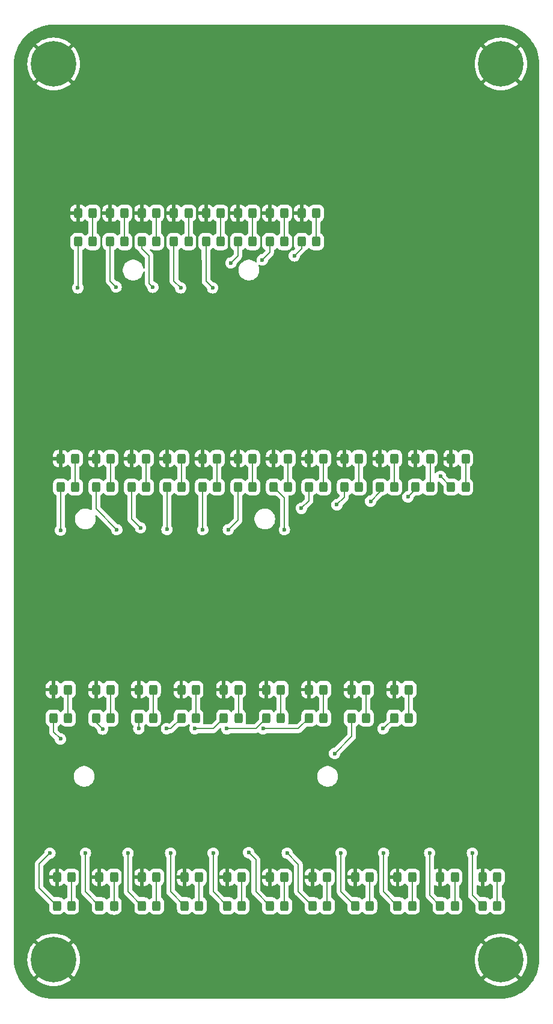
<source format=gbr>
%TF.GenerationSoftware,KiCad,Pcbnew,8.0.4*%
%TF.CreationDate,2024-07-29T20:22:16+09:30*%
%TF.ProjectId,2024_LED_Breakout_Board,32303234-5f4c-4454-945f-427265616b6f,rev?*%
%TF.SameCoordinates,Original*%
%TF.FileFunction,Copper,L1,Top*%
%TF.FilePolarity,Positive*%
%FSLAX46Y46*%
G04 Gerber Fmt 4.6, Leading zero omitted, Abs format (unit mm)*
G04 Created by KiCad (PCBNEW 8.0.4) date 2024-07-29 20:22:16*
%MOMM*%
%LPD*%
G01*
G04 APERTURE LIST*
G04 Aperture macros list*
%AMRoundRect*
0 Rectangle with rounded corners*
0 $1 Rounding radius*
0 $2 $3 $4 $5 $6 $7 $8 $9 X,Y pos of 4 corners*
0 Add a 4 corners polygon primitive as box body*
4,1,4,$2,$3,$4,$5,$6,$7,$8,$9,$2,$3,0*
0 Add four circle primitives for the rounded corners*
1,1,$1+$1,$2,$3*
1,1,$1+$1,$4,$5*
1,1,$1+$1,$6,$7*
1,1,$1+$1,$8,$9*
0 Add four rect primitives between the rounded corners*
20,1,$1+$1,$2,$3,$4,$5,0*
20,1,$1+$1,$4,$5,$6,$7,0*
20,1,$1+$1,$6,$7,$8,$9,0*
20,1,$1+$1,$8,$9,$2,$3,0*%
G04 Aperture macros list end*
%TA.AperFunction,SMDPad,CuDef*%
%ADD10RoundRect,0.250000X-0.325000X-0.450000X0.325000X-0.450000X0.325000X0.450000X-0.325000X0.450000X0*%
%TD*%
%TA.AperFunction,ComponentPad*%
%ADD11C,0.800000*%
%TD*%
%TA.AperFunction,ComponentPad*%
%ADD12C,6.400000*%
%TD*%
%TA.AperFunction,ViaPad*%
%ADD13C,0.600000*%
%TD*%
%TA.AperFunction,Conductor*%
%ADD14C,0.200000*%
%TD*%
G04 APERTURE END LIST*
D10*
%TO.P,RS7,1*%
%TO.N,/BSPD_LED*%
X167050000Y-188400000D03*
%TO.P,RS7,2*%
%TO.N,Net-(LEDS7-A)*%
X169100000Y-188400000D03*
%TD*%
%TO.P,LED1,1,K*%
%TO.N,GND*%
X134050000Y-91000000D03*
%TO.P,LED1,2,A*%
%TO.N,Net-(LED1-A)*%
X136100000Y-91000000D03*
%TD*%
%TO.P,LEDS13,1,K*%
%TO.N,GND*%
X136575000Y-158000000D03*
%TO.P,LEDS13,2,A*%
%TO.N,Net-(LEDS13-A)*%
X138625000Y-158000000D03*
%TD*%
%TO.P,RS13,1*%
%TO.N,/CRASH_SENSOR_MONITOR*%
X136575000Y-162000000D03*
%TO.P,RS13,2*%
%TO.N,Net-(LEDS13-A)*%
X138625000Y-162000000D03*
%TD*%
%TO.P,RS1,1*%
%TO.N,/DRIVER_OUTPUT*%
X131050000Y-188400000D03*
%TO.P,RS1,2*%
%TO.N,Net-(LEDS1-A)*%
X133100000Y-188400000D03*
%TD*%
%TO.P,LEDS16,1,K*%
%TO.N,GND*%
X154575000Y-158000000D03*
%TO.P,LEDS16,2,A*%
%TO.N,Net-(LEDS16-A)*%
X156625000Y-158000000D03*
%TD*%
%TO.P,R5,1*%
%TO.N,/BRAKE_SIG_AMP_SHORT_HIGH*%
X152050000Y-95000000D03*
%TO.P,R5,2*%
%TO.N,Net-(LED5-A)*%
X154100000Y-95000000D03*
%TD*%
%TO.P,LEDS10,1,K*%
%TO.N,GND*%
X185050000Y-184400000D03*
%TO.P,LEDS10,2,A*%
%TO.N,Net-(LEDS10-A)*%
X187100000Y-184400000D03*
%TD*%
%TO.P,R16,1*%
%TO.N,/BREAK_LIGHT_12V*%
X166575000Y-129500000D03*
%TO.P,R16,2*%
%TO.N,Net-(LED16-A)*%
X168625000Y-129500000D03*
%TD*%
%TO.P,R7,1*%
%TO.N,/D_BSPD_TRIGGER*%
X161050000Y-95000000D03*
%TO.P,R7,2*%
%TO.N,Net-(LED7-A)*%
X163100000Y-95000000D03*
%TD*%
%TO.P,R12,1*%
%TO.N,/SLAVE_ACCUMULATOR_24V*%
X146575000Y-129500000D03*
%TO.P,R12,2*%
%TO.N,Net-(LED12-A)*%
X148625000Y-129500000D03*
%TD*%
%TO.P,LEDS7,1,K*%
%TO.N,GND*%
X167050000Y-184400000D03*
%TO.P,LEDS7,2,A*%
%TO.N,Net-(LEDS7-A)*%
X169100000Y-184400000D03*
%TD*%
%TO.P,R15,1*%
%TO.N,/HIGH_VOLTAGE_BOX_24V*%
X161575000Y-129500000D03*
%TO.P,R15,2*%
%TO.N,Net-(LED15-A)*%
X163625000Y-129500000D03*
%TD*%
%TO.P,R3,1*%
%TO.N,/POWER_SIG_SHORT_HIGH*%
X143050000Y-95000000D03*
%TO.P,R3,2*%
%TO.N,Net-(LED3-A)*%
X145100000Y-95000000D03*
%TD*%
D11*
%TO.P,H3,1,1*%
%TO.N,GND*%
X191200000Y-70000000D03*
X191902944Y-68302944D03*
X191902944Y-71697056D03*
X193600000Y-67600000D03*
D12*
X193600000Y-70000000D03*
D11*
X193600000Y-72400000D03*
X195297056Y-68302944D03*
X195297056Y-71697056D03*
X196000000Y-70000000D03*
%TD*%
D10*
%TO.P,LEDS12,1,K*%
%TO.N,GND*%
X130575000Y-158000000D03*
%TO.P,LEDS12,2,A*%
%TO.N,Net-(LEDS12-A)*%
X132625000Y-158000000D03*
%TD*%
%TO.P,LED7,1,K*%
%TO.N,GND*%
X161050000Y-91000000D03*
%TO.P,LED7,2,A*%
%TO.N,Net-(LED7-A)*%
X163100000Y-91000000D03*
%TD*%
%TO.P,LED15,1,K*%
%TO.N,GND*%
X161575000Y-125500000D03*
%TO.P,LED15,2,A*%
%TO.N,Net-(LED15-A)*%
X163625000Y-125500000D03*
%TD*%
%TO.P,LED9,1,K*%
%TO.N,GND*%
X131575000Y-125500000D03*
%TO.P,LED9,2,A*%
%TO.N,Net-(LED9-A)*%
X133625000Y-125500000D03*
%TD*%
%TO.P,LEDS9,1,K*%
%TO.N,GND*%
X179050000Y-184400000D03*
%TO.P,LEDS9,2,A*%
%TO.N,Net-(LEDS9-A)*%
X181100000Y-184400000D03*
%TD*%
%TO.P,RS17,1*%
%TO.N,/MASTER_ACC_HV_INT_OUT*%
X160575000Y-162000000D03*
%TO.P,RS17,2*%
%TO.N,Net-(LEDS17-A)*%
X162625000Y-162000000D03*
%TD*%
%TO.P,R13,1*%
%TO.N,/DASH_24V*%
X151575000Y-129500000D03*
%TO.P,R13,2*%
%TO.N,Net-(LED13-A)*%
X153625000Y-129500000D03*
%TD*%
%TO.P,LED20,1,K*%
%TO.N,GND*%
X186575000Y-125500000D03*
%TO.P,LED20,2,A*%
%TO.N,Net-(LED20-A)*%
X188625000Y-125500000D03*
%TD*%
%TO.P,RS15,1*%
%TO.N,/DASH_ESTOP_OUT*%
X148575000Y-162000000D03*
%TO.P,RS15,2*%
%TO.N,Net-(LEDS15-A)*%
X150625000Y-162000000D03*
%TD*%
%TO.P,LEDS2,1,K*%
%TO.N,GND*%
X137050000Y-184400000D03*
%TO.P,LEDS2,2,A*%
%TO.N,Net-(LEDS2-A)*%
X139100000Y-184400000D03*
%TD*%
%TO.P,LED16,1,K*%
%TO.N,GND*%
X166575000Y-125500000D03*
%TO.P,LED16,2,A*%
%TO.N,Net-(LED16-A)*%
X168625000Y-125500000D03*
%TD*%
%TO.P,RS12,1*%
%TO.N,/ECU_OK*%
X130575000Y-162000000D03*
%TO.P,RS12,2*%
%TO.N,Net-(LEDS12-A)*%
X132625000Y-162000000D03*
%TD*%
%TO.P,R1,1*%
%TO.N,/POWER_SIG_HIGH*%
X134050000Y-95000000D03*
%TO.P,R1,2*%
%TO.N,Net-(LED1-A)*%
X136100000Y-95000000D03*
%TD*%
%TO.P,LEDS11,1,K*%
%TO.N,GND*%
X191050000Y-184400000D03*
%TO.P,LEDS11,2,A*%
%TO.N,Net-(LEDS11-A)*%
X193100000Y-184400000D03*
%TD*%
%TO.P,R9,1*%
%TO.N,/AIR_POWER_24V*%
X131575000Y-129500000D03*
%TO.P,R9,2*%
%TO.N,Net-(LED9-A)*%
X133625000Y-129500000D03*
%TD*%
%TO.P,RS9,1*%
%TO.N,/AMS_LED*%
X179050000Y-188400000D03*
%TO.P,RS9,2*%
%TO.N,Net-(LEDS9-A)*%
X181100000Y-188400000D03*
%TD*%
D11*
%TO.P,H2,1,1*%
%TO.N,GND*%
X128200000Y-196000000D03*
X128902944Y-194302944D03*
X128902944Y-197697056D03*
X130600000Y-193600000D03*
D12*
X130600000Y-196000000D03*
D11*
X130600000Y-198400000D03*
X132297056Y-194302944D03*
X132297056Y-197697056D03*
X133000000Y-196000000D03*
%TD*%
D10*
%TO.P,RS6,1*%
%TO.N,/PDOC_LED*%
X161050000Y-188400000D03*
%TO.P,RS6,2*%
%TO.N,Net-(LEDS6-A)*%
X163100000Y-188400000D03*
%TD*%
%TO.P,R19,1*%
%TO.N,/24V_RADIATOR_FAN*%
X181575000Y-129500000D03*
%TO.P,R19,2*%
%TO.N,Net-(LED19-A)*%
X183625000Y-129500000D03*
%TD*%
%TO.P,LED17,1,K*%
%TO.N,GND*%
X171575000Y-125500000D03*
%TO.P,LED17,2,A*%
%TO.N,Net-(LED17-A)*%
X173625000Y-125500000D03*
%TD*%
%TO.P,LEDS5,1,K*%
%TO.N,GND*%
X155050000Y-184400000D03*
%TO.P,LEDS5,2,A*%
%TO.N,Net-(LEDS5-A)*%
X157100000Y-184400000D03*
%TD*%
%TO.P,RS18,1*%
%TO.N,/SLAVE_ACC_HV_INT_OUT*%
X166575000Y-162000000D03*
%TO.P,RS18,2*%
%TO.N,Net-(LEDS18-A)*%
X168625000Y-162000000D03*
%TD*%
%TO.P,LED8,1,K*%
%TO.N,GND*%
X165550000Y-91000000D03*
%TO.P,LED8,2,A*%
%TO.N,Net-(LED8-A)*%
X167600000Y-91000000D03*
%TD*%
%TO.P,R6,1*%
%TO.N,/BRAKE_SIG_AMP_SHORT_GND*%
X156550000Y-95000000D03*
%TO.P,R6,2*%
%TO.N,Net-(LED6-A)*%
X158600000Y-95000000D03*
%TD*%
%TO.P,LED11,1,K*%
%TO.N,GND*%
X141575000Y-125500000D03*
%TO.P,LED11,2,A*%
%TO.N,Net-(LED11-A)*%
X143625000Y-125500000D03*
%TD*%
%TO.P,LED12,1,K*%
%TO.N,GND*%
X146575000Y-125500000D03*
%TO.P,LED12,2,A*%
%TO.N,Net-(LED12-A)*%
X148625000Y-125500000D03*
%TD*%
%TO.P,RS19,1*%
%TO.N,/SAFTEY_OUT*%
X172575000Y-162000000D03*
%TO.P,RS19,2*%
%TO.N,Net-(LEDS19-A)*%
X174625000Y-162000000D03*
%TD*%
%TO.P,RS10,1*%
%TO.N,/FEATHER_OUT*%
X185050000Y-188400000D03*
%TO.P,RS10,2*%
%TO.N,Net-(LEDS10-A)*%
X187100000Y-188400000D03*
%TD*%
%TO.P,LED2,1,K*%
%TO.N,GND*%
X138550000Y-91000000D03*
%TO.P,LED2,2,A*%
%TO.N,Net-(LED2-A)*%
X140600000Y-91000000D03*
%TD*%
%TO.P,LEDS4,1,K*%
%TO.N,GND*%
X149050000Y-184400000D03*
%TO.P,LEDS4,2,A*%
%TO.N,Net-(LEDS4-A)*%
X151100000Y-184400000D03*
%TD*%
%TO.P,R11,1*%
%TO.N,/MASTER_ACCUMULATOR_24V*%
X141575000Y-129500000D03*
%TO.P,R11,2*%
%TO.N,Net-(LED11-A)*%
X143625000Y-129500000D03*
%TD*%
%TO.P,LEDS1,1,K*%
%TO.N,GND*%
X131050000Y-184400000D03*
%TO.P,LEDS1,2,A*%
%TO.N,Net-(LEDS1-A)*%
X133100000Y-184400000D03*
%TD*%
%TO.P,RS11,1*%
%TO.N,/MC_OK_INDICATOR*%
X191050000Y-188400000D03*
%TO.P,RS11,2*%
%TO.N,Net-(LEDS11-A)*%
X193100000Y-188400000D03*
%TD*%
%TO.P,R10,1*%
%TO.N,/SAFETY_24V*%
X136575000Y-129500000D03*
%TO.P,R10,2*%
%TO.N,Net-(LED10-A)*%
X138625000Y-129500000D03*
%TD*%
%TO.P,LED10,1,K*%
%TO.N,GND*%
X136575000Y-125500000D03*
%TO.P,LED10,2,A*%
%TO.N,Net-(LED10-A)*%
X138625000Y-125500000D03*
%TD*%
%TO.P,LEDS6,1,K*%
%TO.N,GND*%
X161050000Y-184400000D03*
%TO.P,LEDS6,2,A*%
%TO.N,Net-(LEDS6-A)*%
X163100000Y-184400000D03*
%TD*%
%TO.P,LEDS15,1,K*%
%TO.N,GND*%
X148575000Y-158000000D03*
%TO.P,LEDS15,2,A*%
%TO.N,Net-(LEDS15-A)*%
X150625000Y-158000000D03*
%TD*%
%TO.P,R4,1*%
%TO.N,/POWER_SIG_SHORT_GND*%
X147550000Y-95000000D03*
%TO.P,R4,2*%
%TO.N,Net-(LED4-A)*%
X149600000Y-95000000D03*
%TD*%
%TO.P,LED14,1,K*%
%TO.N,GND*%
X156575000Y-125500000D03*
%TO.P,LED14,2,A*%
%TO.N,Net-(LED14-A)*%
X158625000Y-125500000D03*
%TD*%
%TO.P,LEDS19,1,K*%
%TO.N,GND*%
X172575000Y-158000000D03*
%TO.P,LEDS19,2,A*%
%TO.N,Net-(LEDS19-A)*%
X174625000Y-158000000D03*
%TD*%
%TO.P,R14,1*%
%TO.N,/ECU_24V*%
X156575000Y-129500000D03*
%TO.P,R14,2*%
%TO.N,Net-(LED14-A)*%
X158625000Y-129500000D03*
%TD*%
%TO.P,LED18,1,K*%
%TO.N,GND*%
X176575000Y-125500000D03*
%TO.P,LED18,2,A*%
%TO.N,Net-(LED18-A)*%
X178625000Y-125500000D03*
%TD*%
%TO.P,R18,1*%
%TO.N,/24V_RADIATOR_PUMP*%
X176575000Y-129500000D03*
%TO.P,R18,2*%
%TO.N,Net-(LED18-A)*%
X178625000Y-129500000D03*
%TD*%
%TO.P,RS2,1*%
%TO.N,/SHOULDER_OUT*%
X137050000Y-188400000D03*
%TO.P,RS2,2*%
%TO.N,Net-(LEDS2-A)*%
X139100000Y-188400000D03*
%TD*%
%TO.P,LED13,1,K*%
%TO.N,GND*%
X151575000Y-125500000D03*
%TO.P,LED13,2,A*%
%TO.N,Net-(LED13-A)*%
X153625000Y-125500000D03*
%TD*%
%TO.P,RS8,1*%
%TO.N,/HV_IMD_LED*%
X173050000Y-188400000D03*
%TO.P,RS8,2*%
%TO.N,Net-(LEDS8-A)*%
X175100000Y-188400000D03*
%TD*%
%TO.P,R2,1*%
%TO.N,/BRAKE_SIG_AMP_HIGH*%
X138550000Y-95000000D03*
%TO.P,R2,2*%
%TO.N,Net-(LED2-A)*%
X140600000Y-95000000D03*
%TD*%
%TO.P,RS16,1*%
%TO.N,/BOTS_OUT*%
X154575000Y-162000000D03*
%TO.P,RS16,2*%
%TO.N,Net-(LEDS16-A)*%
X156625000Y-162000000D03*
%TD*%
%TO.P,LED5,1,K*%
%TO.N,GND*%
X152050000Y-91000000D03*
%TO.P,LED5,2,A*%
%TO.N,Net-(LED5-A)*%
X154100000Y-91000000D03*
%TD*%
%TO.P,LED6,1,K*%
%TO.N,GND*%
X156550000Y-91000000D03*
%TO.P,LED6,2,A*%
%TO.N,Net-(LED6-A)*%
X158600000Y-91000000D03*
%TD*%
%TO.P,R8,1*%
%TO.N,/BRAKE_LIGHT_SIG*%
X165550000Y-95000000D03*
%TO.P,R8,2*%
%TO.N,Net-(LED8-A)*%
X167600000Y-95000000D03*
%TD*%
%TO.P,LEDS20,1,K*%
%TO.N,GND*%
X178575000Y-158000000D03*
%TO.P,LEDS20,2,A*%
%TO.N,Net-(LEDS20-A)*%
X180625000Y-158000000D03*
%TD*%
D11*
%TO.P,H4,1,1*%
%TO.N,GND*%
X191200000Y-196000000D03*
X191902944Y-194302944D03*
X191902944Y-197697056D03*
X193600000Y-193600000D03*
D12*
X193600000Y-196000000D03*
D11*
X193600000Y-198400000D03*
X195297056Y-194302944D03*
X195297056Y-197697056D03*
X196000000Y-196000000D03*
%TD*%
D10*
%TO.P,R17,1*%
%TO.N,/BSPD_12V*%
X171575000Y-129500000D03*
%TO.P,R17,2*%
%TO.N,Net-(LED17-A)*%
X173625000Y-129500000D03*
%TD*%
%TO.P,RS14,1*%
%TO.N,/LEFT_ESTOP_OUT*%
X142575000Y-162000000D03*
%TO.P,RS14,2*%
%TO.N,Net-(LEDS14-A)*%
X144625000Y-162000000D03*
%TD*%
%TO.P,LED3,1,K*%
%TO.N,GND*%
X143050000Y-91000000D03*
%TO.P,LED3,2,A*%
%TO.N,Net-(LED3-A)*%
X145100000Y-91000000D03*
%TD*%
%TO.P,RS20,1*%
%TO.N,/AIR_POWER*%
X178575000Y-162000000D03*
%TO.P,RS20,2*%
%TO.N,Net-(LEDS20-A)*%
X180625000Y-162000000D03*
%TD*%
D11*
%TO.P,H1,1,1*%
%TO.N,GND*%
X128200000Y-70000000D03*
X128902944Y-68302944D03*
X128902944Y-71697056D03*
X130600000Y-67600000D03*
D12*
X130600000Y-70000000D03*
D11*
X130600000Y-72400000D03*
X132297056Y-68302944D03*
X132297056Y-71697056D03*
X133000000Y-70000000D03*
%TD*%
D10*
%TO.P,LEDS8,1,K*%
%TO.N,GND*%
X173050000Y-184400000D03*
%TO.P,LEDS8,2,A*%
%TO.N,Net-(LEDS8-A)*%
X175100000Y-184400000D03*
%TD*%
%TO.P,LEDS18,1,K*%
%TO.N,GND*%
X166575000Y-158000000D03*
%TO.P,LEDS18,2,A*%
%TO.N,Net-(LEDS18-A)*%
X168625000Y-158000000D03*
%TD*%
%TO.P,LEDS17,1,K*%
%TO.N,GND*%
X160575000Y-158000000D03*
%TO.P,LEDS17,2,A*%
%TO.N,Net-(LEDS17-A)*%
X162625000Y-158000000D03*
%TD*%
%TO.P,LEDS14,1,K*%
%TO.N,GND*%
X142575000Y-158000000D03*
%TO.P,LEDS14,2,A*%
%TO.N,Net-(LEDS14-A)*%
X144625000Y-158000000D03*
%TD*%
%TO.P,RS5,1*%
%TO.N,/SA_PDOC_LED*%
X155050000Y-188400000D03*
%TO.P,RS5,2*%
%TO.N,Net-(LEDS5-A)*%
X157100000Y-188400000D03*
%TD*%
%TO.P,LED19,1,K*%
%TO.N,GND*%
X181575000Y-125500000D03*
%TO.P,LED19,2,A*%
%TO.N,Net-(LED19-A)*%
X183625000Y-125500000D03*
%TD*%
%TO.P,RS3,1*%
%TO.N,/HV_PDOC_LED*%
X143050000Y-188400000D03*
%TO.P,RS3,2*%
%TO.N,Net-(LEDS3-A)*%
X145100000Y-188400000D03*
%TD*%
%TO.P,R20,1*%
%TO.N,/12V_MOTOR_CONTROLLER*%
X186575000Y-129500000D03*
%TO.P,R20,2*%
%TO.N,Net-(LED20-A)*%
X188625000Y-129500000D03*
%TD*%
%TO.P,LEDS3,1,K*%
%TO.N,GND*%
X143050000Y-184400000D03*
%TO.P,LEDS3,2,A*%
%TO.N,Net-(LEDS3-A)*%
X145100000Y-184400000D03*
%TD*%
%TO.P,RS4,1*%
%TO.N,/MA_PDOC_LED*%
X149050000Y-188400000D03*
%TO.P,RS4,2*%
%TO.N,Net-(LEDS4-A)*%
X151100000Y-188400000D03*
%TD*%
%TO.P,LED4,1,K*%
%TO.N,GND*%
X147550000Y-91000000D03*
%TO.P,LED4,2,A*%
%TO.N,Net-(LED4-A)*%
X149600000Y-91000000D03*
%TD*%
D13*
%TO.N,/BRAKE_SIG_AMP_SHORT_HIGH*%
X153000000Y-101500000D03*
%TO.N,GND*%
X161500000Y-181600000D03*
X149500000Y-181500000D03*
X165000000Y-88000000D03*
X148000000Y-155000000D03*
X151500000Y-88000000D03*
X156000000Y-122500000D03*
X181000000Y-122500000D03*
X172000000Y-155000000D03*
X160500000Y-88000000D03*
X131500000Y-181500000D03*
X179500000Y-181500000D03*
X137500000Y-181500000D03*
X191363600Y-181660800D03*
X167500000Y-181500000D03*
X160000000Y-155000000D03*
X186000000Y-122500000D03*
X166000000Y-122500000D03*
X131000000Y-122500000D03*
X173500000Y-181500000D03*
X155500000Y-181500000D03*
X176000000Y-122500000D03*
X161000000Y-122500000D03*
X141000000Y-122500000D03*
X156000000Y-88000000D03*
X143500000Y-181500000D03*
X138000000Y-88000000D03*
X136000000Y-155000000D03*
X166000000Y-155000000D03*
X146000000Y-122500000D03*
X154000000Y-155000000D03*
X185500000Y-181500000D03*
X130000000Y-155000000D03*
X151000000Y-122500000D03*
X171000000Y-122500000D03*
X142500000Y-88000000D03*
X136000000Y-122500000D03*
X142000000Y-155000000D03*
X178000000Y-155000000D03*
X147000000Y-88000000D03*
X133500000Y-88000000D03*
%TO.N,/BRAKE_SIG_AMP_SHORT_GND*%
X155575000Y-98000000D03*
%TO.N,/BRAKE_SIG_AMP_HIGH*%
X139393750Y-101368750D03*
%TO.N,/POWER_SIG_SHORT_GND*%
X148500000Y-101500000D03*
%TO.N,/POWER_SIG_HIGH*%
X134000000Y-101500000D03*
%TO.N,/D_BSPD_TRIGGER*%
X159999086Y-97559493D03*
%TO.N,/POWER_SIG_SHORT_HIGH*%
X144575000Y-101400000D03*
%TO.N,/BRAKE_LIGHT_SIG*%
X164500000Y-96995409D03*
%TO.N,/BSPD_12V*%
X170500000Y-132000000D03*
%TO.N,/ECU_24V*%
X155200000Y-135500000D03*
%TO.N,/12V_MOTOR_CONTROLLER*%
X185100000Y-128000000D03*
%TO.N,/BREAK_LIGHT_12V*%
X165500000Y-132500000D03*
%TO.N,/AIR_POWER_24V*%
X131575000Y-135575000D03*
%TO.N,/24V_RADIATOR_FAN*%
X180500000Y-130900000D03*
%TO.N,/MASTER_ACCUMULATOR_24V*%
X142850000Y-135250000D03*
%TO.N,/SLAVE_ACCUMULATOR_24V*%
X146575000Y-135475000D03*
%TO.N,/DASH_24V*%
X151600000Y-135500000D03*
%TO.N,/24V_RADIATOR_PUMP*%
X175250000Y-131500000D03*
%TO.N,/SAFETY_24V*%
X139500000Y-135500000D03*
%TO.N,/HIGH_VOLTAGE_BOX_24V*%
X163100000Y-135500000D03*
%TO.N,/MC_OK_INDICATOR*%
X189575000Y-181000000D03*
%TO.N,/MA_PDOC_LED*%
X147075000Y-181000000D03*
%TO.N,/LEFT_ESTOP_OUT*%
X142600000Y-163500000D03*
%TO.N,/BSPD_LED*%
X163500000Y-181000000D03*
%TO.N,/AIR_POWER*%
X177000000Y-163500000D03*
%TO.N,/HV_PDOC_LED*%
X141075000Y-181000000D03*
%TO.N,/SHOULDER_OUT*%
X135075000Y-181000000D03*
%TO.N,/SA_PDOC_LED*%
X153075000Y-181000000D03*
%TO.N,/SLAVE_ACC_HV_INT_OUT*%
X160100000Y-163500000D03*
%TO.N,/BOTS_OUT*%
X150500000Y-163500000D03*
%TO.N,/PDOC_LED*%
X158075000Y-180925000D03*
%TO.N,/ECU_OK*%
X131562500Y-164937500D03*
%TO.N,/HV_IMD_LED*%
X171075000Y-181000000D03*
%TO.N,/CRASH_SENSOR_MONITOR*%
X137500000Y-163550000D03*
%TO.N,/FEATHER_OUT*%
X183575000Y-181000000D03*
%TO.N,/MASTER_ACC_HV_INT_OUT*%
X155000000Y-163500000D03*
%TO.N,/DRIVER_OUTPUT*%
X130075000Y-181000000D03*
%TO.N,/AMS_LED*%
X177075000Y-181000000D03*
%TO.N,/SAFTEY_OUT*%
X170180000Y-166979600D03*
%TO.N,/DASH_ESTOP_OUT*%
X146500000Y-163500000D03*
%TD*%
D14*
%TO.N,/BRAKE_SIG_AMP_SHORT_HIGH*%
X153000000Y-101500000D02*
X152075000Y-100575000D01*
X152075000Y-97500000D02*
X152050000Y-97475000D01*
X152075000Y-100575000D02*
X152075000Y-97500000D01*
X152050000Y-97475000D02*
X152050000Y-95000000D01*
%TO.N,GND*%
X161000000Y-122500000D02*
X161575000Y-123075000D01*
X151575000Y-123075000D02*
X151575000Y-125500000D01*
X155500000Y-181500000D02*
X155050000Y-181950000D01*
X172575000Y-158000000D02*
X172575000Y-155575000D01*
X136575000Y-158000000D02*
X136575000Y-155575000D01*
X156550000Y-88550000D02*
X156000000Y-88000000D01*
X173050000Y-181950000D02*
X173050000Y-184400000D01*
X171000000Y-122500000D02*
X171575000Y-123075000D01*
X137050000Y-181950000D02*
X137500000Y-181500000D01*
X130575000Y-158000000D02*
X130575000Y-155575000D01*
X181575000Y-123075000D02*
X181575000Y-125500000D01*
X160575000Y-158000000D02*
X160575000Y-155575000D01*
X143050000Y-91000000D02*
X143050000Y-88550000D01*
X149050000Y-181950000D02*
X149050000Y-184400000D01*
X137050000Y-184400000D02*
X137050000Y-181950000D01*
X149500000Y-181500000D02*
X149050000Y-181950000D01*
X156575000Y-123075000D02*
X156575000Y-125500000D01*
X131000000Y-122500000D02*
X131575000Y-123075000D01*
X156000000Y-122500000D02*
X156575000Y-123075000D01*
X166575000Y-123075000D02*
X166575000Y-125500000D01*
X143050000Y-88550000D02*
X142500000Y-88000000D01*
X161500000Y-181600000D02*
X161050000Y-182050000D01*
X134050000Y-91000000D02*
X134050000Y-88550000D01*
X155050000Y-181950000D02*
X155050000Y-184400000D01*
X136575000Y-155575000D02*
X136000000Y-155000000D01*
X166575000Y-158000000D02*
X166575000Y-155575000D01*
X161575000Y-123075000D02*
X161575000Y-125500000D01*
X179050000Y-184400000D02*
X179050000Y-181950000D01*
X161050000Y-91000000D02*
X161050000Y-88550000D01*
X152050000Y-88550000D02*
X151500000Y-88000000D01*
X151000000Y-122500000D02*
X151575000Y-123075000D01*
X147550000Y-91000000D02*
X147550000Y-88550000D01*
X171575000Y-123075000D02*
X171575000Y-125500000D01*
X165550000Y-88550000D02*
X165000000Y-88000000D01*
X154575000Y-155575000D02*
X154000000Y-155000000D01*
X136000000Y-122500000D02*
X136575000Y-123075000D01*
X141575000Y-123075000D02*
X141575000Y-125500000D01*
X138550000Y-88550000D02*
X138550000Y-91000000D01*
X191050000Y-184400000D02*
X191050000Y-181974400D01*
X147550000Y-88550000D02*
X147000000Y-88000000D01*
X154575000Y-158000000D02*
X154575000Y-155575000D01*
X181000000Y-122500000D02*
X181575000Y-123075000D01*
X185050000Y-181950000D02*
X185500000Y-181500000D01*
X178575000Y-158000000D02*
X178575000Y-155575000D01*
X142575000Y-158000000D02*
X142575000Y-155575000D01*
X172575000Y-155575000D02*
X172000000Y-155000000D01*
X186575000Y-123075000D02*
X186575000Y-125500000D01*
X179050000Y-181950000D02*
X179500000Y-181500000D01*
X142575000Y-155575000D02*
X142000000Y-155000000D01*
X165550000Y-91000000D02*
X165550000Y-88550000D01*
X130575000Y-155575000D02*
X130000000Y-155000000D01*
X166575000Y-155575000D02*
X166000000Y-155000000D01*
X186000000Y-122500000D02*
X186575000Y-123075000D01*
X176000000Y-122500000D02*
X176575000Y-123075000D01*
X185050000Y-184400000D02*
X185050000Y-181950000D01*
X161050000Y-88550000D02*
X160500000Y-88000000D01*
X138000000Y-88000000D02*
X138550000Y-88550000D01*
X167500000Y-181500000D02*
X167050000Y-181950000D01*
X131050000Y-181950000D02*
X131500000Y-181500000D01*
X134050000Y-88550000D02*
X133500000Y-88000000D01*
X131050000Y-184400000D02*
X131050000Y-181950000D01*
X160575000Y-155575000D02*
X160000000Y-155000000D01*
X148575000Y-158000000D02*
X148575000Y-155575000D01*
X156550000Y-91000000D02*
X156550000Y-88550000D01*
X161050000Y-182050000D02*
X161050000Y-184400000D01*
X167050000Y-181950000D02*
X167050000Y-184400000D01*
X143050000Y-181950000D02*
X143050000Y-184400000D01*
X148575000Y-155575000D02*
X148000000Y-155000000D01*
X191050000Y-181974400D02*
X191363600Y-181660800D01*
X173500000Y-181500000D02*
X173050000Y-181950000D01*
X152050000Y-91000000D02*
X152050000Y-88550000D01*
X136575000Y-123075000D02*
X136575000Y-125500000D01*
X146575000Y-123075000D02*
X146575000Y-125500000D01*
X143500000Y-181500000D02*
X143050000Y-181950000D01*
X176575000Y-123075000D02*
X176575000Y-125500000D01*
X178575000Y-155575000D02*
X178000000Y-155000000D01*
X146000000Y-122500000D02*
X146575000Y-123075000D01*
X131575000Y-123075000D02*
X131575000Y-125500000D01*
X166000000Y-122500000D02*
X166575000Y-123075000D01*
X141000000Y-122500000D02*
X141575000Y-123075000D01*
%TO.N,/BRAKE_SIG_AMP_SHORT_GND*%
X156550000Y-95000000D02*
X156550000Y-97025000D01*
X156550000Y-97025000D02*
X155575000Y-98000000D01*
%TO.N,/BRAKE_SIG_AMP_HIGH*%
X139393750Y-101368750D02*
X138550000Y-100525000D01*
X138550000Y-100525000D02*
X138550000Y-95000000D01*
%TO.N,/POWER_SIG_SHORT_GND*%
X148500000Y-101500000D02*
X147550000Y-100550000D01*
X147550000Y-100550000D02*
X147550000Y-95000000D01*
%TO.N,/POWER_SIG_HIGH*%
X134075000Y-101425000D02*
X134075000Y-97500000D01*
X134050000Y-97475000D02*
X134050000Y-95000000D01*
X134000000Y-101500000D02*
X134075000Y-101425000D01*
X134075000Y-97500000D02*
X134050000Y-97475000D01*
%TO.N,/D_BSPD_TRIGGER*%
X161050000Y-96508579D02*
X161050000Y-95000000D01*
X159999086Y-97559493D02*
X161050000Y-96508579D01*
%TO.N,/POWER_SIG_SHORT_HIGH*%
X144575000Y-101400000D02*
X144075000Y-100900000D01*
X144075000Y-97000000D02*
X143050000Y-95975000D01*
X143050000Y-95975000D02*
X143050000Y-95000000D01*
X144075000Y-100900000D02*
X144075000Y-97000000D01*
%TO.N,/BRAKE_LIGHT_SIG*%
X165550000Y-95945409D02*
X165550000Y-95000000D01*
X164500000Y-96995409D02*
X165550000Y-95945409D01*
%TO.N,/BSPD_12V*%
X170500000Y-132000000D02*
X171575000Y-130925000D01*
X171575000Y-130925000D02*
X171575000Y-129500000D01*
%TO.N,/ECU_24V*%
X155200000Y-135500000D02*
X156575000Y-134125000D01*
X156575000Y-134125000D02*
X156575000Y-129500000D01*
%TO.N,/12V_MOTOR_CONTROLLER*%
X185100000Y-128025000D02*
X186575000Y-129500000D01*
X185100000Y-128000000D02*
X185100000Y-128025000D01*
%TO.N,/BREAK_LIGHT_12V*%
X165500000Y-132500000D02*
X166575000Y-131425000D01*
X166575000Y-131425000D02*
X166575000Y-129500000D01*
%TO.N,/AIR_POWER_24V*%
X131575000Y-135575000D02*
X131575000Y-129500000D01*
%TO.N,/24V_RADIATOR_FAN*%
X180500000Y-130900000D02*
X181575000Y-129825000D01*
X181575000Y-129825000D02*
X181575000Y-129500000D01*
%TO.N,/MASTER_ACCUMULATOR_24V*%
X141575000Y-133975000D02*
X141575000Y-129500000D01*
X142850000Y-135250000D02*
X141575000Y-133975000D01*
%TO.N,/SLAVE_ACCUMULATOR_24V*%
X146575000Y-135475000D02*
X146575000Y-129500000D01*
%TO.N,/DASH_24V*%
X151575000Y-129500000D02*
X151575000Y-135475000D01*
%TO.N,/24V_RADIATOR_PUMP*%
X175250000Y-131500000D02*
X176575000Y-130175000D01*
X176575000Y-130175000D02*
X176575000Y-129500000D01*
%TO.N,/SAFETY_24V*%
X136575000Y-129500000D02*
X136575000Y-132575000D01*
X136575000Y-132575000D02*
X139500000Y-135500000D01*
%TO.N,/HIGH_VOLTAGE_BOX_24V*%
X163100000Y-131025000D02*
X163100000Y-135500000D01*
X161575000Y-129500000D02*
X163100000Y-131025000D01*
%TO.N,/MC_OK_INDICATOR*%
X191050000Y-188400000D02*
X189575000Y-186925000D01*
X189575000Y-186925000D02*
X189575000Y-181000000D01*
%TO.N,/MA_PDOC_LED*%
X147075000Y-186425000D02*
X147075000Y-181000000D01*
X149050000Y-188400000D02*
X147075000Y-186425000D01*
%TO.N,/LEFT_ESTOP_OUT*%
X142575000Y-163475000D02*
X142600000Y-163500000D01*
X142600000Y-162025000D02*
X142575000Y-162000000D01*
X142600000Y-163500000D02*
X142600000Y-162025000D01*
%TO.N,/BSPD_LED*%
X165075000Y-186425000D02*
X167050000Y-188400000D01*
X163500000Y-181000000D02*
X165075000Y-182575000D01*
X165075000Y-182575000D02*
X165075000Y-186425000D01*
%TO.N,/AIR_POWER*%
X177000000Y-163500000D02*
X177075000Y-163500000D01*
X177075000Y-163500000D02*
X178575000Y-162000000D01*
%TO.N,/HV_PDOC_LED*%
X141075000Y-186425000D02*
X141075000Y-181000000D01*
X143050000Y-188400000D02*
X141075000Y-186425000D01*
%TO.N,/SHOULDER_OUT*%
X135075000Y-186425000D02*
X135075000Y-181000000D01*
X137050000Y-188400000D02*
X135075000Y-186425000D01*
%TO.N,/SA_PDOC_LED*%
X153075000Y-186425000D02*
X153075000Y-181000000D01*
X155050000Y-188400000D02*
X153075000Y-186425000D01*
%TO.N,/SLAVE_ACC_HV_INT_OUT*%
X166575000Y-162000000D02*
X165075000Y-163500000D01*
X165075000Y-163500000D02*
X160100000Y-163500000D01*
%TO.N,/BOTS_OUT*%
X153075000Y-163500000D02*
X154575000Y-162000000D01*
X150500000Y-163500000D02*
X153075000Y-163500000D01*
%TO.N,/PDOC_LED*%
X159075000Y-181925000D02*
X159075000Y-186425000D01*
X158075000Y-180925000D02*
X159075000Y-181925000D01*
X159075000Y-186425000D02*
X161050000Y-188400000D01*
%TO.N,/ECU_OK*%
X131562500Y-164937500D02*
X130575000Y-163950000D01*
X130575000Y-163950000D02*
X130575000Y-162000000D01*
%TO.N,/HV_IMD_LED*%
X171075000Y-186425000D02*
X171075000Y-181000000D01*
X173050000Y-188400000D02*
X171075000Y-186425000D01*
%TO.N,/CRASH_SENSOR_MONITOR*%
X136575000Y-162625000D02*
X136575000Y-162000000D01*
X137500000Y-163550000D02*
X136575000Y-162625000D01*
%TO.N,/FEATHER_OUT*%
X183575000Y-186925000D02*
X183575000Y-181000000D01*
X185050000Y-188400000D02*
X183575000Y-186925000D01*
%TO.N,/MASTER_ACC_HV_INT_OUT*%
X155000000Y-163500000D02*
X159075000Y-163500000D01*
X159075000Y-163500000D02*
X160575000Y-162000000D01*
%TO.N,/DRIVER_OUTPUT*%
X131050000Y-188400000D02*
X128575000Y-185925000D01*
X128575000Y-182500000D02*
X130075000Y-181000000D01*
X128575000Y-185925000D02*
X128575000Y-182500000D01*
%TO.N,/AMS_LED*%
X179050000Y-188400000D02*
X177075000Y-186425000D01*
X177075000Y-186425000D02*
X177075000Y-181000000D01*
%TO.N,/SAFTEY_OUT*%
X172575000Y-164584600D02*
X172575000Y-162000000D01*
X170180000Y-166979600D02*
X172575000Y-164584600D01*
%TO.N,/DASH_ESTOP_OUT*%
X148575000Y-162000000D02*
X148575000Y-162050000D01*
X147075000Y-163500000D02*
X148575000Y-162000000D01*
X146500000Y-163500000D02*
X147075000Y-163500000D01*
%TO.N,Net-(LED1-A)*%
X136100000Y-91000000D02*
X136100000Y-95000000D01*
%TO.N,Net-(LEDS1-A)*%
X133100000Y-184400000D02*
X133100000Y-188400000D01*
X133100000Y-189000000D02*
X133100000Y-188400000D01*
%TO.N,Net-(LEDS2-A)*%
X139100000Y-184400000D02*
X139100000Y-188400000D01*
X139100000Y-189100000D02*
X139100000Y-188400000D01*
%TO.N,Net-(LED2-A)*%
X140600000Y-91000000D02*
X140600000Y-95000000D01*
%TO.N,Net-(LEDS3-A)*%
X145100000Y-184400000D02*
X145100000Y-188400000D01*
%TO.N,Net-(LEDS4-A)*%
X151100000Y-184400000D02*
X151100000Y-188400000D01*
%TO.N,Net-(LEDS5-A)*%
X157100000Y-184400000D02*
X157100000Y-188400000D01*
%TO.N,Net-(LEDS6-A)*%
X163100000Y-184400000D02*
X163100000Y-188400000D01*
%TO.N,Net-(LEDS7-A)*%
X169100000Y-184400000D02*
X169100000Y-188400000D01*
%TO.N,Net-(LEDS8-A)*%
X175100000Y-184400000D02*
X175100000Y-188400000D01*
X175200000Y-188500000D02*
X175100000Y-188400000D01*
%TO.N,Net-(LEDS9-A)*%
X181100000Y-184400000D02*
X181100000Y-188400000D01*
X181200000Y-188500000D02*
X181100000Y-188400000D01*
%TO.N,Net-(LEDS10-A)*%
X187100000Y-184400000D02*
X187100000Y-188400000D01*
X187200000Y-188500000D02*
X187100000Y-188400000D01*
%TO.N,Net-(LEDS11-A)*%
X193200000Y-188500000D02*
X193100000Y-188400000D01*
X193100000Y-184400000D02*
X193100000Y-188400000D01*
%TO.N,Net-(LEDS12-A)*%
X132625000Y-158000000D02*
X132625000Y-162000000D01*
%TO.N,Net-(LEDS13-A)*%
X138625000Y-158000000D02*
X138625000Y-162000000D01*
%TO.N,Net-(LEDS14-A)*%
X144625000Y-158000000D02*
X144625000Y-162000000D01*
%TO.N,Net-(LEDS15-A)*%
X150625000Y-158000000D02*
X150625000Y-162000000D01*
%TO.N,Net-(LEDS16-A)*%
X156625000Y-158000000D02*
X156625000Y-162000000D01*
%TO.N,Net-(LEDS17-A)*%
X162625000Y-158000000D02*
X162625000Y-162000000D01*
%TO.N,Net-(LEDS18-A)*%
X168625000Y-158000000D02*
X168625000Y-162000000D01*
%TO.N,Net-(LEDS19-A)*%
X174625000Y-158000000D02*
X174625000Y-162000000D01*
%TO.N,Net-(LEDS20-A)*%
X180625000Y-158000000D02*
X180625000Y-162000000D01*
%TO.N,Net-(LED3-A)*%
X145100000Y-91000000D02*
X145100000Y-95000000D01*
%TO.N,Net-(LED4-A)*%
X149600000Y-95000000D02*
X149600000Y-91000000D01*
%TO.N,Net-(LED5-A)*%
X154100000Y-91000000D02*
X154100000Y-95000000D01*
%TO.N,Net-(LED6-A)*%
X158600000Y-91000000D02*
X158600000Y-95000000D01*
%TO.N,Net-(LED7-A)*%
X163100000Y-91000000D02*
X163100000Y-95000000D01*
%TO.N,Net-(LED8-A)*%
X167600000Y-91000000D02*
X167600000Y-95000000D01*
%TO.N,Net-(LED9-A)*%
X133625000Y-125500000D02*
X133625000Y-129500000D01*
%TO.N,Net-(LED10-A)*%
X138625000Y-125500000D02*
X138625000Y-129500000D01*
%TO.N,Net-(LED11-A)*%
X143625000Y-125500000D02*
X143625000Y-129500000D01*
%TO.N,Net-(LED12-A)*%
X148625000Y-125500000D02*
X148625000Y-129500000D01*
%TO.N,Net-(LED13-A)*%
X153625000Y-125500000D02*
X153625000Y-129500000D01*
%TO.N,Net-(LED14-A)*%
X158625000Y-125500000D02*
X158625000Y-129500000D01*
%TO.N,Net-(LED15-A)*%
X163625000Y-125500000D02*
X163625000Y-129500000D01*
%TO.N,Net-(LED16-A)*%
X168625000Y-129500000D02*
X168625000Y-125500000D01*
%TO.N,Net-(LED17-A)*%
X173625000Y-129500000D02*
X173625000Y-125500000D01*
%TO.N,Net-(LED18-A)*%
X178625000Y-125500000D02*
X178625000Y-129500000D01*
%TO.N,Net-(LED19-A)*%
X183625000Y-125500000D02*
X183625000Y-129500000D01*
%TO.N,Net-(LED20-A)*%
X188625000Y-125500000D02*
X188625000Y-129500000D01*
%TD*%
%TA.AperFunction,Conductor*%
%TO.N,GND*%
G36*
X193502562Y-64500605D02*
G01*
X193949036Y-64519072D01*
X193959209Y-64519915D01*
X194400114Y-64574873D01*
X194410194Y-64576555D01*
X194845042Y-64667733D01*
X194854950Y-64670242D01*
X195280786Y-64797019D01*
X195290454Y-64800338D01*
X195631430Y-64933388D01*
X195704339Y-64961838D01*
X195713724Y-64965954D01*
X196112869Y-65161083D01*
X196121877Y-65165958D01*
X196503544Y-65393383D01*
X196512123Y-65398989D01*
X196873693Y-65657144D01*
X196881775Y-65663435D01*
X197220796Y-65950571D01*
X197228336Y-65957512D01*
X197542487Y-66271663D01*
X197549428Y-66279203D01*
X197836564Y-66618224D01*
X197842859Y-66626312D01*
X198101010Y-66987876D01*
X198106616Y-66996455D01*
X198334041Y-67378122D01*
X198338919Y-67387136D01*
X198534045Y-67786275D01*
X198538161Y-67795660D01*
X198699656Y-68209533D01*
X198702984Y-68219226D01*
X198829753Y-68645036D01*
X198832269Y-68654971D01*
X198923441Y-69089791D01*
X198925128Y-69099900D01*
X198980082Y-69540769D01*
X198980928Y-69550983D01*
X198999394Y-69997437D01*
X198999500Y-70002561D01*
X198999500Y-195997438D01*
X198999394Y-196002562D01*
X198980928Y-196449016D01*
X198980082Y-196459230D01*
X198925128Y-196900099D01*
X198923441Y-196910208D01*
X198832269Y-197345028D01*
X198829753Y-197354963D01*
X198702984Y-197780773D01*
X198699656Y-197790466D01*
X198538161Y-198204339D01*
X198534045Y-198213724D01*
X198338919Y-198612863D01*
X198334041Y-198621877D01*
X198106616Y-199003544D01*
X198101010Y-199012123D01*
X197842859Y-199373687D01*
X197836564Y-199381775D01*
X197549428Y-199720796D01*
X197542487Y-199728336D01*
X197228336Y-200042487D01*
X197220796Y-200049428D01*
X196881775Y-200336564D01*
X196873687Y-200342859D01*
X196512123Y-200601010D01*
X196503544Y-200606616D01*
X196121877Y-200834041D01*
X196112863Y-200838919D01*
X195713724Y-201034045D01*
X195704339Y-201038161D01*
X195290466Y-201199656D01*
X195280773Y-201202984D01*
X194854963Y-201329753D01*
X194845028Y-201332269D01*
X194410208Y-201423441D01*
X194400099Y-201425128D01*
X193959230Y-201480082D01*
X193949016Y-201480928D01*
X193502563Y-201499394D01*
X193497439Y-201499500D01*
X130502561Y-201499500D01*
X130497437Y-201499394D01*
X130050983Y-201480928D01*
X130040769Y-201480082D01*
X129599900Y-201425128D01*
X129589791Y-201423441D01*
X129154971Y-201332269D01*
X129145036Y-201329753D01*
X128719226Y-201202984D01*
X128709533Y-201199656D01*
X128295660Y-201038161D01*
X128286275Y-201034045D01*
X127887136Y-200838919D01*
X127878122Y-200834041D01*
X127496455Y-200606616D01*
X127487876Y-200601010D01*
X127126312Y-200342859D01*
X127118224Y-200336564D01*
X126779203Y-200049428D01*
X126771663Y-200042487D01*
X126457512Y-199728336D01*
X126450571Y-199720796D01*
X126163435Y-199381775D01*
X126157140Y-199373687D01*
X125898989Y-199012123D01*
X125893383Y-199003544D01*
X125665958Y-198621877D01*
X125661080Y-198612863D01*
X125465954Y-198213724D01*
X125461838Y-198204339D01*
X125324566Y-197852543D01*
X125300338Y-197790454D01*
X125297019Y-197780786D01*
X125170242Y-197354950D01*
X125167733Y-197345042D01*
X125076555Y-196910194D01*
X125074873Y-196900114D01*
X125019915Y-196459209D01*
X125019072Y-196449036D01*
X125000606Y-196002562D01*
X125000553Y-195999999D01*
X126894922Y-195999999D01*
X126894922Y-196000000D01*
X126915219Y-196387287D01*
X126975886Y-196770323D01*
X126975887Y-196770330D01*
X127076262Y-197144936D01*
X127215244Y-197506994D01*
X127391310Y-197852543D01*
X127602531Y-198177793D01*
X127811095Y-198435350D01*
X127811096Y-198435350D01*
X129305748Y-196940698D01*
X129379588Y-197042330D01*
X129557670Y-197220412D01*
X129659300Y-197294251D01*
X128164648Y-198788903D01*
X128164649Y-198788904D01*
X128422206Y-198997468D01*
X128747456Y-199208689D01*
X129093005Y-199384755D01*
X129455063Y-199523737D01*
X129829669Y-199624112D01*
X129829676Y-199624113D01*
X130212712Y-199684780D01*
X130599999Y-199705078D01*
X130600001Y-199705078D01*
X130987287Y-199684780D01*
X131370323Y-199624113D01*
X131370330Y-199624112D01*
X131744936Y-199523737D01*
X132106994Y-199384755D01*
X132452543Y-199208689D01*
X132777783Y-198997476D01*
X132777785Y-198997475D01*
X133035349Y-198788902D01*
X131540698Y-197294251D01*
X131642330Y-197220412D01*
X131820412Y-197042330D01*
X131894251Y-196940698D01*
X133388902Y-198435349D01*
X133597475Y-198177785D01*
X133597476Y-198177783D01*
X133808689Y-197852543D01*
X133984755Y-197506994D01*
X134123737Y-197144936D01*
X134224112Y-196770330D01*
X134224113Y-196770323D01*
X134284780Y-196387287D01*
X134305078Y-196000000D01*
X134305078Y-195999999D01*
X189894922Y-195999999D01*
X189894922Y-196000000D01*
X189915219Y-196387287D01*
X189975886Y-196770323D01*
X189975887Y-196770330D01*
X190076262Y-197144936D01*
X190215244Y-197506994D01*
X190391310Y-197852543D01*
X190602531Y-198177793D01*
X190811095Y-198435350D01*
X190811096Y-198435350D01*
X192305748Y-196940698D01*
X192379588Y-197042330D01*
X192557670Y-197220412D01*
X192659300Y-197294251D01*
X191164648Y-198788903D01*
X191164649Y-198788904D01*
X191422206Y-198997468D01*
X191747456Y-199208689D01*
X192093005Y-199384755D01*
X192455063Y-199523737D01*
X192829669Y-199624112D01*
X192829676Y-199624113D01*
X193212712Y-199684780D01*
X193599999Y-199705078D01*
X193600001Y-199705078D01*
X193987287Y-199684780D01*
X194370323Y-199624113D01*
X194370330Y-199624112D01*
X194744936Y-199523737D01*
X195106994Y-199384755D01*
X195452543Y-199208689D01*
X195777783Y-198997476D01*
X195777785Y-198997475D01*
X196035349Y-198788902D01*
X194540698Y-197294251D01*
X194642330Y-197220412D01*
X194820412Y-197042330D01*
X194894251Y-196940698D01*
X196388902Y-198435349D01*
X196597475Y-198177785D01*
X196597476Y-198177783D01*
X196808689Y-197852543D01*
X196984755Y-197506994D01*
X197123737Y-197144936D01*
X197224112Y-196770330D01*
X197224113Y-196770323D01*
X197284780Y-196387287D01*
X197305078Y-196000000D01*
X197305078Y-195999999D01*
X197284780Y-195612712D01*
X197224113Y-195229676D01*
X197224112Y-195229669D01*
X197123737Y-194855063D01*
X196984755Y-194493005D01*
X196808689Y-194147456D01*
X196597468Y-193822206D01*
X196388904Y-193564649D01*
X196388903Y-193564648D01*
X194894251Y-195059300D01*
X194820412Y-194957670D01*
X194642330Y-194779588D01*
X194540698Y-194705748D01*
X196035350Y-193211096D01*
X196035350Y-193211095D01*
X195777793Y-193002531D01*
X195452543Y-192791310D01*
X195106994Y-192615244D01*
X194744936Y-192476262D01*
X194370330Y-192375887D01*
X194370323Y-192375886D01*
X193987287Y-192315219D01*
X193600001Y-192294922D01*
X193599999Y-192294922D01*
X193212712Y-192315219D01*
X192829676Y-192375886D01*
X192829669Y-192375887D01*
X192455063Y-192476262D01*
X192093005Y-192615244D01*
X191747456Y-192791310D01*
X191422206Y-193002531D01*
X191164648Y-193211095D01*
X191164648Y-193211096D01*
X192659301Y-194705748D01*
X192557670Y-194779588D01*
X192379588Y-194957670D01*
X192305748Y-195059300D01*
X190811096Y-193564648D01*
X190811095Y-193564648D01*
X190602531Y-193822206D01*
X190391310Y-194147456D01*
X190215244Y-194493005D01*
X190076262Y-194855063D01*
X189975887Y-195229669D01*
X189975886Y-195229676D01*
X189915219Y-195612712D01*
X189894922Y-195999999D01*
X134305078Y-195999999D01*
X134284780Y-195612712D01*
X134224113Y-195229676D01*
X134224112Y-195229669D01*
X134123737Y-194855063D01*
X133984755Y-194493005D01*
X133808689Y-194147456D01*
X133597468Y-193822206D01*
X133388904Y-193564649D01*
X133388903Y-193564648D01*
X131894251Y-195059300D01*
X131820412Y-194957670D01*
X131642330Y-194779588D01*
X131540698Y-194705748D01*
X133035350Y-193211096D01*
X133035350Y-193211095D01*
X132777793Y-193002531D01*
X132452543Y-192791310D01*
X132106994Y-192615244D01*
X131744936Y-192476262D01*
X131370330Y-192375887D01*
X131370323Y-192375886D01*
X130987287Y-192315219D01*
X130600001Y-192294922D01*
X130599999Y-192294922D01*
X130212712Y-192315219D01*
X129829676Y-192375886D01*
X129829669Y-192375887D01*
X129455063Y-192476262D01*
X129093005Y-192615244D01*
X128747456Y-192791310D01*
X128422206Y-193002531D01*
X128164648Y-193211095D01*
X128164648Y-193211096D01*
X129659301Y-194705748D01*
X129557670Y-194779588D01*
X129379588Y-194957670D01*
X129305748Y-195059300D01*
X127811096Y-193564648D01*
X127811095Y-193564648D01*
X127602531Y-193822206D01*
X127391310Y-194147456D01*
X127215244Y-194493005D01*
X127076262Y-194855063D01*
X126975887Y-195229669D01*
X126975886Y-195229676D01*
X126915219Y-195612712D01*
X126894922Y-195999999D01*
X125000553Y-195999999D01*
X125000500Y-195997438D01*
X125000500Y-186004054D01*
X127974498Y-186004054D01*
X128015424Y-186156789D01*
X128015425Y-186156790D01*
X128036455Y-186193214D01*
X128036456Y-186193216D01*
X128094475Y-186293709D01*
X128094481Y-186293717D01*
X128213349Y-186412585D01*
X128213355Y-186412590D01*
X129938181Y-188137417D01*
X129971666Y-188198740D01*
X129974500Y-188225098D01*
X129974500Y-188900001D01*
X129974501Y-188900019D01*
X129985000Y-189002796D01*
X129985001Y-189002799D01*
X130025000Y-189123505D01*
X130040186Y-189169334D01*
X130132288Y-189318656D01*
X130256344Y-189442712D01*
X130405666Y-189534814D01*
X130572203Y-189589999D01*
X130674991Y-189600500D01*
X131425008Y-189600499D01*
X131425016Y-189600498D01*
X131425019Y-189600498D01*
X131481302Y-189594748D01*
X131527797Y-189589999D01*
X131694334Y-189534814D01*
X131843656Y-189442712D01*
X131967712Y-189318656D01*
X131969461Y-189315819D01*
X131971169Y-189314283D01*
X131972193Y-189312989D01*
X131972414Y-189313163D01*
X132021406Y-189269096D01*
X132090368Y-189257872D01*
X132154451Y-189285713D01*
X132180537Y-189315817D01*
X132182288Y-189318656D01*
X132306344Y-189442712D01*
X132455666Y-189534814D01*
X132622203Y-189589999D01*
X132724991Y-189600500D01*
X133006500Y-189600499D01*
X133006510Y-189600500D01*
X133020943Y-189600500D01*
X133193491Y-189600500D01*
X133193499Y-189600499D01*
X133475002Y-189600499D01*
X133475008Y-189600499D01*
X133577797Y-189589999D01*
X133744334Y-189534814D01*
X133893656Y-189442712D01*
X134017712Y-189318656D01*
X134109814Y-189169334D01*
X134164999Y-189002797D01*
X134175500Y-188900009D01*
X134175499Y-187899992D01*
X134164999Y-187797203D01*
X134109814Y-187630666D01*
X134017712Y-187481344D01*
X133893656Y-187357288D01*
X133759402Y-187274480D01*
X133712679Y-187222533D01*
X133700500Y-187168942D01*
X133700500Y-185631057D01*
X133720185Y-185564018D01*
X133759401Y-185525520D01*
X133893656Y-185442712D01*
X134017712Y-185318656D01*
X134109814Y-185169334D01*
X134164999Y-185002797D01*
X134175500Y-184900009D01*
X134175499Y-183899992D01*
X134164999Y-183797203D01*
X134109814Y-183630666D01*
X134017712Y-183481344D01*
X133893656Y-183357288D01*
X133786354Y-183291104D01*
X133744336Y-183265187D01*
X133744331Y-183265185D01*
X133742862Y-183264698D01*
X133577797Y-183210001D01*
X133577795Y-183210000D01*
X133475010Y-183199500D01*
X132724998Y-183199500D01*
X132724980Y-183199501D01*
X132622203Y-183210000D01*
X132622200Y-183210001D01*
X132455668Y-183265185D01*
X132455663Y-183265187D01*
X132306342Y-183357289D01*
X132182288Y-183481343D01*
X132182283Y-183481349D01*
X132180241Y-183484661D01*
X132178247Y-183486453D01*
X132177807Y-183487011D01*
X132177711Y-183486935D01*
X132128291Y-183531383D01*
X132059328Y-183542602D01*
X131995247Y-183514755D01*
X131969168Y-183484656D01*
X131967319Y-183481659D01*
X131967316Y-183481655D01*
X131843345Y-183357684D01*
X131694124Y-183265643D01*
X131694119Y-183265641D01*
X131527697Y-183210494D01*
X131527690Y-183210493D01*
X131424986Y-183200000D01*
X131300000Y-183200000D01*
X131300000Y-185599999D01*
X131424972Y-185599999D01*
X131424986Y-185599998D01*
X131527697Y-185589505D01*
X131694119Y-185534358D01*
X131694124Y-185534356D01*
X131843345Y-185442315D01*
X131967318Y-185318342D01*
X131969165Y-185315348D01*
X131970969Y-185313724D01*
X131971798Y-185312677D01*
X131971976Y-185312818D01*
X132021110Y-185268621D01*
X132090073Y-185257396D01*
X132154156Y-185285236D01*
X132180243Y-185315341D01*
X132182288Y-185318656D01*
X132306344Y-185442712D01*
X132440597Y-185525519D01*
X132487321Y-185577465D01*
X132499500Y-185631057D01*
X132499500Y-187168942D01*
X132479815Y-187235981D01*
X132440598Y-187274479D01*
X132409410Y-187293717D01*
X132306342Y-187357289D01*
X132182285Y-187481346D01*
X132180537Y-187484182D01*
X132178829Y-187485717D01*
X132177807Y-187487011D01*
X132177585Y-187486836D01*
X132128589Y-187530905D01*
X132059626Y-187542126D01*
X131995544Y-187514282D01*
X131969463Y-187484182D01*
X131967714Y-187481346D01*
X131843657Y-187357289D01*
X131843656Y-187357288D01*
X131694334Y-187265186D01*
X131527797Y-187210001D01*
X131527795Y-187210000D01*
X131425016Y-187199500D01*
X131425009Y-187199500D01*
X130750098Y-187199500D01*
X130683059Y-187179815D01*
X130662417Y-187163181D01*
X129211819Y-185712583D01*
X129178334Y-185651260D01*
X129175500Y-185624902D01*
X129175500Y-184899986D01*
X129975001Y-184899986D01*
X129985494Y-185002697D01*
X130040641Y-185169119D01*
X130040643Y-185169124D01*
X130132684Y-185318345D01*
X130256654Y-185442315D01*
X130405875Y-185534356D01*
X130405880Y-185534358D01*
X130572302Y-185589505D01*
X130572309Y-185589506D01*
X130675019Y-185599999D01*
X130799999Y-185599999D01*
X130800000Y-185599998D01*
X130800000Y-184650000D01*
X129975001Y-184650000D01*
X129975001Y-184899986D01*
X129175500Y-184899986D01*
X129175500Y-183900013D01*
X129975000Y-183900013D01*
X129975000Y-184150000D01*
X130800000Y-184150000D01*
X130800000Y-183200000D01*
X130675027Y-183200000D01*
X130675012Y-183200001D01*
X130572302Y-183210494D01*
X130405880Y-183265641D01*
X130405875Y-183265643D01*
X130256654Y-183357684D01*
X130132684Y-183481654D01*
X130040643Y-183630875D01*
X130040641Y-183630880D01*
X129985494Y-183797302D01*
X129985493Y-183797309D01*
X129975000Y-183900013D01*
X129175500Y-183900013D01*
X129175500Y-182800096D01*
X129195185Y-182733057D01*
X129211815Y-182712419D01*
X130093535Y-181830698D01*
X130154856Y-181797215D01*
X130167311Y-181795163D01*
X130254255Y-181785368D01*
X130424522Y-181725789D01*
X130577262Y-181629816D01*
X130704816Y-181502262D01*
X130800789Y-181349522D01*
X130860368Y-181179255D01*
X130860369Y-181179249D01*
X130880565Y-181000003D01*
X130880565Y-180999996D01*
X134269435Y-180999996D01*
X134269435Y-181000003D01*
X134289630Y-181179249D01*
X134289631Y-181179254D01*
X134349211Y-181349523D01*
X134445185Y-181502263D01*
X134447445Y-181505097D01*
X134448334Y-181507275D01*
X134448889Y-181508158D01*
X134448734Y-181508255D01*
X134473855Y-181569783D01*
X134474500Y-181582412D01*
X134474500Y-186338330D01*
X134474499Y-186338348D01*
X134474499Y-186504054D01*
X134474498Y-186504054D01*
X134515424Y-186656789D01*
X134515425Y-186656790D01*
X134536455Y-186693214D01*
X134536456Y-186693216D01*
X134594475Y-186793709D01*
X134594481Y-186793717D01*
X134713349Y-186912585D01*
X134713355Y-186912590D01*
X135938181Y-188137416D01*
X135971666Y-188198739D01*
X135974500Y-188225097D01*
X135974500Y-188900001D01*
X135974501Y-188900019D01*
X135985000Y-189002796D01*
X135985001Y-189002799D01*
X136025000Y-189123505D01*
X136040186Y-189169334D01*
X136132288Y-189318656D01*
X136256344Y-189442712D01*
X136405666Y-189534814D01*
X136572203Y-189589999D01*
X136674991Y-189600500D01*
X137425008Y-189600499D01*
X137425016Y-189600498D01*
X137425019Y-189600498D01*
X137481302Y-189594748D01*
X137527797Y-189589999D01*
X137694334Y-189534814D01*
X137843656Y-189442712D01*
X137967712Y-189318656D01*
X137969461Y-189315819D01*
X137971169Y-189314283D01*
X137972193Y-189312989D01*
X137972414Y-189313163D01*
X138021406Y-189269096D01*
X138090368Y-189257872D01*
X138154451Y-189285713D01*
X138180537Y-189315817D01*
X138182288Y-189318656D01*
X138306344Y-189442712D01*
X138455666Y-189534814D01*
X138622203Y-189589999D01*
X138724991Y-189600500D01*
X138732657Y-189600499D01*
X138794664Y-189617111D01*
X138868216Y-189659577D01*
X139020943Y-189700500D01*
X139020945Y-189700500D01*
X139179055Y-189700500D01*
X139179057Y-189700500D01*
X139331784Y-189659577D01*
X139405335Y-189617111D01*
X139467335Y-189600499D01*
X139475002Y-189600499D01*
X139475008Y-189600499D01*
X139577797Y-189589999D01*
X139744334Y-189534814D01*
X139893656Y-189442712D01*
X140017712Y-189318656D01*
X140109814Y-189169334D01*
X140164999Y-189002797D01*
X140175500Y-188900009D01*
X140175499Y-187899992D01*
X140164999Y-187797203D01*
X140109814Y-187630666D01*
X140017712Y-187481344D01*
X139893656Y-187357288D01*
X139759402Y-187274480D01*
X139712679Y-187222533D01*
X139700500Y-187168942D01*
X139700500Y-185631057D01*
X139720185Y-185564018D01*
X139759401Y-185525520D01*
X139893656Y-185442712D01*
X140017712Y-185318656D01*
X140109814Y-185169334D01*
X140164999Y-185002797D01*
X140175500Y-184900009D01*
X140175499Y-183899992D01*
X140164999Y-183797203D01*
X140109814Y-183630666D01*
X140017712Y-183481344D01*
X139893656Y-183357288D01*
X139786354Y-183291104D01*
X139744336Y-183265187D01*
X139744331Y-183265185D01*
X139742862Y-183264698D01*
X139577797Y-183210001D01*
X139577795Y-183210000D01*
X139475010Y-183199500D01*
X138724998Y-183199500D01*
X138724980Y-183199501D01*
X138622203Y-183210000D01*
X138622200Y-183210001D01*
X138455668Y-183265185D01*
X138455663Y-183265187D01*
X138306342Y-183357289D01*
X138182288Y-183481343D01*
X138182283Y-183481349D01*
X138180241Y-183484661D01*
X138178247Y-183486453D01*
X138177807Y-183487011D01*
X138177711Y-183486935D01*
X138128291Y-183531383D01*
X138059328Y-183542602D01*
X137995247Y-183514755D01*
X137969168Y-183484656D01*
X137967319Y-183481659D01*
X137967316Y-183481655D01*
X137843345Y-183357684D01*
X137694124Y-183265643D01*
X137694119Y-183265641D01*
X137527697Y-183210494D01*
X137527690Y-183210493D01*
X137424986Y-183200000D01*
X137300000Y-183200000D01*
X137300000Y-185599999D01*
X137424972Y-185599999D01*
X137424986Y-185599998D01*
X137527697Y-185589505D01*
X137694119Y-185534358D01*
X137694124Y-185534356D01*
X137843345Y-185442315D01*
X137967318Y-185318342D01*
X137969165Y-185315348D01*
X137970969Y-185313724D01*
X137971798Y-185312677D01*
X137971976Y-185312818D01*
X138021110Y-185268621D01*
X138090073Y-185257396D01*
X138154156Y-185285236D01*
X138180243Y-185315341D01*
X138182288Y-185318656D01*
X138306344Y-185442712D01*
X138440597Y-185525519D01*
X138487321Y-185577465D01*
X138499500Y-185631057D01*
X138499500Y-187168942D01*
X138479815Y-187235981D01*
X138440598Y-187274479D01*
X138409410Y-187293717D01*
X138306342Y-187357289D01*
X138182285Y-187481346D01*
X138180537Y-187484182D01*
X138178829Y-187485717D01*
X138177807Y-187487011D01*
X138177585Y-187486836D01*
X138128589Y-187530905D01*
X138059626Y-187542126D01*
X137995544Y-187514282D01*
X137969463Y-187484182D01*
X137967714Y-187481346D01*
X137843657Y-187357289D01*
X137843656Y-187357288D01*
X137694334Y-187265186D01*
X137527797Y-187210001D01*
X137527795Y-187210000D01*
X137425016Y-187199500D01*
X137425009Y-187199500D01*
X136750098Y-187199500D01*
X136683059Y-187179815D01*
X136662417Y-187163181D01*
X135711819Y-186212583D01*
X135678334Y-186151260D01*
X135675500Y-186124902D01*
X135675500Y-184899986D01*
X135975001Y-184899986D01*
X135985494Y-185002697D01*
X136040641Y-185169119D01*
X136040643Y-185169124D01*
X136132684Y-185318345D01*
X136256654Y-185442315D01*
X136405875Y-185534356D01*
X136405880Y-185534358D01*
X136572302Y-185589505D01*
X136572309Y-185589506D01*
X136675019Y-185599999D01*
X136799999Y-185599999D01*
X136800000Y-185599998D01*
X136800000Y-184650000D01*
X135975001Y-184650000D01*
X135975001Y-184899986D01*
X135675500Y-184899986D01*
X135675500Y-183900013D01*
X135975000Y-183900013D01*
X135975000Y-184150000D01*
X136800000Y-184150000D01*
X136800000Y-183200000D01*
X136675027Y-183200000D01*
X136675012Y-183200001D01*
X136572302Y-183210494D01*
X136405880Y-183265641D01*
X136405875Y-183265643D01*
X136256654Y-183357684D01*
X136132684Y-183481654D01*
X136040643Y-183630875D01*
X136040641Y-183630880D01*
X135985494Y-183797302D01*
X135985493Y-183797309D01*
X135975000Y-183900013D01*
X135675500Y-183900013D01*
X135675500Y-181582412D01*
X135695185Y-181515373D01*
X135702555Y-181505097D01*
X135704810Y-181502267D01*
X135704816Y-181502262D01*
X135800789Y-181349522D01*
X135860368Y-181179255D01*
X135860369Y-181179249D01*
X135880565Y-181000003D01*
X135880565Y-180999996D01*
X140269435Y-180999996D01*
X140269435Y-181000003D01*
X140289630Y-181179249D01*
X140289631Y-181179254D01*
X140349211Y-181349523D01*
X140445185Y-181502263D01*
X140447445Y-181505097D01*
X140448334Y-181507275D01*
X140448889Y-181508158D01*
X140448734Y-181508255D01*
X140473855Y-181569783D01*
X140474500Y-181582412D01*
X140474500Y-186338330D01*
X140474499Y-186338348D01*
X140474499Y-186504054D01*
X140474498Y-186504054D01*
X140515424Y-186656789D01*
X140515425Y-186656790D01*
X140536455Y-186693214D01*
X140536456Y-186693216D01*
X140594475Y-186793709D01*
X140594481Y-186793717D01*
X140713349Y-186912585D01*
X140713355Y-186912590D01*
X141938181Y-188137416D01*
X141971666Y-188198739D01*
X141974500Y-188225097D01*
X141974500Y-188900001D01*
X141974501Y-188900019D01*
X141985000Y-189002796D01*
X141985001Y-189002799D01*
X142025000Y-189123505D01*
X142040186Y-189169334D01*
X142132288Y-189318656D01*
X142256344Y-189442712D01*
X142405666Y-189534814D01*
X142572203Y-189589999D01*
X142674991Y-189600500D01*
X143425008Y-189600499D01*
X143425016Y-189600498D01*
X143425019Y-189600498D01*
X143481302Y-189594748D01*
X143527797Y-189589999D01*
X143694334Y-189534814D01*
X143843656Y-189442712D01*
X143967712Y-189318656D01*
X143969461Y-189315819D01*
X143971169Y-189314283D01*
X143972193Y-189312989D01*
X143972414Y-189313163D01*
X144021406Y-189269096D01*
X144090368Y-189257872D01*
X144154451Y-189285713D01*
X144180537Y-189315817D01*
X144182288Y-189318656D01*
X144306344Y-189442712D01*
X144455666Y-189534814D01*
X144622203Y-189589999D01*
X144724991Y-189600500D01*
X145475008Y-189600499D01*
X145475016Y-189600498D01*
X145475019Y-189600498D01*
X145531302Y-189594748D01*
X145577797Y-189589999D01*
X145744334Y-189534814D01*
X145893656Y-189442712D01*
X146017712Y-189318656D01*
X146109814Y-189169334D01*
X146164999Y-189002797D01*
X146175500Y-188900009D01*
X146175499Y-187899992D01*
X146164999Y-187797203D01*
X146109814Y-187630666D01*
X146017712Y-187481344D01*
X145893656Y-187357288D01*
X145759402Y-187274480D01*
X145712679Y-187222533D01*
X145700500Y-187168942D01*
X145700500Y-185631057D01*
X145720185Y-185564018D01*
X145759401Y-185525520D01*
X145893656Y-185442712D01*
X146017712Y-185318656D01*
X146109814Y-185169334D01*
X146164999Y-185002797D01*
X146175500Y-184900009D01*
X146175499Y-183899992D01*
X146164999Y-183797203D01*
X146109814Y-183630666D01*
X146017712Y-183481344D01*
X145893656Y-183357288D01*
X145786354Y-183291104D01*
X145744336Y-183265187D01*
X145744331Y-183265185D01*
X145742862Y-183264698D01*
X145577797Y-183210001D01*
X145577795Y-183210000D01*
X145475010Y-183199500D01*
X144724998Y-183199500D01*
X144724980Y-183199501D01*
X144622203Y-183210000D01*
X144622200Y-183210001D01*
X144455668Y-183265185D01*
X144455663Y-183265187D01*
X144306342Y-183357289D01*
X144182288Y-183481343D01*
X144182283Y-183481349D01*
X144180241Y-183484661D01*
X144178247Y-183486453D01*
X144177807Y-183487011D01*
X144177711Y-183486935D01*
X144128291Y-183531383D01*
X144059328Y-183542602D01*
X143995247Y-183514755D01*
X143969168Y-183484656D01*
X143967319Y-183481659D01*
X143967316Y-183481655D01*
X143843345Y-183357684D01*
X143694124Y-183265643D01*
X143694119Y-183265641D01*
X143527697Y-183210494D01*
X143527690Y-183210493D01*
X143424986Y-183200000D01*
X143300000Y-183200000D01*
X143300000Y-185599999D01*
X143424972Y-185599999D01*
X143424986Y-185599998D01*
X143527697Y-185589505D01*
X143694119Y-185534358D01*
X143694124Y-185534356D01*
X143843345Y-185442315D01*
X143967318Y-185318342D01*
X143969165Y-185315348D01*
X143970969Y-185313724D01*
X143971798Y-185312677D01*
X143971976Y-185312818D01*
X144021110Y-185268621D01*
X144090073Y-185257396D01*
X144154156Y-185285236D01*
X144180243Y-185315341D01*
X144182288Y-185318656D01*
X144306344Y-185442712D01*
X144440597Y-185525519D01*
X144487321Y-185577465D01*
X144499500Y-185631057D01*
X144499500Y-187168942D01*
X144479815Y-187235981D01*
X144440598Y-187274479D01*
X144409410Y-187293717D01*
X144306342Y-187357289D01*
X144182285Y-187481346D01*
X144180537Y-187484182D01*
X144178829Y-187485717D01*
X144177807Y-187487011D01*
X144177585Y-187486836D01*
X144128589Y-187530905D01*
X144059626Y-187542126D01*
X143995544Y-187514282D01*
X143969463Y-187484182D01*
X143967714Y-187481346D01*
X143843657Y-187357289D01*
X143843656Y-187357288D01*
X143694334Y-187265186D01*
X143527797Y-187210001D01*
X143527795Y-187210000D01*
X143425016Y-187199500D01*
X143425009Y-187199500D01*
X142750098Y-187199500D01*
X142683059Y-187179815D01*
X142662417Y-187163181D01*
X141711819Y-186212583D01*
X141678334Y-186151260D01*
X141675500Y-186124902D01*
X141675500Y-184899986D01*
X141975001Y-184899986D01*
X141985494Y-185002697D01*
X142040641Y-185169119D01*
X142040643Y-185169124D01*
X142132684Y-185318345D01*
X142256654Y-185442315D01*
X142405875Y-185534356D01*
X142405880Y-185534358D01*
X142572302Y-185589505D01*
X142572309Y-185589506D01*
X142675019Y-185599999D01*
X142799999Y-185599999D01*
X142800000Y-185599998D01*
X142800000Y-184650000D01*
X141975001Y-184650000D01*
X141975001Y-184899986D01*
X141675500Y-184899986D01*
X141675500Y-183900013D01*
X141975000Y-183900013D01*
X141975000Y-184150000D01*
X142800000Y-184150000D01*
X142800000Y-183200000D01*
X142675027Y-183200000D01*
X142675012Y-183200001D01*
X142572302Y-183210494D01*
X142405880Y-183265641D01*
X142405875Y-183265643D01*
X142256654Y-183357684D01*
X142132684Y-183481654D01*
X142040643Y-183630875D01*
X142040641Y-183630880D01*
X141985494Y-183797302D01*
X141985493Y-183797309D01*
X141975000Y-183900013D01*
X141675500Y-183900013D01*
X141675500Y-181582412D01*
X141695185Y-181515373D01*
X141702555Y-181505097D01*
X141704810Y-181502267D01*
X141704816Y-181502262D01*
X141800789Y-181349522D01*
X141860368Y-181179255D01*
X141860369Y-181179249D01*
X141880565Y-181000003D01*
X141880565Y-180999996D01*
X146269435Y-180999996D01*
X146269435Y-181000003D01*
X146289630Y-181179249D01*
X146289631Y-181179254D01*
X146349211Y-181349523D01*
X146445185Y-181502263D01*
X146447445Y-181505097D01*
X146448334Y-181507275D01*
X146448889Y-181508158D01*
X146448734Y-181508255D01*
X146473855Y-181569783D01*
X146474500Y-181582412D01*
X146474500Y-186338330D01*
X146474499Y-186338348D01*
X146474499Y-186504054D01*
X146474498Y-186504054D01*
X146515424Y-186656789D01*
X146515425Y-186656790D01*
X146536455Y-186693214D01*
X146536456Y-186693216D01*
X146594475Y-186793709D01*
X146594481Y-186793717D01*
X146713349Y-186912585D01*
X146713355Y-186912590D01*
X147938181Y-188137416D01*
X147971666Y-188198739D01*
X147974500Y-188225097D01*
X147974500Y-188900001D01*
X147974501Y-188900019D01*
X147985000Y-189002796D01*
X147985001Y-189002799D01*
X148025000Y-189123505D01*
X148040186Y-189169334D01*
X148132288Y-189318656D01*
X148256344Y-189442712D01*
X148405666Y-189534814D01*
X148572203Y-189589999D01*
X148674991Y-189600500D01*
X149425008Y-189600499D01*
X149425016Y-189600498D01*
X149425019Y-189600498D01*
X149481302Y-189594748D01*
X149527797Y-189589999D01*
X149694334Y-189534814D01*
X149843656Y-189442712D01*
X149967712Y-189318656D01*
X149969461Y-189315819D01*
X149971169Y-189314283D01*
X149972193Y-189312989D01*
X149972414Y-189313163D01*
X150021406Y-189269096D01*
X150090368Y-189257872D01*
X150154451Y-189285713D01*
X150180537Y-189315817D01*
X150182288Y-189318656D01*
X150306344Y-189442712D01*
X150455666Y-189534814D01*
X150622203Y-189589999D01*
X150724991Y-189600500D01*
X151475008Y-189600499D01*
X151475016Y-189600498D01*
X151475019Y-189600498D01*
X151531302Y-189594748D01*
X151577797Y-189589999D01*
X151744334Y-189534814D01*
X151893656Y-189442712D01*
X152017712Y-189318656D01*
X152109814Y-189169334D01*
X152164999Y-189002797D01*
X152175500Y-188900009D01*
X152175499Y-187899992D01*
X152164999Y-187797203D01*
X152109814Y-187630666D01*
X152017712Y-187481344D01*
X151893656Y-187357288D01*
X151759402Y-187274480D01*
X151712679Y-187222533D01*
X151700500Y-187168942D01*
X151700500Y-185631057D01*
X151720185Y-185564018D01*
X151759401Y-185525520D01*
X151893656Y-185442712D01*
X152017712Y-185318656D01*
X152109814Y-185169334D01*
X152164999Y-185002797D01*
X152175500Y-184900009D01*
X152175499Y-183899992D01*
X152164999Y-183797203D01*
X152109814Y-183630666D01*
X152017712Y-183481344D01*
X151893656Y-183357288D01*
X151786354Y-183291104D01*
X151744336Y-183265187D01*
X151744331Y-183265185D01*
X151742862Y-183264698D01*
X151577797Y-183210001D01*
X151577795Y-183210000D01*
X151475010Y-183199500D01*
X150724998Y-183199500D01*
X150724980Y-183199501D01*
X150622203Y-183210000D01*
X150622200Y-183210001D01*
X150455668Y-183265185D01*
X150455663Y-183265187D01*
X150306342Y-183357289D01*
X150182288Y-183481343D01*
X150182283Y-183481349D01*
X150180241Y-183484661D01*
X150178247Y-183486453D01*
X150177807Y-183487011D01*
X150177711Y-183486935D01*
X150128291Y-183531383D01*
X150059328Y-183542602D01*
X149995247Y-183514755D01*
X149969168Y-183484656D01*
X149967319Y-183481659D01*
X149967316Y-183481655D01*
X149843345Y-183357684D01*
X149694124Y-183265643D01*
X149694119Y-183265641D01*
X149527697Y-183210494D01*
X149527690Y-183210493D01*
X149424986Y-183200000D01*
X149300000Y-183200000D01*
X149300000Y-185599999D01*
X149424972Y-185599999D01*
X149424986Y-185599998D01*
X149527697Y-185589505D01*
X149694119Y-185534358D01*
X149694124Y-185534356D01*
X149843345Y-185442315D01*
X149967318Y-185318342D01*
X149969165Y-185315348D01*
X149970969Y-185313724D01*
X149971798Y-185312677D01*
X149971976Y-185312818D01*
X150021110Y-185268621D01*
X150090073Y-185257396D01*
X150154156Y-185285236D01*
X150180243Y-185315341D01*
X150182288Y-185318656D01*
X150306344Y-185442712D01*
X150440597Y-185525519D01*
X150487321Y-185577465D01*
X150499500Y-185631057D01*
X150499500Y-187168942D01*
X150479815Y-187235981D01*
X150440598Y-187274479D01*
X150409410Y-187293717D01*
X150306342Y-187357289D01*
X150182285Y-187481346D01*
X150180537Y-187484182D01*
X150178829Y-187485717D01*
X150177807Y-187487011D01*
X150177585Y-187486836D01*
X150128589Y-187530905D01*
X150059626Y-187542126D01*
X149995544Y-187514282D01*
X149969463Y-187484182D01*
X149967714Y-187481346D01*
X149843657Y-187357289D01*
X149843656Y-187357288D01*
X149694334Y-187265186D01*
X149527797Y-187210001D01*
X149527795Y-187210000D01*
X149425016Y-187199500D01*
X149425009Y-187199500D01*
X148750098Y-187199500D01*
X148683059Y-187179815D01*
X148662417Y-187163181D01*
X147711819Y-186212583D01*
X147678334Y-186151260D01*
X147675500Y-186124902D01*
X147675500Y-184899986D01*
X147975001Y-184899986D01*
X147985494Y-185002697D01*
X148040641Y-185169119D01*
X148040643Y-185169124D01*
X148132684Y-185318345D01*
X148256654Y-185442315D01*
X148405875Y-185534356D01*
X148405880Y-185534358D01*
X148572302Y-185589505D01*
X148572309Y-185589506D01*
X148675019Y-185599999D01*
X148799999Y-185599999D01*
X148800000Y-185599998D01*
X148800000Y-184650000D01*
X147975001Y-184650000D01*
X147975001Y-184899986D01*
X147675500Y-184899986D01*
X147675500Y-183900013D01*
X147975000Y-183900013D01*
X147975000Y-184150000D01*
X148800000Y-184150000D01*
X148800000Y-183200000D01*
X148675027Y-183200000D01*
X148675012Y-183200001D01*
X148572302Y-183210494D01*
X148405880Y-183265641D01*
X148405875Y-183265643D01*
X148256654Y-183357684D01*
X148132684Y-183481654D01*
X148040643Y-183630875D01*
X148040641Y-183630880D01*
X147985494Y-183797302D01*
X147985493Y-183797309D01*
X147975000Y-183900013D01*
X147675500Y-183900013D01*
X147675500Y-181582412D01*
X147695185Y-181515373D01*
X147702555Y-181505097D01*
X147704810Y-181502267D01*
X147704816Y-181502262D01*
X147800789Y-181349522D01*
X147860368Y-181179255D01*
X147860369Y-181179249D01*
X147880565Y-181000003D01*
X147880565Y-180999996D01*
X152269435Y-180999996D01*
X152269435Y-181000003D01*
X152289630Y-181179249D01*
X152289631Y-181179254D01*
X152349211Y-181349523D01*
X152445185Y-181502263D01*
X152447445Y-181505097D01*
X152448334Y-181507275D01*
X152448889Y-181508158D01*
X152448734Y-181508255D01*
X152473855Y-181569783D01*
X152474500Y-181582412D01*
X152474500Y-186338330D01*
X152474499Y-186338348D01*
X152474499Y-186504054D01*
X152474498Y-186504054D01*
X152515424Y-186656789D01*
X152515425Y-186656790D01*
X152536455Y-186693214D01*
X152536456Y-186693216D01*
X152594475Y-186793709D01*
X152594481Y-186793717D01*
X152713349Y-186912585D01*
X152713355Y-186912590D01*
X153938181Y-188137416D01*
X153971666Y-188198739D01*
X153974500Y-188225097D01*
X153974500Y-188900001D01*
X153974501Y-188900019D01*
X153985000Y-189002796D01*
X153985001Y-189002799D01*
X154025000Y-189123505D01*
X154040186Y-189169334D01*
X154132288Y-189318656D01*
X154256344Y-189442712D01*
X154405666Y-189534814D01*
X154572203Y-189589999D01*
X154674991Y-189600500D01*
X155425008Y-189600499D01*
X155425016Y-189600498D01*
X155425019Y-189600498D01*
X155481302Y-189594748D01*
X155527797Y-189589999D01*
X155694334Y-189534814D01*
X155843656Y-189442712D01*
X155967712Y-189318656D01*
X155969461Y-189315819D01*
X155971169Y-189314283D01*
X155972193Y-189312989D01*
X155972414Y-189313163D01*
X156021406Y-189269096D01*
X156090368Y-189257872D01*
X156154451Y-189285713D01*
X156180537Y-189315817D01*
X156182288Y-189318656D01*
X156306344Y-189442712D01*
X156455666Y-189534814D01*
X156622203Y-189589999D01*
X156724991Y-189600500D01*
X157475008Y-189600499D01*
X157475016Y-189600498D01*
X157475019Y-189600498D01*
X157531302Y-189594748D01*
X157577797Y-189589999D01*
X157744334Y-189534814D01*
X157893656Y-189442712D01*
X158017712Y-189318656D01*
X158109814Y-189169334D01*
X158164999Y-189002797D01*
X158175500Y-188900009D01*
X158175499Y-187899992D01*
X158164999Y-187797203D01*
X158109814Y-187630666D01*
X158017712Y-187481344D01*
X157893656Y-187357288D01*
X157759402Y-187274480D01*
X157712679Y-187222533D01*
X157700500Y-187168942D01*
X157700500Y-185631057D01*
X157720185Y-185564018D01*
X157759401Y-185525520D01*
X157893656Y-185442712D01*
X158017712Y-185318656D01*
X158109814Y-185169334D01*
X158164999Y-185002797D01*
X158175500Y-184900009D01*
X158175499Y-183899992D01*
X158164999Y-183797203D01*
X158109814Y-183630666D01*
X158017712Y-183481344D01*
X157893656Y-183357288D01*
X157786354Y-183291104D01*
X157744336Y-183265187D01*
X157744331Y-183265185D01*
X157742862Y-183264698D01*
X157577797Y-183210001D01*
X157577795Y-183210000D01*
X157475010Y-183199500D01*
X156724998Y-183199500D01*
X156724980Y-183199501D01*
X156622203Y-183210000D01*
X156622200Y-183210001D01*
X156455668Y-183265185D01*
X156455663Y-183265187D01*
X156306342Y-183357289D01*
X156182288Y-183481343D01*
X156182283Y-183481349D01*
X156180241Y-183484661D01*
X156178247Y-183486453D01*
X156177807Y-183487011D01*
X156177711Y-183486935D01*
X156128291Y-183531383D01*
X156059328Y-183542602D01*
X155995247Y-183514755D01*
X155969168Y-183484656D01*
X155967319Y-183481659D01*
X155967316Y-183481655D01*
X155843345Y-183357684D01*
X155694124Y-183265643D01*
X155694119Y-183265641D01*
X155527697Y-183210494D01*
X155527690Y-183210493D01*
X155424986Y-183200000D01*
X155300000Y-183200000D01*
X155300000Y-185599999D01*
X155424972Y-185599999D01*
X155424986Y-185599998D01*
X155527697Y-185589505D01*
X155694119Y-185534358D01*
X155694124Y-185534356D01*
X155843345Y-185442315D01*
X155967318Y-185318342D01*
X155969165Y-185315348D01*
X155970969Y-185313724D01*
X155971798Y-185312677D01*
X155971976Y-185312818D01*
X156021110Y-185268621D01*
X156090073Y-185257396D01*
X156154156Y-185285236D01*
X156180243Y-185315341D01*
X156182288Y-185318656D01*
X156306344Y-185442712D01*
X156440597Y-185525519D01*
X156487321Y-185577465D01*
X156499500Y-185631057D01*
X156499500Y-187168942D01*
X156479815Y-187235981D01*
X156440598Y-187274479D01*
X156409410Y-187293717D01*
X156306342Y-187357289D01*
X156182285Y-187481346D01*
X156180537Y-187484182D01*
X156178829Y-187485717D01*
X156177807Y-187487011D01*
X156177585Y-187486836D01*
X156128589Y-187530905D01*
X156059626Y-187542126D01*
X155995544Y-187514282D01*
X155969463Y-187484182D01*
X155967714Y-187481346D01*
X155843657Y-187357289D01*
X155843656Y-187357288D01*
X155694334Y-187265186D01*
X155527797Y-187210001D01*
X155527795Y-187210000D01*
X155425016Y-187199500D01*
X155425009Y-187199500D01*
X154750098Y-187199500D01*
X154683059Y-187179815D01*
X154662417Y-187163181D01*
X153711819Y-186212583D01*
X153678334Y-186151260D01*
X153675500Y-186124902D01*
X153675500Y-184899986D01*
X153975001Y-184899986D01*
X153985494Y-185002697D01*
X154040641Y-185169119D01*
X154040643Y-185169124D01*
X154132684Y-185318345D01*
X154256654Y-185442315D01*
X154405875Y-185534356D01*
X154405880Y-185534358D01*
X154572302Y-185589505D01*
X154572309Y-185589506D01*
X154675019Y-185599999D01*
X154799999Y-185599999D01*
X154800000Y-185599998D01*
X154800000Y-184650000D01*
X153975001Y-184650000D01*
X153975001Y-184899986D01*
X153675500Y-184899986D01*
X153675500Y-183900013D01*
X153975000Y-183900013D01*
X153975000Y-184150000D01*
X154800000Y-184150000D01*
X154800000Y-183200000D01*
X154675027Y-183200000D01*
X154675012Y-183200001D01*
X154572302Y-183210494D01*
X154405880Y-183265641D01*
X154405875Y-183265643D01*
X154256654Y-183357684D01*
X154132684Y-183481654D01*
X154040643Y-183630875D01*
X154040641Y-183630880D01*
X153985494Y-183797302D01*
X153985493Y-183797309D01*
X153975000Y-183900013D01*
X153675500Y-183900013D01*
X153675500Y-181582412D01*
X153695185Y-181515373D01*
X153702555Y-181505097D01*
X153704810Y-181502267D01*
X153704816Y-181502262D01*
X153800789Y-181349522D01*
X153860368Y-181179255D01*
X153860369Y-181179249D01*
X153880565Y-181000003D01*
X153880565Y-180999996D01*
X153872115Y-180924996D01*
X157269435Y-180924996D01*
X157269435Y-180925003D01*
X157289630Y-181104249D01*
X157289631Y-181104254D01*
X157349211Y-181274523D01*
X157396337Y-181349523D01*
X157445184Y-181427262D01*
X157572738Y-181554816D01*
X157725478Y-181650789D01*
X157895745Y-181710368D01*
X157982669Y-181720161D01*
X158047080Y-181747226D01*
X158056465Y-181755700D01*
X158438181Y-182137416D01*
X158471666Y-182198739D01*
X158474500Y-182225097D01*
X158474500Y-186338330D01*
X158474499Y-186338348D01*
X158474499Y-186504054D01*
X158474498Y-186504054D01*
X158515424Y-186656789D01*
X158515425Y-186656790D01*
X158536455Y-186693214D01*
X158536456Y-186693216D01*
X158594475Y-186793709D01*
X158594481Y-186793717D01*
X158713349Y-186912585D01*
X158713355Y-186912590D01*
X159938181Y-188137416D01*
X159971666Y-188198739D01*
X159974500Y-188225097D01*
X159974500Y-188900001D01*
X159974501Y-188900019D01*
X159985000Y-189002796D01*
X159985001Y-189002799D01*
X160025000Y-189123505D01*
X160040186Y-189169334D01*
X160132288Y-189318656D01*
X160256344Y-189442712D01*
X160405666Y-189534814D01*
X160572203Y-189589999D01*
X160674991Y-189600500D01*
X161425008Y-189600499D01*
X161425016Y-189600498D01*
X161425019Y-189600498D01*
X161481302Y-189594748D01*
X161527797Y-189589999D01*
X161694334Y-189534814D01*
X161843656Y-189442712D01*
X161967712Y-189318656D01*
X161969461Y-189315819D01*
X161971169Y-189314283D01*
X161972193Y-189312989D01*
X161972414Y-189313163D01*
X162021406Y-189269096D01*
X162090368Y-189257872D01*
X162154451Y-189285713D01*
X162180537Y-189315817D01*
X162182288Y-189318656D01*
X162306344Y-189442712D01*
X162455666Y-189534814D01*
X162622203Y-189589999D01*
X162724991Y-189600500D01*
X163475008Y-189600499D01*
X163475016Y-189600498D01*
X163475019Y-189600498D01*
X163531302Y-189594748D01*
X163577797Y-189589999D01*
X163744334Y-189534814D01*
X163893656Y-189442712D01*
X164017712Y-189318656D01*
X164109814Y-189169334D01*
X164164999Y-189002797D01*
X164175500Y-188900009D01*
X164175499Y-187899992D01*
X164164999Y-187797203D01*
X164109814Y-187630666D01*
X164017712Y-187481344D01*
X163893656Y-187357288D01*
X163759402Y-187274480D01*
X163712679Y-187222533D01*
X163700500Y-187168942D01*
X163700500Y-185631057D01*
X163720185Y-185564018D01*
X163759401Y-185525520D01*
X163893656Y-185442712D01*
X164017712Y-185318656D01*
X164109814Y-185169334D01*
X164164999Y-185002797D01*
X164175500Y-184900009D01*
X164175499Y-183899992D01*
X164164999Y-183797203D01*
X164109814Y-183630666D01*
X164017712Y-183481344D01*
X163893656Y-183357288D01*
X163786354Y-183291104D01*
X163744336Y-183265187D01*
X163744331Y-183265185D01*
X163742862Y-183264698D01*
X163577797Y-183210001D01*
X163577795Y-183210000D01*
X163475010Y-183199500D01*
X162724998Y-183199500D01*
X162724980Y-183199501D01*
X162622203Y-183210000D01*
X162622200Y-183210001D01*
X162455668Y-183265185D01*
X162455663Y-183265187D01*
X162306342Y-183357289D01*
X162182288Y-183481343D01*
X162182283Y-183481349D01*
X162180241Y-183484661D01*
X162178247Y-183486453D01*
X162177807Y-183487011D01*
X162177711Y-183486935D01*
X162128291Y-183531383D01*
X162059328Y-183542602D01*
X161995247Y-183514755D01*
X161969168Y-183484656D01*
X161967319Y-183481659D01*
X161967316Y-183481655D01*
X161843345Y-183357684D01*
X161694124Y-183265643D01*
X161694119Y-183265641D01*
X161527697Y-183210494D01*
X161527690Y-183210493D01*
X161424986Y-183200000D01*
X161300000Y-183200000D01*
X161300000Y-185599999D01*
X161424972Y-185599999D01*
X161424986Y-185599998D01*
X161527697Y-185589505D01*
X161694119Y-185534358D01*
X161694124Y-185534356D01*
X161843345Y-185442315D01*
X161967318Y-185318342D01*
X161969165Y-185315348D01*
X161970969Y-185313724D01*
X161971798Y-185312677D01*
X161971976Y-185312818D01*
X162021110Y-185268621D01*
X162090073Y-185257396D01*
X162154156Y-185285236D01*
X162180243Y-185315341D01*
X162182288Y-185318656D01*
X162306344Y-185442712D01*
X162440597Y-185525519D01*
X162487321Y-185577465D01*
X162499500Y-185631057D01*
X162499500Y-187168942D01*
X162479815Y-187235981D01*
X162440598Y-187274479D01*
X162409410Y-187293717D01*
X162306342Y-187357289D01*
X162182285Y-187481346D01*
X162180537Y-187484182D01*
X162178829Y-187485717D01*
X162177807Y-187487011D01*
X162177585Y-187486836D01*
X162128589Y-187530905D01*
X162059626Y-187542126D01*
X161995544Y-187514282D01*
X161969463Y-187484182D01*
X161967714Y-187481346D01*
X161843657Y-187357289D01*
X161843656Y-187357288D01*
X161694334Y-187265186D01*
X161527797Y-187210001D01*
X161527795Y-187210000D01*
X161425016Y-187199500D01*
X161425009Y-187199500D01*
X160750098Y-187199500D01*
X160683059Y-187179815D01*
X160662417Y-187163181D01*
X159711819Y-186212583D01*
X159678334Y-186151260D01*
X159675500Y-186124902D01*
X159675500Y-184899986D01*
X159975001Y-184899986D01*
X159985494Y-185002697D01*
X160040641Y-185169119D01*
X160040643Y-185169124D01*
X160132684Y-185318345D01*
X160256654Y-185442315D01*
X160405875Y-185534356D01*
X160405880Y-185534358D01*
X160572302Y-185589505D01*
X160572309Y-185589506D01*
X160675019Y-185599999D01*
X160799999Y-185599999D01*
X160800000Y-185599998D01*
X160800000Y-184650000D01*
X159975001Y-184650000D01*
X159975001Y-184899986D01*
X159675500Y-184899986D01*
X159675500Y-183900013D01*
X159975000Y-183900013D01*
X159975000Y-184150000D01*
X160800000Y-184150000D01*
X160800000Y-183200000D01*
X160675027Y-183200000D01*
X160675012Y-183200001D01*
X160572302Y-183210494D01*
X160405880Y-183265641D01*
X160405875Y-183265643D01*
X160256654Y-183357684D01*
X160132684Y-183481654D01*
X160040643Y-183630875D01*
X160040641Y-183630880D01*
X159985494Y-183797302D01*
X159985493Y-183797309D01*
X159975000Y-183900013D01*
X159675500Y-183900013D01*
X159675500Y-182014060D01*
X159675501Y-182014047D01*
X159675501Y-181845944D01*
X159675501Y-181845943D01*
X159634577Y-181693216D01*
X159610082Y-181650789D01*
X159555524Y-181556290D01*
X159555518Y-181556282D01*
X158999231Y-180999996D01*
X162694435Y-180999996D01*
X162694435Y-181000003D01*
X162714630Y-181179249D01*
X162714631Y-181179254D01*
X162774211Y-181349523D01*
X162823058Y-181427262D01*
X162870184Y-181502262D01*
X162997738Y-181629816D01*
X163150478Y-181725789D01*
X163320745Y-181785368D01*
X163407669Y-181795161D01*
X163472080Y-181822226D01*
X163481465Y-181830700D01*
X164438181Y-182787416D01*
X164471666Y-182848739D01*
X164474500Y-182875097D01*
X164474500Y-186338330D01*
X164474499Y-186338348D01*
X164474499Y-186504054D01*
X164474498Y-186504054D01*
X164515424Y-186656789D01*
X164515425Y-186656790D01*
X164536455Y-186693214D01*
X164536456Y-186693216D01*
X164594475Y-186793709D01*
X164594481Y-186793717D01*
X164713349Y-186912585D01*
X164713355Y-186912590D01*
X165938181Y-188137416D01*
X165971666Y-188198739D01*
X165974500Y-188225097D01*
X165974500Y-188900001D01*
X165974501Y-188900019D01*
X165985000Y-189002796D01*
X165985001Y-189002799D01*
X166025000Y-189123505D01*
X166040186Y-189169334D01*
X166132288Y-189318656D01*
X166256344Y-189442712D01*
X166405666Y-189534814D01*
X166572203Y-189589999D01*
X166674991Y-189600500D01*
X167425008Y-189600499D01*
X167425016Y-189600498D01*
X167425019Y-189600498D01*
X167481302Y-189594748D01*
X167527797Y-189589999D01*
X167694334Y-189534814D01*
X167843656Y-189442712D01*
X167967712Y-189318656D01*
X167969461Y-189315819D01*
X167971169Y-189314283D01*
X167972193Y-189312989D01*
X167972414Y-189313163D01*
X168021406Y-189269096D01*
X168090368Y-189257872D01*
X168154451Y-189285713D01*
X168180537Y-189315817D01*
X168182288Y-189318656D01*
X168306344Y-189442712D01*
X168455666Y-189534814D01*
X168622203Y-189589999D01*
X168724991Y-189600500D01*
X169475008Y-189600499D01*
X169475016Y-189600498D01*
X169475019Y-189600498D01*
X169531302Y-189594748D01*
X169577797Y-189589999D01*
X169744334Y-189534814D01*
X169893656Y-189442712D01*
X170017712Y-189318656D01*
X170109814Y-189169334D01*
X170164999Y-189002797D01*
X170175500Y-188900009D01*
X170175499Y-187899992D01*
X170164999Y-187797203D01*
X170109814Y-187630666D01*
X170017712Y-187481344D01*
X169893656Y-187357288D01*
X169759402Y-187274480D01*
X169712679Y-187222533D01*
X169700500Y-187168942D01*
X169700500Y-185631057D01*
X169720185Y-185564018D01*
X169759401Y-185525520D01*
X169893656Y-185442712D01*
X170017712Y-185318656D01*
X170109814Y-185169334D01*
X170164999Y-185002797D01*
X170175500Y-184900009D01*
X170175499Y-183899992D01*
X170164999Y-183797203D01*
X170109814Y-183630666D01*
X170017712Y-183481344D01*
X169893656Y-183357288D01*
X169786354Y-183291104D01*
X169744336Y-183265187D01*
X169744331Y-183265185D01*
X169742862Y-183264698D01*
X169577797Y-183210001D01*
X169577795Y-183210000D01*
X169475010Y-183199500D01*
X168724998Y-183199500D01*
X168724980Y-183199501D01*
X168622203Y-183210000D01*
X168622200Y-183210001D01*
X168455668Y-183265185D01*
X168455663Y-183265187D01*
X168306342Y-183357289D01*
X168182288Y-183481343D01*
X168182283Y-183481349D01*
X168180241Y-183484661D01*
X168178247Y-183486453D01*
X168177807Y-183487011D01*
X168177711Y-183486935D01*
X168128291Y-183531383D01*
X168059328Y-183542602D01*
X167995247Y-183514755D01*
X167969168Y-183484656D01*
X167967319Y-183481659D01*
X167967316Y-183481655D01*
X167843345Y-183357684D01*
X167694124Y-183265643D01*
X167694119Y-183265641D01*
X167527697Y-183210494D01*
X167527690Y-183210493D01*
X167424986Y-183200000D01*
X167300000Y-183200000D01*
X167300000Y-185599999D01*
X167424972Y-185599999D01*
X167424986Y-185599998D01*
X167527697Y-185589505D01*
X167694119Y-185534358D01*
X167694124Y-185534356D01*
X167843345Y-185442315D01*
X167967318Y-185318342D01*
X167969165Y-185315348D01*
X167970969Y-185313724D01*
X167971798Y-185312677D01*
X167971976Y-185312818D01*
X168021110Y-185268621D01*
X168090073Y-185257396D01*
X168154156Y-185285236D01*
X168180243Y-185315341D01*
X168182288Y-185318656D01*
X168306344Y-185442712D01*
X168440597Y-185525519D01*
X168487321Y-185577465D01*
X168499500Y-185631057D01*
X168499500Y-187168942D01*
X168479815Y-187235981D01*
X168440598Y-187274479D01*
X168409410Y-187293717D01*
X168306342Y-187357289D01*
X168182285Y-187481346D01*
X168180537Y-187484182D01*
X168178829Y-187485717D01*
X168177807Y-187487011D01*
X168177585Y-187486836D01*
X168128589Y-187530905D01*
X168059626Y-187542126D01*
X167995544Y-187514282D01*
X167969463Y-187484182D01*
X167967714Y-187481346D01*
X167843657Y-187357289D01*
X167843656Y-187357288D01*
X167694334Y-187265186D01*
X167527797Y-187210001D01*
X167527795Y-187210000D01*
X167425016Y-187199500D01*
X167425009Y-187199500D01*
X166750098Y-187199500D01*
X166683059Y-187179815D01*
X166662417Y-187163181D01*
X165711819Y-186212583D01*
X165678334Y-186151260D01*
X165675500Y-186124902D01*
X165675500Y-184899986D01*
X165975001Y-184899986D01*
X165985494Y-185002697D01*
X166040641Y-185169119D01*
X166040643Y-185169124D01*
X166132684Y-185318345D01*
X166256654Y-185442315D01*
X166405875Y-185534356D01*
X166405880Y-185534358D01*
X166572302Y-185589505D01*
X166572309Y-185589506D01*
X166675019Y-185599999D01*
X166799999Y-185599999D01*
X166800000Y-185599998D01*
X166800000Y-184650000D01*
X165975001Y-184650000D01*
X165975001Y-184899986D01*
X165675500Y-184899986D01*
X165675500Y-183900013D01*
X165975000Y-183900013D01*
X165975000Y-184150000D01*
X166800000Y-184150000D01*
X166800000Y-183200000D01*
X166675027Y-183200000D01*
X166675012Y-183200001D01*
X166572302Y-183210494D01*
X166405880Y-183265641D01*
X166405875Y-183265643D01*
X166256654Y-183357684D01*
X166132684Y-183481654D01*
X166040643Y-183630875D01*
X166040641Y-183630880D01*
X165985494Y-183797302D01*
X165985493Y-183797309D01*
X165975000Y-183900013D01*
X165675500Y-183900013D01*
X165675500Y-182495943D01*
X165672454Y-182484577D01*
X165672453Y-182484573D01*
X165655404Y-182420945D01*
X165651271Y-182405520D01*
X165634577Y-182343216D01*
X165634575Y-182343212D01*
X165634574Y-182343209D01*
X165555524Y-182206290D01*
X165555522Y-182206287D01*
X165555520Y-182206284D01*
X165443716Y-182094480D01*
X165443715Y-182094479D01*
X165439385Y-182090149D01*
X165439374Y-182090139D01*
X164349231Y-180999996D01*
X170269435Y-180999996D01*
X170269435Y-181000003D01*
X170289630Y-181179249D01*
X170289631Y-181179254D01*
X170349211Y-181349523D01*
X170445185Y-181502263D01*
X170447445Y-181505097D01*
X170448334Y-181507275D01*
X170448889Y-181508158D01*
X170448734Y-181508255D01*
X170473855Y-181569783D01*
X170474500Y-181582412D01*
X170474500Y-186338330D01*
X170474499Y-186338348D01*
X170474499Y-186504054D01*
X170474498Y-186504054D01*
X170515424Y-186656789D01*
X170515425Y-186656790D01*
X170536455Y-186693214D01*
X170536456Y-186693216D01*
X170594475Y-186793709D01*
X170594481Y-186793717D01*
X170713349Y-186912585D01*
X170713355Y-186912590D01*
X171938181Y-188137416D01*
X171971666Y-188198739D01*
X171974500Y-188225097D01*
X171974500Y-188900001D01*
X171974501Y-188900019D01*
X171985000Y-189002796D01*
X171985001Y-189002799D01*
X172025000Y-189123505D01*
X172040186Y-189169334D01*
X172132288Y-189318656D01*
X172256344Y-189442712D01*
X172405666Y-189534814D01*
X172572203Y-189589999D01*
X172674991Y-189600500D01*
X173425008Y-189600499D01*
X173425016Y-189600498D01*
X173425019Y-189600498D01*
X173481302Y-189594748D01*
X173527797Y-189589999D01*
X173694334Y-189534814D01*
X173843656Y-189442712D01*
X173967712Y-189318656D01*
X173969461Y-189315819D01*
X173971169Y-189314283D01*
X173972193Y-189312989D01*
X173972414Y-189313163D01*
X174021406Y-189269096D01*
X174090368Y-189257872D01*
X174154451Y-189285713D01*
X174180537Y-189315817D01*
X174182288Y-189318656D01*
X174306344Y-189442712D01*
X174455666Y-189534814D01*
X174622203Y-189589999D01*
X174724991Y-189600500D01*
X175475008Y-189600499D01*
X175475016Y-189600498D01*
X175475019Y-189600498D01*
X175531302Y-189594748D01*
X175577797Y-189589999D01*
X175744334Y-189534814D01*
X175893656Y-189442712D01*
X176017712Y-189318656D01*
X176109814Y-189169334D01*
X176164999Y-189002797D01*
X176175500Y-188900009D01*
X176175499Y-187899992D01*
X176164999Y-187797203D01*
X176109814Y-187630666D01*
X176017712Y-187481344D01*
X175893656Y-187357288D01*
X175759402Y-187274480D01*
X175712679Y-187222533D01*
X175700500Y-187168942D01*
X175700500Y-185631057D01*
X175720185Y-185564018D01*
X175759401Y-185525520D01*
X175893656Y-185442712D01*
X176017712Y-185318656D01*
X176109814Y-185169334D01*
X176164999Y-185002797D01*
X176175500Y-184900009D01*
X176175499Y-183899992D01*
X176164999Y-183797203D01*
X176109814Y-183630666D01*
X176017712Y-183481344D01*
X175893656Y-183357288D01*
X175786354Y-183291104D01*
X175744336Y-183265187D01*
X175744331Y-183265185D01*
X175742862Y-183264698D01*
X175577797Y-183210001D01*
X175577795Y-183210000D01*
X175475010Y-183199500D01*
X174724998Y-183199500D01*
X174724980Y-183199501D01*
X174622203Y-183210000D01*
X174622200Y-183210001D01*
X174455668Y-183265185D01*
X174455663Y-183265187D01*
X174306342Y-183357289D01*
X174182288Y-183481343D01*
X174182283Y-183481349D01*
X174180241Y-183484661D01*
X174178247Y-183486453D01*
X174177807Y-183487011D01*
X174177711Y-183486935D01*
X174128291Y-183531383D01*
X174059328Y-183542602D01*
X173995247Y-183514755D01*
X173969168Y-183484656D01*
X173967319Y-183481659D01*
X173967316Y-183481655D01*
X173843345Y-183357684D01*
X173694124Y-183265643D01*
X173694119Y-183265641D01*
X173527697Y-183210494D01*
X173527690Y-183210493D01*
X173424986Y-183200000D01*
X173300000Y-183200000D01*
X173300000Y-185599999D01*
X173424972Y-185599999D01*
X173424986Y-185599998D01*
X173527697Y-185589505D01*
X173694119Y-185534358D01*
X173694124Y-185534356D01*
X173843345Y-185442315D01*
X173967318Y-185318342D01*
X173969165Y-185315348D01*
X173970969Y-185313724D01*
X173971798Y-185312677D01*
X173971976Y-185312818D01*
X174021110Y-185268621D01*
X174090073Y-185257396D01*
X174154156Y-185285236D01*
X174180243Y-185315341D01*
X174182288Y-185318656D01*
X174306344Y-185442712D01*
X174440597Y-185525519D01*
X174487321Y-185577465D01*
X174499500Y-185631057D01*
X174499500Y-187168942D01*
X174479815Y-187235981D01*
X174440598Y-187274479D01*
X174409410Y-187293717D01*
X174306342Y-187357289D01*
X174182285Y-187481346D01*
X174180537Y-187484182D01*
X174178829Y-187485717D01*
X174177807Y-187487011D01*
X174177585Y-187486836D01*
X174128589Y-187530905D01*
X174059626Y-187542126D01*
X173995544Y-187514282D01*
X173969463Y-187484182D01*
X173967714Y-187481346D01*
X173843657Y-187357289D01*
X173843656Y-187357288D01*
X173694334Y-187265186D01*
X173527797Y-187210001D01*
X173527795Y-187210000D01*
X173425016Y-187199500D01*
X173425009Y-187199500D01*
X172750098Y-187199500D01*
X172683059Y-187179815D01*
X172662417Y-187163181D01*
X171711819Y-186212583D01*
X171678334Y-186151260D01*
X171675500Y-186124902D01*
X171675500Y-184899986D01*
X171975001Y-184899986D01*
X171985494Y-185002697D01*
X172040641Y-185169119D01*
X172040643Y-185169124D01*
X172132684Y-185318345D01*
X172256654Y-185442315D01*
X172405875Y-185534356D01*
X172405880Y-185534358D01*
X172572302Y-185589505D01*
X172572309Y-185589506D01*
X172675019Y-185599999D01*
X172799999Y-185599999D01*
X172800000Y-185599998D01*
X172800000Y-184650000D01*
X171975001Y-184650000D01*
X171975001Y-184899986D01*
X171675500Y-184899986D01*
X171675500Y-183900013D01*
X171975000Y-183900013D01*
X171975000Y-184150000D01*
X172800000Y-184150000D01*
X172800000Y-183200000D01*
X172675027Y-183200000D01*
X172675012Y-183200001D01*
X172572302Y-183210494D01*
X172405880Y-183265641D01*
X172405875Y-183265643D01*
X172256654Y-183357684D01*
X172132684Y-183481654D01*
X172040643Y-183630875D01*
X172040641Y-183630880D01*
X171985494Y-183797302D01*
X171985493Y-183797309D01*
X171975000Y-183900013D01*
X171675500Y-183900013D01*
X171675500Y-181582412D01*
X171695185Y-181515373D01*
X171702555Y-181505097D01*
X171704810Y-181502267D01*
X171704816Y-181502262D01*
X171800789Y-181349522D01*
X171860368Y-181179255D01*
X171860369Y-181179249D01*
X171880565Y-181000003D01*
X171880565Y-180999996D01*
X176269435Y-180999996D01*
X176269435Y-181000003D01*
X176289630Y-181179249D01*
X176289631Y-181179254D01*
X176349211Y-181349523D01*
X176445185Y-181502263D01*
X176447445Y-181505097D01*
X176448334Y-181507275D01*
X176448889Y-181508158D01*
X176448734Y-181508255D01*
X176473855Y-181569783D01*
X176474500Y-181582412D01*
X176474500Y-186338330D01*
X176474499Y-186338348D01*
X176474499Y-186504054D01*
X176474498Y-186504054D01*
X176515424Y-186656789D01*
X176515425Y-186656790D01*
X176536455Y-186693214D01*
X176536456Y-186693216D01*
X176594475Y-186793709D01*
X176594481Y-186793717D01*
X176713349Y-186912585D01*
X176713355Y-186912590D01*
X177938181Y-188137416D01*
X177971666Y-188198739D01*
X177974500Y-188225097D01*
X177974500Y-188900001D01*
X177974501Y-188900019D01*
X177985000Y-189002796D01*
X177985001Y-189002799D01*
X178025000Y-189123505D01*
X178040186Y-189169334D01*
X178132288Y-189318656D01*
X178256344Y-189442712D01*
X178405666Y-189534814D01*
X178572203Y-189589999D01*
X178674991Y-189600500D01*
X179425008Y-189600499D01*
X179425016Y-189600498D01*
X179425019Y-189600498D01*
X179481302Y-189594748D01*
X179527797Y-189589999D01*
X179694334Y-189534814D01*
X179843656Y-189442712D01*
X179967712Y-189318656D01*
X179969461Y-189315819D01*
X179971169Y-189314283D01*
X179972193Y-189312989D01*
X179972414Y-189313163D01*
X180021406Y-189269096D01*
X180090368Y-189257872D01*
X180154451Y-189285713D01*
X180180537Y-189315817D01*
X180182288Y-189318656D01*
X180306344Y-189442712D01*
X180455666Y-189534814D01*
X180622203Y-189589999D01*
X180724991Y-189600500D01*
X181475008Y-189600499D01*
X181475016Y-189600498D01*
X181475019Y-189600498D01*
X181531302Y-189594748D01*
X181577797Y-189589999D01*
X181744334Y-189534814D01*
X181893656Y-189442712D01*
X182017712Y-189318656D01*
X182109814Y-189169334D01*
X182164999Y-189002797D01*
X182175500Y-188900009D01*
X182175499Y-187899992D01*
X182164999Y-187797203D01*
X182109814Y-187630666D01*
X182017712Y-187481344D01*
X181893656Y-187357288D01*
X181759402Y-187274480D01*
X181712679Y-187222533D01*
X181700500Y-187168942D01*
X181700500Y-185631057D01*
X181720185Y-185564018D01*
X181759401Y-185525520D01*
X181893656Y-185442712D01*
X182017712Y-185318656D01*
X182109814Y-185169334D01*
X182164999Y-185002797D01*
X182175500Y-184900009D01*
X182175499Y-183899992D01*
X182164999Y-183797203D01*
X182109814Y-183630666D01*
X182017712Y-183481344D01*
X181893656Y-183357288D01*
X181786354Y-183291104D01*
X181744336Y-183265187D01*
X181744331Y-183265185D01*
X181742862Y-183264698D01*
X181577797Y-183210001D01*
X181577795Y-183210000D01*
X181475010Y-183199500D01*
X180724998Y-183199500D01*
X180724980Y-183199501D01*
X180622203Y-183210000D01*
X180622200Y-183210001D01*
X180455668Y-183265185D01*
X180455663Y-183265187D01*
X180306342Y-183357289D01*
X180182288Y-183481343D01*
X180182283Y-183481349D01*
X180180241Y-183484661D01*
X180178247Y-183486453D01*
X180177807Y-183487011D01*
X180177711Y-183486935D01*
X180128291Y-183531383D01*
X180059328Y-183542602D01*
X179995247Y-183514755D01*
X179969168Y-183484656D01*
X179967319Y-183481659D01*
X179967316Y-183481655D01*
X179843345Y-183357684D01*
X179694124Y-183265643D01*
X179694119Y-183265641D01*
X179527697Y-183210494D01*
X179527690Y-183210493D01*
X179424986Y-183200000D01*
X179300000Y-183200000D01*
X179300000Y-185599999D01*
X179424972Y-185599999D01*
X179424986Y-185599998D01*
X179527697Y-185589505D01*
X179694119Y-185534358D01*
X179694124Y-185534356D01*
X179843345Y-185442315D01*
X179967318Y-185318342D01*
X179969165Y-185315348D01*
X179970969Y-185313724D01*
X179971798Y-185312677D01*
X179971976Y-185312818D01*
X180021110Y-185268621D01*
X180090073Y-185257396D01*
X180154156Y-185285236D01*
X180180243Y-185315341D01*
X180182288Y-185318656D01*
X180306344Y-185442712D01*
X180440597Y-185525519D01*
X180487321Y-185577465D01*
X180499500Y-185631057D01*
X180499500Y-187168942D01*
X180479815Y-187235981D01*
X180440598Y-187274479D01*
X180409410Y-187293717D01*
X180306342Y-187357289D01*
X180182285Y-187481346D01*
X180180537Y-187484182D01*
X180178829Y-187485717D01*
X180177807Y-187487011D01*
X180177585Y-187486836D01*
X180128589Y-187530905D01*
X180059626Y-187542126D01*
X179995544Y-187514282D01*
X179969463Y-187484182D01*
X179967714Y-187481346D01*
X179843657Y-187357289D01*
X179843656Y-187357288D01*
X179694334Y-187265186D01*
X179527797Y-187210001D01*
X179527795Y-187210000D01*
X179425016Y-187199500D01*
X179425009Y-187199500D01*
X178750098Y-187199500D01*
X178683059Y-187179815D01*
X178662417Y-187163181D01*
X177711819Y-186212583D01*
X177678334Y-186151260D01*
X177675500Y-186124902D01*
X177675500Y-184899986D01*
X177975001Y-184899986D01*
X177985494Y-185002697D01*
X178040641Y-185169119D01*
X178040643Y-185169124D01*
X178132684Y-185318345D01*
X178256654Y-185442315D01*
X178405875Y-185534356D01*
X178405880Y-185534358D01*
X178572302Y-185589505D01*
X178572309Y-185589506D01*
X178675019Y-185599999D01*
X178799999Y-185599999D01*
X178800000Y-185599998D01*
X178800000Y-184650000D01*
X177975001Y-184650000D01*
X177975001Y-184899986D01*
X177675500Y-184899986D01*
X177675500Y-183900013D01*
X177975000Y-183900013D01*
X177975000Y-184150000D01*
X178800000Y-184150000D01*
X178800000Y-183200000D01*
X178675027Y-183200000D01*
X178675012Y-183200001D01*
X178572302Y-183210494D01*
X178405880Y-183265641D01*
X178405875Y-183265643D01*
X178256654Y-183357684D01*
X178132684Y-183481654D01*
X178040643Y-183630875D01*
X178040641Y-183630880D01*
X177985494Y-183797302D01*
X177985493Y-183797309D01*
X177975000Y-183900013D01*
X177675500Y-183900013D01*
X177675500Y-181582412D01*
X177695185Y-181515373D01*
X177702555Y-181505097D01*
X177704810Y-181502267D01*
X177704816Y-181502262D01*
X177800789Y-181349522D01*
X177860368Y-181179255D01*
X177860369Y-181179249D01*
X177880565Y-181000003D01*
X177880565Y-180999996D01*
X182769435Y-180999996D01*
X182769435Y-181000003D01*
X182789630Y-181179249D01*
X182789631Y-181179254D01*
X182849211Y-181349523D01*
X182945185Y-181502263D01*
X182947445Y-181505097D01*
X182948334Y-181507275D01*
X182948889Y-181508158D01*
X182948734Y-181508255D01*
X182973855Y-181569783D01*
X182974500Y-181582412D01*
X182974500Y-186838330D01*
X182974499Y-186838348D01*
X182974499Y-187004054D01*
X182974498Y-187004054D01*
X182974499Y-187004057D01*
X183015423Y-187156785D01*
X183040085Y-187199500D01*
X183078009Y-187265187D01*
X183094479Y-187293714D01*
X183094481Y-187293717D01*
X183213349Y-187412585D01*
X183213355Y-187412590D01*
X183938181Y-188137416D01*
X183971666Y-188198739D01*
X183974500Y-188225097D01*
X183974500Y-188900001D01*
X183974501Y-188900019D01*
X183985000Y-189002796D01*
X183985001Y-189002799D01*
X184025000Y-189123505D01*
X184040186Y-189169334D01*
X184132288Y-189318656D01*
X184256344Y-189442712D01*
X184405666Y-189534814D01*
X184572203Y-189589999D01*
X184674991Y-189600500D01*
X185425008Y-189600499D01*
X185425016Y-189600498D01*
X185425019Y-189600498D01*
X185481302Y-189594748D01*
X185527797Y-189589999D01*
X185694334Y-189534814D01*
X185843656Y-189442712D01*
X185967712Y-189318656D01*
X185969461Y-189315819D01*
X185971169Y-189314283D01*
X185972193Y-189312989D01*
X185972414Y-189313163D01*
X186021406Y-189269096D01*
X186090368Y-189257872D01*
X186154451Y-189285713D01*
X186180537Y-189315817D01*
X186182288Y-189318656D01*
X186306344Y-189442712D01*
X186455666Y-189534814D01*
X186622203Y-189589999D01*
X186724991Y-189600500D01*
X187475008Y-189600499D01*
X187475016Y-189600498D01*
X187475019Y-189600498D01*
X187531302Y-189594748D01*
X187577797Y-189589999D01*
X187744334Y-189534814D01*
X187893656Y-189442712D01*
X188017712Y-189318656D01*
X188109814Y-189169334D01*
X188164999Y-189002797D01*
X188175500Y-188900009D01*
X188175499Y-187899992D01*
X188164999Y-187797203D01*
X188109814Y-187630666D01*
X188017712Y-187481344D01*
X187893656Y-187357288D01*
X187759402Y-187274480D01*
X187712679Y-187222533D01*
X187700500Y-187168942D01*
X187700500Y-185631057D01*
X187720185Y-185564018D01*
X187759401Y-185525520D01*
X187893656Y-185442712D01*
X188017712Y-185318656D01*
X188109814Y-185169334D01*
X188164999Y-185002797D01*
X188175500Y-184900009D01*
X188175499Y-183899992D01*
X188164999Y-183797203D01*
X188109814Y-183630666D01*
X188017712Y-183481344D01*
X187893656Y-183357288D01*
X187786354Y-183291104D01*
X187744336Y-183265187D01*
X187744331Y-183265185D01*
X187742862Y-183264698D01*
X187577797Y-183210001D01*
X187577795Y-183210000D01*
X187475010Y-183199500D01*
X186724998Y-183199500D01*
X186724980Y-183199501D01*
X186622203Y-183210000D01*
X186622200Y-183210001D01*
X186455668Y-183265185D01*
X186455663Y-183265187D01*
X186306342Y-183357289D01*
X186182288Y-183481343D01*
X186182283Y-183481349D01*
X186180241Y-183484661D01*
X186178247Y-183486453D01*
X186177807Y-183487011D01*
X186177711Y-183486935D01*
X186128291Y-183531383D01*
X186059328Y-183542602D01*
X185995247Y-183514755D01*
X185969168Y-183484656D01*
X185967319Y-183481659D01*
X185967316Y-183481655D01*
X185843345Y-183357684D01*
X185694124Y-183265643D01*
X185694119Y-183265641D01*
X185527697Y-183210494D01*
X185527690Y-183210493D01*
X185424986Y-183200000D01*
X185300000Y-183200000D01*
X185300000Y-185599999D01*
X185424972Y-185599999D01*
X185424986Y-185599998D01*
X185527697Y-185589505D01*
X185694119Y-185534358D01*
X185694124Y-185534356D01*
X185843345Y-185442315D01*
X185967318Y-185318342D01*
X185969165Y-185315348D01*
X185970969Y-185313724D01*
X185971798Y-185312677D01*
X185971976Y-185312818D01*
X186021110Y-185268621D01*
X186090073Y-185257396D01*
X186154156Y-185285236D01*
X186180243Y-185315341D01*
X186182288Y-185318656D01*
X186306344Y-185442712D01*
X186440597Y-185525519D01*
X186487321Y-185577465D01*
X186499500Y-185631057D01*
X186499500Y-187168942D01*
X186479815Y-187235981D01*
X186440598Y-187274479D01*
X186409410Y-187293717D01*
X186306342Y-187357289D01*
X186182285Y-187481346D01*
X186180537Y-187484182D01*
X186178829Y-187485717D01*
X186177807Y-187487011D01*
X186177585Y-187486836D01*
X186128589Y-187530905D01*
X186059626Y-187542126D01*
X185995544Y-187514282D01*
X185969463Y-187484182D01*
X185967714Y-187481346D01*
X185843657Y-187357289D01*
X185843656Y-187357288D01*
X185694334Y-187265186D01*
X185527797Y-187210001D01*
X185527795Y-187210000D01*
X185425016Y-187199500D01*
X185425009Y-187199500D01*
X184750097Y-187199500D01*
X184683058Y-187179815D01*
X184662416Y-187163181D01*
X184211819Y-186712584D01*
X184178334Y-186651261D01*
X184175500Y-186624903D01*
X184175500Y-185614434D01*
X184195185Y-185547395D01*
X184247989Y-185501640D01*
X184317147Y-185491696D01*
X184364597Y-185508896D01*
X184405869Y-185534353D01*
X184405880Y-185534358D01*
X184572302Y-185589505D01*
X184572309Y-185589506D01*
X184675019Y-185599999D01*
X184799999Y-185599999D01*
X184800000Y-185599998D01*
X184800000Y-183200000D01*
X184675027Y-183200000D01*
X184675012Y-183200001D01*
X184572302Y-183210494D01*
X184405880Y-183265641D01*
X184405866Y-183265648D01*
X184364595Y-183291104D01*
X184297203Y-183309544D01*
X184230540Y-183288621D01*
X184185771Y-183234978D01*
X184175500Y-183185565D01*
X184175500Y-181582412D01*
X184195185Y-181515373D01*
X184202555Y-181505097D01*
X184204810Y-181502267D01*
X184204816Y-181502262D01*
X184300789Y-181349522D01*
X184360368Y-181179255D01*
X184360369Y-181179249D01*
X184380565Y-181000003D01*
X184380565Y-180999996D01*
X188769435Y-180999996D01*
X188769435Y-181000003D01*
X188789630Y-181179249D01*
X188789631Y-181179254D01*
X188849211Y-181349523D01*
X188945185Y-181502263D01*
X188947445Y-181505097D01*
X188948334Y-181507275D01*
X188948889Y-181508158D01*
X188948734Y-181508255D01*
X188973855Y-181569783D01*
X188974500Y-181582412D01*
X188974500Y-186838330D01*
X188974499Y-186838348D01*
X188974499Y-187004054D01*
X188974498Y-187004054D01*
X188974499Y-187004057D01*
X189015423Y-187156785D01*
X189040085Y-187199500D01*
X189078009Y-187265187D01*
X189094479Y-187293714D01*
X189094481Y-187293717D01*
X189213349Y-187412585D01*
X189213355Y-187412590D01*
X189938181Y-188137416D01*
X189971666Y-188198739D01*
X189974500Y-188225097D01*
X189974500Y-188900001D01*
X189974501Y-188900019D01*
X189985000Y-189002796D01*
X189985001Y-189002799D01*
X190025000Y-189123505D01*
X190040186Y-189169334D01*
X190132288Y-189318656D01*
X190256344Y-189442712D01*
X190405666Y-189534814D01*
X190572203Y-189589999D01*
X190674991Y-189600500D01*
X191425008Y-189600499D01*
X191425016Y-189600498D01*
X191425019Y-189600498D01*
X191481302Y-189594748D01*
X191527797Y-189589999D01*
X191694334Y-189534814D01*
X191843656Y-189442712D01*
X191967712Y-189318656D01*
X191969461Y-189315819D01*
X191971169Y-189314283D01*
X191972193Y-189312989D01*
X191972414Y-189313163D01*
X192021406Y-189269096D01*
X192090368Y-189257872D01*
X192154451Y-189285713D01*
X192180537Y-189315817D01*
X192182288Y-189318656D01*
X192306344Y-189442712D01*
X192455666Y-189534814D01*
X192622203Y-189589999D01*
X192724991Y-189600500D01*
X193475008Y-189600499D01*
X193475016Y-189600498D01*
X193475019Y-189600498D01*
X193531302Y-189594748D01*
X193577797Y-189589999D01*
X193744334Y-189534814D01*
X193893656Y-189442712D01*
X194017712Y-189318656D01*
X194109814Y-189169334D01*
X194164999Y-189002797D01*
X194175500Y-188900009D01*
X194175499Y-187899992D01*
X194164999Y-187797203D01*
X194109814Y-187630666D01*
X194017712Y-187481344D01*
X193893656Y-187357288D01*
X193759402Y-187274480D01*
X193712679Y-187222533D01*
X193700500Y-187168942D01*
X193700500Y-185631057D01*
X193720185Y-185564018D01*
X193759401Y-185525520D01*
X193893656Y-185442712D01*
X194017712Y-185318656D01*
X194109814Y-185169334D01*
X194164999Y-185002797D01*
X194175500Y-184900009D01*
X194175499Y-183899992D01*
X194164999Y-183797203D01*
X194109814Y-183630666D01*
X194017712Y-183481344D01*
X193893656Y-183357288D01*
X193786354Y-183291104D01*
X193744336Y-183265187D01*
X193744331Y-183265185D01*
X193742862Y-183264698D01*
X193577797Y-183210001D01*
X193577795Y-183210000D01*
X193475010Y-183199500D01*
X192724998Y-183199500D01*
X192724980Y-183199501D01*
X192622203Y-183210000D01*
X192622200Y-183210001D01*
X192455668Y-183265185D01*
X192455663Y-183265187D01*
X192306342Y-183357289D01*
X192182288Y-183481343D01*
X192182283Y-183481349D01*
X192180241Y-183484661D01*
X192178247Y-183486453D01*
X192177807Y-183487011D01*
X192177711Y-183486935D01*
X192128291Y-183531383D01*
X192059328Y-183542602D01*
X191995247Y-183514755D01*
X191969168Y-183484656D01*
X191967319Y-183481659D01*
X191967316Y-183481655D01*
X191843345Y-183357684D01*
X191694124Y-183265643D01*
X191694119Y-183265641D01*
X191527697Y-183210494D01*
X191527690Y-183210493D01*
X191424986Y-183200000D01*
X191300000Y-183200000D01*
X191300000Y-185599999D01*
X191424972Y-185599999D01*
X191424986Y-185599998D01*
X191527697Y-185589505D01*
X191694119Y-185534358D01*
X191694124Y-185534356D01*
X191843345Y-185442315D01*
X191967318Y-185318342D01*
X191969165Y-185315348D01*
X191970969Y-185313724D01*
X191971798Y-185312677D01*
X191971976Y-185312818D01*
X192021110Y-185268621D01*
X192090073Y-185257396D01*
X192154156Y-185285236D01*
X192180243Y-185315341D01*
X192182288Y-185318656D01*
X192306344Y-185442712D01*
X192440597Y-185525519D01*
X192487321Y-185577465D01*
X192499500Y-185631057D01*
X192499500Y-187168942D01*
X192479815Y-187235981D01*
X192440598Y-187274479D01*
X192409410Y-187293717D01*
X192306342Y-187357289D01*
X192182285Y-187481346D01*
X192180537Y-187484182D01*
X192178829Y-187485717D01*
X192177807Y-187487011D01*
X192177585Y-187486836D01*
X192128589Y-187530905D01*
X192059626Y-187542126D01*
X191995544Y-187514282D01*
X191969463Y-187484182D01*
X191967714Y-187481346D01*
X191843657Y-187357289D01*
X191843656Y-187357288D01*
X191694334Y-187265186D01*
X191527797Y-187210001D01*
X191527795Y-187210000D01*
X191425016Y-187199500D01*
X191425009Y-187199500D01*
X190750097Y-187199500D01*
X190683058Y-187179815D01*
X190662416Y-187163181D01*
X190211819Y-186712584D01*
X190178334Y-186651261D01*
X190175500Y-186624903D01*
X190175500Y-185614434D01*
X190195185Y-185547395D01*
X190247989Y-185501640D01*
X190317147Y-185491696D01*
X190364597Y-185508896D01*
X190405869Y-185534353D01*
X190405880Y-185534358D01*
X190572302Y-185589505D01*
X190572309Y-185589506D01*
X190675019Y-185599999D01*
X190799999Y-185599999D01*
X190800000Y-185599998D01*
X190800000Y-183200000D01*
X190675027Y-183200000D01*
X190675012Y-183200001D01*
X190572302Y-183210494D01*
X190405880Y-183265641D01*
X190405866Y-183265648D01*
X190364595Y-183291104D01*
X190297203Y-183309544D01*
X190230540Y-183288621D01*
X190185771Y-183234978D01*
X190175500Y-183185565D01*
X190175500Y-181582412D01*
X190195185Y-181515373D01*
X190202555Y-181505097D01*
X190204810Y-181502267D01*
X190204816Y-181502262D01*
X190300789Y-181349522D01*
X190360368Y-181179255D01*
X190360369Y-181179249D01*
X190380565Y-181000003D01*
X190380565Y-180999996D01*
X190360369Y-180820750D01*
X190360368Y-180820745D01*
X190300788Y-180650476D01*
X190204815Y-180497737D01*
X190077262Y-180370184D01*
X189924523Y-180274211D01*
X189754254Y-180214631D01*
X189754249Y-180214630D01*
X189575004Y-180194435D01*
X189574996Y-180194435D01*
X189395750Y-180214630D01*
X189395745Y-180214631D01*
X189225476Y-180274211D01*
X189072737Y-180370184D01*
X188945184Y-180497737D01*
X188849211Y-180650476D01*
X188789631Y-180820745D01*
X188789630Y-180820750D01*
X188769435Y-180999996D01*
X184380565Y-180999996D01*
X184360369Y-180820750D01*
X184360368Y-180820745D01*
X184300788Y-180650476D01*
X184204815Y-180497737D01*
X184077262Y-180370184D01*
X183924523Y-180274211D01*
X183754254Y-180214631D01*
X183754249Y-180214630D01*
X183575004Y-180194435D01*
X183574996Y-180194435D01*
X183395750Y-180214630D01*
X183395745Y-180214631D01*
X183225476Y-180274211D01*
X183072737Y-180370184D01*
X182945184Y-180497737D01*
X182849211Y-180650476D01*
X182789631Y-180820745D01*
X182789630Y-180820750D01*
X182769435Y-180999996D01*
X177880565Y-180999996D01*
X177860369Y-180820750D01*
X177860368Y-180820745D01*
X177800788Y-180650476D01*
X177704815Y-180497737D01*
X177577262Y-180370184D01*
X177424523Y-180274211D01*
X177254254Y-180214631D01*
X177254249Y-180214630D01*
X177075004Y-180194435D01*
X177074996Y-180194435D01*
X176895750Y-180214630D01*
X176895745Y-180214631D01*
X176725476Y-180274211D01*
X176572737Y-180370184D01*
X176445184Y-180497737D01*
X176349211Y-180650476D01*
X176289631Y-180820745D01*
X176289630Y-180820750D01*
X176269435Y-180999996D01*
X171880565Y-180999996D01*
X171860369Y-180820750D01*
X171860368Y-180820745D01*
X171800788Y-180650476D01*
X171704815Y-180497737D01*
X171577262Y-180370184D01*
X171424523Y-180274211D01*
X171254254Y-180214631D01*
X171254249Y-180214630D01*
X171075004Y-180194435D01*
X171074996Y-180194435D01*
X170895750Y-180214630D01*
X170895745Y-180214631D01*
X170725476Y-180274211D01*
X170572737Y-180370184D01*
X170445184Y-180497737D01*
X170349211Y-180650476D01*
X170289631Y-180820745D01*
X170289630Y-180820750D01*
X170269435Y-180999996D01*
X164349231Y-180999996D01*
X164330700Y-180981465D01*
X164297215Y-180920142D01*
X164295163Y-180907686D01*
X164285368Y-180820745D01*
X164225789Y-180650478D01*
X164129816Y-180497738D01*
X164002262Y-180370184D01*
X163849523Y-180274211D01*
X163679254Y-180214631D01*
X163679249Y-180214630D01*
X163500004Y-180194435D01*
X163499996Y-180194435D01*
X163320750Y-180214630D01*
X163320745Y-180214631D01*
X163150476Y-180274211D01*
X162997737Y-180370184D01*
X162870184Y-180497737D01*
X162774211Y-180650476D01*
X162714631Y-180820745D01*
X162714630Y-180820750D01*
X162694435Y-180999996D01*
X158999231Y-180999996D01*
X158905700Y-180906465D01*
X158872215Y-180845142D01*
X158870163Y-180832686D01*
X158860368Y-180745745D01*
X158800789Y-180575478D01*
X158704816Y-180422738D01*
X158577262Y-180295184D01*
X158543884Y-180274211D01*
X158424523Y-180199211D01*
X158254254Y-180139631D01*
X158254249Y-180139630D01*
X158075004Y-180119435D01*
X158074996Y-180119435D01*
X157895750Y-180139630D01*
X157895745Y-180139631D01*
X157725476Y-180199211D01*
X157572737Y-180295184D01*
X157445184Y-180422737D01*
X157349211Y-180575476D01*
X157289631Y-180745745D01*
X157289630Y-180745750D01*
X157269435Y-180924996D01*
X153872115Y-180924996D01*
X153860369Y-180820750D01*
X153860368Y-180820745D01*
X153800788Y-180650476D01*
X153704815Y-180497737D01*
X153577262Y-180370184D01*
X153424523Y-180274211D01*
X153254254Y-180214631D01*
X153254249Y-180214630D01*
X153075004Y-180194435D01*
X153074996Y-180194435D01*
X152895750Y-180214630D01*
X152895745Y-180214631D01*
X152725476Y-180274211D01*
X152572737Y-180370184D01*
X152445184Y-180497737D01*
X152349211Y-180650476D01*
X152289631Y-180820745D01*
X152289630Y-180820750D01*
X152269435Y-180999996D01*
X147880565Y-180999996D01*
X147860369Y-180820750D01*
X147860368Y-180820745D01*
X147800788Y-180650476D01*
X147704815Y-180497737D01*
X147577262Y-180370184D01*
X147424523Y-180274211D01*
X147254254Y-180214631D01*
X147254249Y-180214630D01*
X147075004Y-180194435D01*
X147074996Y-180194435D01*
X146895750Y-180214630D01*
X146895745Y-180214631D01*
X146725476Y-180274211D01*
X146572737Y-180370184D01*
X146445184Y-180497737D01*
X146349211Y-180650476D01*
X146289631Y-180820745D01*
X146289630Y-180820750D01*
X146269435Y-180999996D01*
X141880565Y-180999996D01*
X141860369Y-180820750D01*
X141860368Y-180820745D01*
X141800788Y-180650476D01*
X141704815Y-180497737D01*
X141577262Y-180370184D01*
X141424523Y-180274211D01*
X141254254Y-180214631D01*
X141254249Y-180214630D01*
X141075004Y-180194435D01*
X141074996Y-180194435D01*
X140895750Y-180214630D01*
X140895745Y-180214631D01*
X140725476Y-180274211D01*
X140572737Y-180370184D01*
X140445184Y-180497737D01*
X140349211Y-180650476D01*
X140289631Y-180820745D01*
X140289630Y-180820750D01*
X140269435Y-180999996D01*
X135880565Y-180999996D01*
X135860369Y-180820750D01*
X135860368Y-180820745D01*
X135800788Y-180650476D01*
X135704815Y-180497737D01*
X135577262Y-180370184D01*
X135424523Y-180274211D01*
X135254254Y-180214631D01*
X135254249Y-180214630D01*
X135075004Y-180194435D01*
X135074996Y-180194435D01*
X134895750Y-180214630D01*
X134895745Y-180214631D01*
X134725476Y-180274211D01*
X134572737Y-180370184D01*
X134445184Y-180497737D01*
X134349211Y-180650476D01*
X134289631Y-180820745D01*
X134289630Y-180820750D01*
X134269435Y-180999996D01*
X130880565Y-180999996D01*
X130860369Y-180820750D01*
X130860368Y-180820745D01*
X130800788Y-180650476D01*
X130704815Y-180497737D01*
X130577262Y-180370184D01*
X130424523Y-180274211D01*
X130254254Y-180214631D01*
X130254249Y-180214630D01*
X130075004Y-180194435D01*
X130074996Y-180194435D01*
X129895750Y-180214630D01*
X129895745Y-180214631D01*
X129725476Y-180274211D01*
X129572737Y-180370184D01*
X129445184Y-180497737D01*
X129349210Y-180650478D01*
X129289630Y-180820750D01*
X129279837Y-180907668D01*
X129252770Y-180972082D01*
X129244298Y-180981465D01*
X128206286Y-182019478D01*
X128094481Y-182131282D01*
X128094479Y-182131285D01*
X128072829Y-182168784D01*
X128051179Y-182206284D01*
X128015423Y-182268215D01*
X127974499Y-182420943D01*
X127974499Y-182420945D01*
X127974499Y-182589046D01*
X127974500Y-182589059D01*
X127974500Y-185838330D01*
X127974499Y-185838348D01*
X127974499Y-186004054D01*
X127974498Y-186004054D01*
X125000500Y-186004054D01*
X125000500Y-170085444D01*
X133444500Y-170085444D01*
X133444500Y-170314555D01*
X133480338Y-170540830D01*
X133551136Y-170758722D01*
X133655147Y-170962851D01*
X133789801Y-171148188D01*
X133789805Y-171148193D01*
X133951806Y-171310194D01*
X133951811Y-171310198D01*
X134113472Y-171427650D01*
X134137152Y-171444855D01*
X134267221Y-171511128D01*
X134341277Y-171548863D01*
X134341279Y-171548863D01*
X134341282Y-171548865D01*
X134458076Y-171586813D01*
X134559169Y-171619661D01*
X134785445Y-171655500D01*
X134785450Y-171655500D01*
X135014555Y-171655500D01*
X135240830Y-171619661D01*
X135458718Y-171548865D01*
X135662848Y-171444855D01*
X135848195Y-171310193D01*
X136010193Y-171148195D01*
X136144855Y-170962848D01*
X136248865Y-170758718D01*
X136319661Y-170540830D01*
X136355500Y-170314555D01*
X136355500Y-170085444D01*
X167744500Y-170085444D01*
X167744500Y-170314555D01*
X167780338Y-170540830D01*
X167851136Y-170758722D01*
X167955147Y-170962851D01*
X168089801Y-171148188D01*
X168089805Y-171148193D01*
X168251806Y-171310194D01*
X168251811Y-171310198D01*
X168413472Y-171427650D01*
X168437152Y-171444855D01*
X168567221Y-171511128D01*
X168641277Y-171548863D01*
X168641279Y-171548863D01*
X168641282Y-171548865D01*
X168758076Y-171586813D01*
X168859169Y-171619661D01*
X169085445Y-171655500D01*
X169085450Y-171655500D01*
X169314555Y-171655500D01*
X169540830Y-171619661D01*
X169758718Y-171548865D01*
X169962848Y-171444855D01*
X170148195Y-171310193D01*
X170310193Y-171148195D01*
X170444855Y-170962848D01*
X170548865Y-170758718D01*
X170619661Y-170540830D01*
X170655500Y-170314555D01*
X170655500Y-170085444D01*
X170619661Y-169859169D01*
X170548863Y-169641277D01*
X170511128Y-169567221D01*
X170444855Y-169437152D01*
X170427650Y-169413472D01*
X170310198Y-169251811D01*
X170310194Y-169251806D01*
X170148193Y-169089805D01*
X170148188Y-169089801D01*
X169962851Y-168955147D01*
X169962850Y-168955146D01*
X169962848Y-168955145D01*
X169899102Y-168922665D01*
X169758722Y-168851136D01*
X169540830Y-168780338D01*
X169314555Y-168744500D01*
X169314550Y-168744500D01*
X169085450Y-168744500D01*
X169085445Y-168744500D01*
X168859169Y-168780338D01*
X168641277Y-168851136D01*
X168437148Y-168955147D01*
X168251811Y-169089801D01*
X168251806Y-169089805D01*
X168089805Y-169251806D01*
X168089801Y-169251811D01*
X167955147Y-169437148D01*
X167851136Y-169641277D01*
X167780338Y-169859169D01*
X167744500Y-170085444D01*
X136355500Y-170085444D01*
X136319661Y-169859169D01*
X136248863Y-169641277D01*
X136211128Y-169567221D01*
X136144855Y-169437152D01*
X136127650Y-169413472D01*
X136010198Y-169251811D01*
X136010194Y-169251806D01*
X135848193Y-169089805D01*
X135848188Y-169089801D01*
X135662851Y-168955147D01*
X135662850Y-168955146D01*
X135662848Y-168955145D01*
X135599102Y-168922665D01*
X135458722Y-168851136D01*
X135240830Y-168780338D01*
X135014555Y-168744500D01*
X135014550Y-168744500D01*
X134785450Y-168744500D01*
X134785445Y-168744500D01*
X134559169Y-168780338D01*
X134341277Y-168851136D01*
X134137148Y-168955147D01*
X133951811Y-169089801D01*
X133951806Y-169089805D01*
X133789805Y-169251806D01*
X133789801Y-169251811D01*
X133655147Y-169437148D01*
X133551136Y-169641277D01*
X133480338Y-169859169D01*
X133444500Y-170085444D01*
X125000500Y-170085444D01*
X125000500Y-166979596D01*
X169374435Y-166979596D01*
X169374435Y-166979603D01*
X169394630Y-167158849D01*
X169394631Y-167158854D01*
X169454211Y-167329123D01*
X169550184Y-167481862D01*
X169677738Y-167609416D01*
X169830478Y-167705389D01*
X170000745Y-167764968D01*
X170000750Y-167764969D01*
X170179996Y-167785165D01*
X170180000Y-167785165D01*
X170180004Y-167785165D01*
X170359249Y-167764969D01*
X170359252Y-167764968D01*
X170359255Y-167764968D01*
X170529522Y-167705389D01*
X170682262Y-167609416D01*
X170809816Y-167481862D01*
X170905789Y-167329122D01*
X170965368Y-167158855D01*
X170975161Y-167071929D01*
X171002226Y-167007518D01*
X171010690Y-166998143D01*
X172933506Y-165075328D01*
X172933511Y-165075324D01*
X172943714Y-165065120D01*
X172943716Y-165065120D01*
X173055520Y-164953316D01*
X173134577Y-164816384D01*
X173175500Y-164663657D01*
X173175500Y-163499996D01*
X176194435Y-163499996D01*
X176194435Y-163500003D01*
X176214630Y-163679249D01*
X176214631Y-163679254D01*
X176274211Y-163849523D01*
X176370184Y-164002262D01*
X176497738Y-164129816D01*
X176580446Y-164181785D01*
X176628074Y-164211712D01*
X176650478Y-164225789D01*
X176793367Y-164275788D01*
X176820745Y-164285368D01*
X176820750Y-164285369D01*
X176999996Y-164305565D01*
X177000000Y-164305565D01*
X177000004Y-164305565D01*
X177179249Y-164285369D01*
X177179252Y-164285368D01*
X177179255Y-164285368D01*
X177349522Y-164225789D01*
X177502262Y-164129816D01*
X177629816Y-164002262D01*
X177725789Y-163849522D01*
X177785368Y-163679255D01*
X177785637Y-163676864D01*
X177786241Y-163675426D01*
X177786917Y-163672467D01*
X177787435Y-163672585D01*
X177812695Y-163612451D01*
X177821167Y-163603066D01*
X178187416Y-163236818D01*
X178248739Y-163203333D01*
X178275097Y-163200499D01*
X178950002Y-163200499D01*
X178950008Y-163200499D01*
X179052797Y-163189999D01*
X179219334Y-163134814D01*
X179368656Y-163042712D01*
X179492712Y-162918656D01*
X179494461Y-162915819D01*
X179496169Y-162914283D01*
X179497193Y-162912989D01*
X179497414Y-162913163D01*
X179546406Y-162869096D01*
X179615368Y-162857872D01*
X179679451Y-162885713D01*
X179705537Y-162915817D01*
X179707288Y-162918656D01*
X179831344Y-163042712D01*
X179980666Y-163134814D01*
X180147203Y-163189999D01*
X180249991Y-163200500D01*
X181000008Y-163200499D01*
X181000016Y-163200498D01*
X181000019Y-163200498D01*
X181056302Y-163194748D01*
X181102797Y-163189999D01*
X181269334Y-163134814D01*
X181418656Y-163042712D01*
X181542712Y-162918656D01*
X181634814Y-162769334D01*
X181689999Y-162602797D01*
X181700500Y-162500009D01*
X181700499Y-161499992D01*
X181689999Y-161397203D01*
X181634814Y-161230666D01*
X181542712Y-161081344D01*
X181418656Y-160957288D01*
X181284402Y-160874480D01*
X181237679Y-160822533D01*
X181225500Y-160768942D01*
X181225500Y-159231057D01*
X181245185Y-159164018D01*
X181284401Y-159125520D01*
X181418656Y-159042712D01*
X181542712Y-158918656D01*
X181634814Y-158769334D01*
X181689999Y-158602797D01*
X181700500Y-158500009D01*
X181700499Y-157499992D01*
X181689999Y-157397203D01*
X181634814Y-157230666D01*
X181542712Y-157081344D01*
X181418656Y-156957288D01*
X181269334Y-156865186D01*
X181102797Y-156810001D01*
X181102795Y-156810000D01*
X181000010Y-156799500D01*
X180249998Y-156799500D01*
X180249980Y-156799501D01*
X180147203Y-156810000D01*
X180147200Y-156810001D01*
X179980668Y-156865185D01*
X179980663Y-156865187D01*
X179831342Y-156957289D01*
X179707288Y-157081343D01*
X179707283Y-157081349D01*
X179705241Y-157084661D01*
X179703247Y-157086453D01*
X179702807Y-157087011D01*
X179702711Y-157086935D01*
X179653291Y-157131383D01*
X179584328Y-157142602D01*
X179520247Y-157114755D01*
X179494168Y-157084656D01*
X179492319Y-157081659D01*
X179492316Y-157081655D01*
X179368345Y-156957684D01*
X179219124Y-156865643D01*
X179219119Y-156865641D01*
X179052697Y-156810494D01*
X179052690Y-156810493D01*
X178949986Y-156800000D01*
X178825000Y-156800000D01*
X178825000Y-159199999D01*
X178949972Y-159199999D01*
X178949986Y-159199998D01*
X179052697Y-159189505D01*
X179219119Y-159134358D01*
X179219124Y-159134356D01*
X179368345Y-159042315D01*
X179492318Y-158918342D01*
X179494165Y-158915348D01*
X179495969Y-158913724D01*
X179496798Y-158912677D01*
X179496976Y-158912818D01*
X179546110Y-158868621D01*
X179615073Y-158857396D01*
X179679156Y-158885236D01*
X179705243Y-158915341D01*
X179707288Y-158918656D01*
X179831344Y-159042712D01*
X179965597Y-159125519D01*
X180012321Y-159177465D01*
X180024500Y-159231057D01*
X180024500Y-160768942D01*
X180004815Y-160835981D01*
X179965598Y-160874479D01*
X179879209Y-160927764D01*
X179831342Y-160957289D01*
X179707285Y-161081346D01*
X179705537Y-161084182D01*
X179703829Y-161085717D01*
X179702807Y-161087011D01*
X179702585Y-161086836D01*
X179653589Y-161130905D01*
X179584626Y-161142126D01*
X179520544Y-161114282D01*
X179494463Y-161084182D01*
X179492714Y-161081346D01*
X179368657Y-160957289D01*
X179368656Y-160957288D01*
X179219334Y-160865186D01*
X179052797Y-160810001D01*
X179052795Y-160810000D01*
X178950010Y-160799500D01*
X178199998Y-160799500D01*
X178199980Y-160799501D01*
X178097203Y-160810000D01*
X178097200Y-160810001D01*
X177930668Y-160865185D01*
X177930663Y-160865187D01*
X177781342Y-160957289D01*
X177657289Y-161081342D01*
X177565187Y-161230663D01*
X177565186Y-161230666D01*
X177510001Y-161397203D01*
X177510001Y-161397204D01*
X177510000Y-161397204D01*
X177499500Y-161499983D01*
X177499500Y-162174902D01*
X177479815Y-162241941D01*
X177463181Y-162262583D01*
X177065988Y-162659775D01*
X177004665Y-162693260D01*
X176992191Y-162695314D01*
X176820749Y-162714630D01*
X176820745Y-162714631D01*
X176650476Y-162774211D01*
X176497737Y-162870184D01*
X176370184Y-162997737D01*
X176274211Y-163150476D01*
X176214631Y-163320745D01*
X176214630Y-163320750D01*
X176194435Y-163499996D01*
X173175500Y-163499996D01*
X173175500Y-163231057D01*
X173195185Y-163164018D01*
X173234401Y-163125520D01*
X173368656Y-163042712D01*
X173492712Y-162918656D01*
X173494461Y-162915819D01*
X173496169Y-162914283D01*
X173497193Y-162912989D01*
X173497414Y-162913163D01*
X173546406Y-162869096D01*
X173615368Y-162857872D01*
X173679451Y-162885713D01*
X173705537Y-162915817D01*
X173707288Y-162918656D01*
X173831344Y-163042712D01*
X173980666Y-163134814D01*
X174147203Y-163189999D01*
X174249991Y-163200500D01*
X175000008Y-163200499D01*
X175000016Y-163200498D01*
X175000019Y-163200498D01*
X175056302Y-163194748D01*
X175102797Y-163189999D01*
X175269334Y-163134814D01*
X175418656Y-163042712D01*
X175542712Y-162918656D01*
X175634814Y-162769334D01*
X175689999Y-162602797D01*
X175700500Y-162500009D01*
X175700499Y-161499992D01*
X175689999Y-161397203D01*
X175634814Y-161230666D01*
X175542712Y-161081344D01*
X175418656Y-160957288D01*
X175284402Y-160874480D01*
X175237679Y-160822533D01*
X175225500Y-160768942D01*
X175225500Y-159231057D01*
X175245185Y-159164018D01*
X175284401Y-159125520D01*
X175418656Y-159042712D01*
X175542712Y-158918656D01*
X175634814Y-158769334D01*
X175689999Y-158602797D01*
X175700500Y-158500009D01*
X175700500Y-158499986D01*
X177500001Y-158499986D01*
X177510494Y-158602697D01*
X177565641Y-158769119D01*
X177565643Y-158769124D01*
X177657684Y-158918345D01*
X177781654Y-159042315D01*
X177930875Y-159134356D01*
X177930880Y-159134358D01*
X178097302Y-159189505D01*
X178097309Y-159189506D01*
X178200019Y-159199999D01*
X178324999Y-159199999D01*
X178325000Y-159199998D01*
X178325000Y-158250000D01*
X177500001Y-158250000D01*
X177500001Y-158499986D01*
X175700500Y-158499986D01*
X175700499Y-157500013D01*
X177500000Y-157500013D01*
X177500000Y-157750000D01*
X178325000Y-157750000D01*
X178325000Y-156800000D01*
X178200027Y-156800000D01*
X178200012Y-156800001D01*
X178097302Y-156810494D01*
X177930880Y-156865641D01*
X177930875Y-156865643D01*
X177781654Y-156957684D01*
X177657684Y-157081654D01*
X177565643Y-157230875D01*
X177565641Y-157230880D01*
X177510494Y-157397302D01*
X177510493Y-157397309D01*
X177500000Y-157500013D01*
X175700499Y-157500013D01*
X175700499Y-157499992D01*
X175689999Y-157397203D01*
X175634814Y-157230666D01*
X175542712Y-157081344D01*
X175418656Y-156957288D01*
X175269334Y-156865186D01*
X175102797Y-156810001D01*
X175102795Y-156810000D01*
X175000010Y-156799500D01*
X174249998Y-156799500D01*
X174249980Y-156799501D01*
X174147203Y-156810000D01*
X174147200Y-156810001D01*
X173980668Y-156865185D01*
X173980663Y-156865187D01*
X173831342Y-156957289D01*
X173707288Y-157081343D01*
X173707283Y-157081349D01*
X173705241Y-157084661D01*
X173703247Y-157086453D01*
X173702807Y-157087011D01*
X173702711Y-157086935D01*
X173653291Y-157131383D01*
X173584328Y-157142602D01*
X173520247Y-157114755D01*
X173494168Y-157084656D01*
X173492319Y-157081659D01*
X173492316Y-157081655D01*
X173368345Y-156957684D01*
X173219124Y-156865643D01*
X173219119Y-156865641D01*
X173052697Y-156810494D01*
X173052690Y-156810493D01*
X172949986Y-156800000D01*
X172825000Y-156800000D01*
X172825000Y-159199999D01*
X172949972Y-159199999D01*
X172949986Y-159199998D01*
X173052697Y-159189505D01*
X173219119Y-159134358D01*
X173219124Y-159134356D01*
X173368345Y-159042315D01*
X173492318Y-158918342D01*
X173494165Y-158915348D01*
X173495969Y-158913724D01*
X173496798Y-158912677D01*
X173496976Y-158912818D01*
X173546110Y-158868621D01*
X173615073Y-158857396D01*
X173679156Y-158885236D01*
X173705243Y-158915341D01*
X173707288Y-158918656D01*
X173831344Y-159042712D01*
X173965597Y-159125519D01*
X174012321Y-159177465D01*
X174024500Y-159231057D01*
X174024500Y-160768942D01*
X174004815Y-160835981D01*
X173965598Y-160874479D01*
X173879209Y-160927764D01*
X173831342Y-160957289D01*
X173707285Y-161081346D01*
X173705537Y-161084182D01*
X173703829Y-161085717D01*
X173702807Y-161087011D01*
X173702585Y-161086836D01*
X173653589Y-161130905D01*
X173584626Y-161142126D01*
X173520544Y-161114282D01*
X173494463Y-161084182D01*
X173492714Y-161081346D01*
X173368657Y-160957289D01*
X173368656Y-160957288D01*
X173219334Y-160865186D01*
X173052797Y-160810001D01*
X173052795Y-160810000D01*
X172950010Y-160799500D01*
X172199998Y-160799500D01*
X172199980Y-160799501D01*
X172097203Y-160810000D01*
X172097200Y-160810001D01*
X171930668Y-160865185D01*
X171930663Y-160865187D01*
X171781342Y-160957289D01*
X171657289Y-161081342D01*
X171565187Y-161230663D01*
X171565186Y-161230666D01*
X171510001Y-161397203D01*
X171510001Y-161397204D01*
X171510000Y-161397204D01*
X171499500Y-161499983D01*
X171499500Y-162500001D01*
X171499501Y-162500019D01*
X171510000Y-162602796D01*
X171510001Y-162602799D01*
X171565185Y-162769331D01*
X171565187Y-162769336D01*
X171571178Y-162779049D01*
X171657288Y-162918656D01*
X171781344Y-163042712D01*
X171915597Y-163125519D01*
X171962321Y-163177465D01*
X171974500Y-163231057D01*
X171974500Y-164284502D01*
X171954815Y-164351541D01*
X171938181Y-164372183D01*
X170161465Y-166148898D01*
X170100142Y-166182383D01*
X170087668Y-166184437D01*
X170000750Y-166194230D01*
X169830478Y-166253810D01*
X169677737Y-166349784D01*
X169550184Y-166477337D01*
X169454211Y-166630076D01*
X169394631Y-166800345D01*
X169394630Y-166800350D01*
X169374435Y-166979596D01*
X125000500Y-166979596D01*
X125000500Y-161499983D01*
X129499500Y-161499983D01*
X129499500Y-162500001D01*
X129499501Y-162500019D01*
X129510000Y-162602796D01*
X129510001Y-162602799D01*
X129565185Y-162769331D01*
X129565187Y-162769336D01*
X129571178Y-162779049D01*
X129657288Y-162918656D01*
X129781344Y-163042712D01*
X129915597Y-163125519D01*
X129962321Y-163177465D01*
X129974500Y-163231057D01*
X129974500Y-163863330D01*
X129974499Y-163863348D01*
X129974499Y-164029054D01*
X129974498Y-164029054D01*
X130015423Y-164181785D01*
X130032701Y-164211711D01*
X130032700Y-164211711D01*
X130032701Y-164211712D01*
X130094475Y-164318709D01*
X130094481Y-164318717D01*
X130213349Y-164437585D01*
X130213355Y-164437590D01*
X130731798Y-164956033D01*
X130765283Y-165017356D01*
X130767337Y-165029830D01*
X130777130Y-165116749D01*
X130836710Y-165287021D01*
X130932684Y-165439762D01*
X131060238Y-165567316D01*
X131212978Y-165663289D01*
X131383245Y-165722868D01*
X131383250Y-165722869D01*
X131562496Y-165743065D01*
X131562500Y-165743065D01*
X131562504Y-165743065D01*
X131741749Y-165722869D01*
X131741752Y-165722868D01*
X131741755Y-165722868D01*
X131912022Y-165663289D01*
X132064762Y-165567316D01*
X132192316Y-165439762D01*
X132288289Y-165287022D01*
X132347868Y-165116755D01*
X132347869Y-165116749D01*
X132368065Y-164937503D01*
X132368065Y-164937496D01*
X132347869Y-164758250D01*
X132347868Y-164758245D01*
X132314770Y-164663656D01*
X132288289Y-164587978D01*
X132192316Y-164435238D01*
X132064762Y-164307684D01*
X132027868Y-164284502D01*
X131912021Y-164211710D01*
X131741749Y-164152130D01*
X131654830Y-164142337D01*
X131590416Y-164115270D01*
X131581033Y-164106798D01*
X131211819Y-163737584D01*
X131178334Y-163676261D01*
X131175500Y-163649903D01*
X131175500Y-163231057D01*
X131195185Y-163164018D01*
X131234401Y-163125520D01*
X131368656Y-163042712D01*
X131492712Y-162918656D01*
X131494461Y-162915819D01*
X131496169Y-162914283D01*
X131497193Y-162912989D01*
X131497414Y-162913163D01*
X131546406Y-162869096D01*
X131615368Y-162857872D01*
X131679451Y-162885713D01*
X131705537Y-162915817D01*
X131707288Y-162918656D01*
X131831344Y-163042712D01*
X131980666Y-163134814D01*
X132147203Y-163189999D01*
X132249991Y-163200500D01*
X133000008Y-163200499D01*
X133000016Y-163200498D01*
X133000019Y-163200498D01*
X133056302Y-163194748D01*
X133102797Y-163189999D01*
X133269334Y-163134814D01*
X133418656Y-163042712D01*
X133542712Y-162918656D01*
X133634814Y-162769334D01*
X133689999Y-162602797D01*
X133700500Y-162500009D01*
X133700499Y-161499992D01*
X133700498Y-161499983D01*
X135499500Y-161499983D01*
X135499500Y-162500001D01*
X135499501Y-162500019D01*
X135510000Y-162602796D01*
X135510001Y-162602799D01*
X135565185Y-162769331D01*
X135565187Y-162769336D01*
X135571178Y-162779049D01*
X135657288Y-162918656D01*
X135781344Y-163042712D01*
X135930666Y-163134814D01*
X136097203Y-163189999D01*
X136199991Y-163200500D01*
X136249901Y-163200499D01*
X136316939Y-163220182D01*
X136337583Y-163236818D01*
X136669298Y-163568533D01*
X136702783Y-163629856D01*
X136704837Y-163642330D01*
X136714630Y-163729249D01*
X136714631Y-163729254D01*
X136714632Y-163729255D01*
X136722538Y-163751849D01*
X136774210Y-163899521D01*
X136853069Y-164025023D01*
X136870184Y-164052262D01*
X136997738Y-164179816D01*
X137150478Y-164275789D01*
X137273159Y-164318717D01*
X137320745Y-164335368D01*
X137320750Y-164335369D01*
X137499996Y-164355565D01*
X137500000Y-164355565D01*
X137500004Y-164355565D01*
X137679249Y-164335369D01*
X137679252Y-164335368D01*
X137679255Y-164335368D01*
X137849522Y-164275789D01*
X138002262Y-164179816D01*
X138129816Y-164052262D01*
X138225789Y-163899522D01*
X138285368Y-163729255D01*
X138288522Y-163701265D01*
X138305565Y-163550003D01*
X138305565Y-163549996D01*
X138285369Y-163370750D01*
X138285368Y-163370746D01*
X138283518Y-163365459D01*
X138279953Y-163295680D01*
X138314679Y-163235051D01*
X138376671Y-163202821D01*
X138400549Y-163200499D01*
X139000008Y-163200499D01*
X139000016Y-163200498D01*
X139000019Y-163200498D01*
X139056302Y-163194748D01*
X139102797Y-163189999D01*
X139269334Y-163134814D01*
X139418656Y-163042712D01*
X139542712Y-162918656D01*
X139634814Y-162769334D01*
X139689999Y-162602797D01*
X139700500Y-162500009D01*
X139700499Y-161499992D01*
X139700498Y-161499983D01*
X141499500Y-161499983D01*
X141499500Y-162500001D01*
X141499501Y-162500019D01*
X141510000Y-162602796D01*
X141510001Y-162602799D01*
X141565185Y-162769331D01*
X141565187Y-162769336D01*
X141571178Y-162779049D01*
X141657288Y-162918656D01*
X141781344Y-163042712D01*
X141803856Y-163056597D01*
X141850580Y-163108543D01*
X141861803Y-163177506D01*
X141855801Y-163203089D01*
X141814632Y-163320742D01*
X141814630Y-163320750D01*
X141794435Y-163499996D01*
X141794435Y-163500003D01*
X141814630Y-163679249D01*
X141814631Y-163679254D01*
X141874211Y-163849523D01*
X141970184Y-164002262D01*
X142097738Y-164129816D01*
X142180446Y-164181785D01*
X142228074Y-164211712D01*
X142250478Y-164225789D01*
X142393367Y-164275788D01*
X142420745Y-164285368D01*
X142420750Y-164285369D01*
X142599996Y-164305565D01*
X142600000Y-164305565D01*
X142600004Y-164305565D01*
X142779249Y-164285369D01*
X142779252Y-164285368D01*
X142779255Y-164285368D01*
X142949522Y-164225789D01*
X143102262Y-164129816D01*
X143229816Y-164002262D01*
X143325789Y-163849522D01*
X143385368Y-163679255D01*
X143385637Y-163676868D01*
X143405565Y-163500003D01*
X143405565Y-163499996D01*
X145694435Y-163499996D01*
X145694435Y-163500003D01*
X145714630Y-163679249D01*
X145714631Y-163679254D01*
X145774211Y-163849523D01*
X145870184Y-164002262D01*
X145997738Y-164129816D01*
X146080446Y-164181785D01*
X146128074Y-164211712D01*
X146150478Y-164225789D01*
X146293367Y-164275788D01*
X146320745Y-164285368D01*
X146320750Y-164285369D01*
X146499996Y-164305565D01*
X146500000Y-164305565D01*
X146500004Y-164305565D01*
X146679249Y-164285369D01*
X146679252Y-164285368D01*
X146679255Y-164285368D01*
X146849522Y-164225789D01*
X147002262Y-164129816D01*
X147002266Y-164129811D01*
X147005097Y-164127555D01*
X147007275Y-164126665D01*
X147008158Y-164126111D01*
X147008255Y-164126265D01*
X147069784Y-164101146D01*
X147082411Y-164100501D01*
X147154054Y-164100501D01*
X147154057Y-164100501D01*
X147306785Y-164059577D01*
X147366632Y-164025024D01*
X147443716Y-163980520D01*
X147555520Y-163868716D01*
X147555520Y-163868714D01*
X147565724Y-163858511D01*
X147565728Y-163858506D01*
X148187416Y-163236818D01*
X148248739Y-163203333D01*
X148275097Y-163200499D01*
X148950002Y-163200499D01*
X148950008Y-163200499D01*
X149052797Y-163189999D01*
X149219334Y-163134814D01*
X149368656Y-163042712D01*
X149492712Y-162918656D01*
X149494461Y-162915819D01*
X149496169Y-162914283D01*
X149497193Y-162912989D01*
X149497414Y-162913163D01*
X149546406Y-162869096D01*
X149615368Y-162857872D01*
X149679451Y-162885713D01*
X149705537Y-162915817D01*
X149707288Y-162918656D01*
X149707289Y-162918657D01*
X149707290Y-162918658D01*
X149767918Y-162979286D01*
X149801403Y-163040609D01*
X149796419Y-163110301D01*
X149785232Y-163132936D01*
X149774211Y-163150476D01*
X149774210Y-163150478D01*
X149714633Y-163320737D01*
X149714630Y-163320750D01*
X149694435Y-163499996D01*
X149694435Y-163500003D01*
X149714630Y-163679249D01*
X149714631Y-163679254D01*
X149774211Y-163849523D01*
X149870184Y-164002262D01*
X149997738Y-164129816D01*
X150080446Y-164181785D01*
X150128074Y-164211712D01*
X150150478Y-164225789D01*
X150293367Y-164275788D01*
X150320745Y-164285368D01*
X150320750Y-164285369D01*
X150499996Y-164305565D01*
X150500000Y-164305565D01*
X150500004Y-164305565D01*
X150679249Y-164285369D01*
X150679252Y-164285368D01*
X150679255Y-164285368D01*
X150849522Y-164225789D01*
X151002262Y-164129816D01*
X151002267Y-164129810D01*
X151005097Y-164127555D01*
X151007275Y-164126665D01*
X151008158Y-164126111D01*
X151008255Y-164126265D01*
X151069783Y-164101145D01*
X151082412Y-164100500D01*
X152988331Y-164100500D01*
X152988347Y-164100501D01*
X152995943Y-164100501D01*
X153154054Y-164100501D01*
X153154057Y-164100501D01*
X153306785Y-164059577D01*
X153366632Y-164025024D01*
X153443716Y-163980520D01*
X153555520Y-163868716D01*
X153555520Y-163868714D01*
X153565724Y-163858511D01*
X153565728Y-163858506D01*
X153985003Y-163439230D01*
X154046324Y-163405747D01*
X154116016Y-163410731D01*
X154171949Y-163452603D01*
X154195902Y-163513029D01*
X154214630Y-163679250D01*
X154214631Y-163679254D01*
X154274211Y-163849523D01*
X154370184Y-164002262D01*
X154497738Y-164129816D01*
X154580446Y-164181785D01*
X154628074Y-164211712D01*
X154650478Y-164225789D01*
X154793367Y-164275788D01*
X154820745Y-164285368D01*
X154820750Y-164285369D01*
X154999996Y-164305565D01*
X155000000Y-164305565D01*
X155000004Y-164305565D01*
X155179249Y-164285369D01*
X155179252Y-164285368D01*
X155179255Y-164285368D01*
X155349522Y-164225789D01*
X155502262Y-164129816D01*
X155502267Y-164129810D01*
X155505097Y-164127555D01*
X155507275Y-164126665D01*
X155508158Y-164126111D01*
X155508255Y-164126265D01*
X155569783Y-164101145D01*
X155582412Y-164100500D01*
X158988331Y-164100500D01*
X158988347Y-164100501D01*
X158995943Y-164100501D01*
X159154054Y-164100501D01*
X159154057Y-164100501D01*
X159306785Y-164059577D01*
X159364310Y-164026364D01*
X159432208Y-164009891D01*
X159498235Y-164032742D01*
X159513991Y-164046069D01*
X159597738Y-164129816D01*
X159680446Y-164181785D01*
X159728074Y-164211712D01*
X159750478Y-164225789D01*
X159893367Y-164275788D01*
X159920745Y-164285368D01*
X159920750Y-164285369D01*
X160099996Y-164305565D01*
X160100000Y-164305565D01*
X160100004Y-164305565D01*
X160279249Y-164285369D01*
X160279252Y-164285368D01*
X160279255Y-164285368D01*
X160449522Y-164225789D01*
X160602262Y-164129816D01*
X160602267Y-164129810D01*
X160605097Y-164127555D01*
X160607275Y-164126665D01*
X160608158Y-164126111D01*
X160608255Y-164126265D01*
X160669783Y-164101145D01*
X160682412Y-164100500D01*
X164988331Y-164100500D01*
X164988347Y-164100501D01*
X164995943Y-164100501D01*
X165154054Y-164100501D01*
X165154057Y-164100501D01*
X165306785Y-164059577D01*
X165366632Y-164025024D01*
X165443716Y-163980520D01*
X165555520Y-163868716D01*
X165555520Y-163868714D01*
X165565724Y-163858511D01*
X165565728Y-163858506D01*
X166187416Y-163236818D01*
X166248739Y-163203333D01*
X166275097Y-163200499D01*
X166950002Y-163200499D01*
X166950008Y-163200499D01*
X167052797Y-163189999D01*
X167219334Y-163134814D01*
X167368656Y-163042712D01*
X167492712Y-162918656D01*
X167494461Y-162915819D01*
X167496169Y-162914283D01*
X167497193Y-162912989D01*
X167497414Y-162913163D01*
X167546406Y-162869096D01*
X167615368Y-162857872D01*
X167679451Y-162885713D01*
X167705537Y-162915817D01*
X167707288Y-162918656D01*
X167831344Y-163042712D01*
X167980666Y-163134814D01*
X168147203Y-163189999D01*
X168249991Y-163200500D01*
X169000008Y-163200499D01*
X169000016Y-163200498D01*
X169000019Y-163200498D01*
X169056302Y-163194748D01*
X169102797Y-163189999D01*
X169269334Y-163134814D01*
X169418656Y-163042712D01*
X169542712Y-162918656D01*
X169634814Y-162769334D01*
X169689999Y-162602797D01*
X169700500Y-162500009D01*
X169700499Y-161499992D01*
X169689999Y-161397203D01*
X169634814Y-161230666D01*
X169542712Y-161081344D01*
X169418656Y-160957288D01*
X169284402Y-160874480D01*
X169237679Y-160822533D01*
X169225500Y-160768942D01*
X169225500Y-159231057D01*
X169245185Y-159164018D01*
X169284401Y-159125520D01*
X169418656Y-159042712D01*
X169542712Y-158918656D01*
X169634814Y-158769334D01*
X169689999Y-158602797D01*
X169700500Y-158500009D01*
X169700500Y-158499986D01*
X171500001Y-158499986D01*
X171510494Y-158602697D01*
X171565641Y-158769119D01*
X171565643Y-158769124D01*
X171657684Y-158918345D01*
X171781654Y-159042315D01*
X171930875Y-159134356D01*
X171930880Y-159134358D01*
X172097302Y-159189505D01*
X172097309Y-159189506D01*
X172200019Y-159199999D01*
X172324999Y-159199999D01*
X172325000Y-159199998D01*
X172325000Y-158250000D01*
X171500001Y-158250000D01*
X171500001Y-158499986D01*
X169700500Y-158499986D01*
X169700499Y-157500013D01*
X171500000Y-157500013D01*
X171500000Y-157750000D01*
X172325000Y-157750000D01*
X172325000Y-156800000D01*
X172200027Y-156800000D01*
X172200012Y-156800001D01*
X172097302Y-156810494D01*
X171930880Y-156865641D01*
X171930875Y-156865643D01*
X171781654Y-156957684D01*
X171657684Y-157081654D01*
X171565643Y-157230875D01*
X171565641Y-157230880D01*
X171510494Y-157397302D01*
X171510493Y-157397309D01*
X171500000Y-157500013D01*
X169700499Y-157500013D01*
X169700499Y-157499992D01*
X169689999Y-157397203D01*
X169634814Y-157230666D01*
X169542712Y-157081344D01*
X169418656Y-156957288D01*
X169269334Y-156865186D01*
X169102797Y-156810001D01*
X169102795Y-156810000D01*
X169000010Y-156799500D01*
X168249998Y-156799500D01*
X168249980Y-156799501D01*
X168147203Y-156810000D01*
X168147200Y-156810001D01*
X167980668Y-156865185D01*
X167980663Y-156865187D01*
X167831342Y-156957289D01*
X167707288Y-157081343D01*
X167707283Y-157081349D01*
X167705241Y-157084661D01*
X167703247Y-157086453D01*
X167702807Y-157087011D01*
X167702711Y-157086935D01*
X167653291Y-157131383D01*
X167584328Y-157142602D01*
X167520247Y-157114755D01*
X167494168Y-157084656D01*
X167492319Y-157081659D01*
X167492316Y-157081655D01*
X167368345Y-156957684D01*
X167219124Y-156865643D01*
X167219119Y-156865641D01*
X167052697Y-156810494D01*
X167052690Y-156810493D01*
X166949986Y-156800000D01*
X166825000Y-156800000D01*
X166825000Y-159199999D01*
X166949972Y-159199999D01*
X166949986Y-159199998D01*
X167052697Y-159189505D01*
X167219119Y-159134358D01*
X167219124Y-159134356D01*
X167368345Y-159042315D01*
X167492318Y-158918342D01*
X167494165Y-158915348D01*
X167495969Y-158913724D01*
X167496798Y-158912677D01*
X167496976Y-158912818D01*
X167546110Y-158868621D01*
X167615073Y-158857396D01*
X167679156Y-158885236D01*
X167705243Y-158915341D01*
X167707288Y-158918656D01*
X167831344Y-159042712D01*
X167965597Y-159125519D01*
X168012321Y-159177465D01*
X168024500Y-159231057D01*
X168024500Y-160768942D01*
X168004815Y-160835981D01*
X167965598Y-160874479D01*
X167879209Y-160927764D01*
X167831342Y-160957289D01*
X167707285Y-161081346D01*
X167705537Y-161084182D01*
X167703829Y-161085717D01*
X167702807Y-161087011D01*
X167702585Y-161086836D01*
X167653589Y-161130905D01*
X167584626Y-161142126D01*
X167520544Y-161114282D01*
X167494463Y-161084182D01*
X167492714Y-161081346D01*
X167368657Y-160957289D01*
X167368656Y-160957288D01*
X167219334Y-160865186D01*
X167052797Y-160810001D01*
X167052795Y-160810000D01*
X166950010Y-160799500D01*
X166199998Y-160799500D01*
X166199980Y-160799501D01*
X166097203Y-160810000D01*
X166097200Y-160810001D01*
X165930668Y-160865185D01*
X165930663Y-160865187D01*
X165781342Y-160957289D01*
X165657289Y-161081342D01*
X165565187Y-161230663D01*
X165565186Y-161230666D01*
X165510001Y-161397203D01*
X165510001Y-161397204D01*
X165510000Y-161397204D01*
X165499500Y-161499983D01*
X165499500Y-162174902D01*
X165479815Y-162241941D01*
X165463181Y-162262583D01*
X164862584Y-162863181D01*
X164801261Y-162896666D01*
X164774903Y-162899500D01*
X163763401Y-162899500D01*
X163696362Y-162879815D01*
X163650607Y-162827011D01*
X163640663Y-162757853D01*
X163645695Y-162736496D01*
X163652940Y-162714632D01*
X163689999Y-162602797D01*
X163700500Y-162500009D01*
X163700499Y-161499992D01*
X163689999Y-161397203D01*
X163634814Y-161230666D01*
X163542712Y-161081344D01*
X163418656Y-160957288D01*
X163284402Y-160874480D01*
X163237679Y-160822533D01*
X163225500Y-160768942D01*
X163225500Y-159231057D01*
X163245185Y-159164018D01*
X163284401Y-159125520D01*
X163418656Y-159042712D01*
X163542712Y-158918656D01*
X163634814Y-158769334D01*
X163689999Y-158602797D01*
X163700500Y-158500009D01*
X163700500Y-158499986D01*
X165500001Y-158499986D01*
X165510494Y-158602697D01*
X165565641Y-158769119D01*
X165565643Y-158769124D01*
X165657684Y-158918345D01*
X165781654Y-159042315D01*
X165930875Y-159134356D01*
X165930880Y-159134358D01*
X166097302Y-159189505D01*
X166097309Y-159189506D01*
X166200019Y-159199999D01*
X166324999Y-159199999D01*
X166325000Y-159199998D01*
X166325000Y-158250000D01*
X165500001Y-158250000D01*
X165500001Y-158499986D01*
X163700500Y-158499986D01*
X163700499Y-157500013D01*
X165500000Y-157500013D01*
X165500000Y-157750000D01*
X166325000Y-157750000D01*
X166325000Y-156800000D01*
X166200027Y-156800000D01*
X166200012Y-156800001D01*
X166097302Y-156810494D01*
X165930880Y-156865641D01*
X165930875Y-156865643D01*
X165781654Y-156957684D01*
X165657684Y-157081654D01*
X165565643Y-157230875D01*
X165565641Y-157230880D01*
X165510494Y-157397302D01*
X165510493Y-157397309D01*
X165500000Y-157500013D01*
X163700499Y-157500013D01*
X163700499Y-157499992D01*
X163689999Y-157397203D01*
X163634814Y-157230666D01*
X163542712Y-157081344D01*
X163418656Y-156957288D01*
X163269334Y-156865186D01*
X163102797Y-156810001D01*
X163102795Y-156810000D01*
X163000010Y-156799500D01*
X162249998Y-156799500D01*
X162249980Y-156799501D01*
X162147203Y-156810000D01*
X162147200Y-156810001D01*
X161980668Y-156865185D01*
X161980663Y-156865187D01*
X161831342Y-156957289D01*
X161707288Y-157081343D01*
X161707283Y-157081349D01*
X161705241Y-157084661D01*
X161703247Y-157086453D01*
X161702807Y-157087011D01*
X161702711Y-157086935D01*
X161653291Y-157131383D01*
X161584328Y-157142602D01*
X161520247Y-157114755D01*
X161494168Y-157084656D01*
X161492319Y-157081659D01*
X161492316Y-157081655D01*
X161368345Y-156957684D01*
X161219124Y-156865643D01*
X161219119Y-156865641D01*
X161052697Y-156810494D01*
X161052690Y-156810493D01*
X160949986Y-156800000D01*
X160825000Y-156800000D01*
X160825000Y-159199999D01*
X160949972Y-159199999D01*
X160949986Y-159199998D01*
X161052697Y-159189505D01*
X161219119Y-159134358D01*
X161219124Y-159134356D01*
X161368345Y-159042315D01*
X161492318Y-158918342D01*
X161494165Y-158915348D01*
X161495969Y-158913724D01*
X161496798Y-158912677D01*
X161496976Y-158912818D01*
X161546110Y-158868621D01*
X161615073Y-158857396D01*
X161679156Y-158885236D01*
X161705243Y-158915341D01*
X161707288Y-158918656D01*
X161831344Y-159042712D01*
X161965597Y-159125519D01*
X162012321Y-159177465D01*
X162024500Y-159231057D01*
X162024500Y-160768942D01*
X162004815Y-160835981D01*
X161965598Y-160874479D01*
X161879209Y-160927764D01*
X161831342Y-160957289D01*
X161707285Y-161081346D01*
X161705537Y-161084182D01*
X161703829Y-161085717D01*
X161702807Y-161087011D01*
X161702585Y-161086836D01*
X161653589Y-161130905D01*
X161584626Y-161142126D01*
X161520544Y-161114282D01*
X161494463Y-161084182D01*
X161492714Y-161081346D01*
X161368657Y-160957289D01*
X161368656Y-160957288D01*
X161219334Y-160865186D01*
X161052797Y-160810001D01*
X161052795Y-160810000D01*
X160950010Y-160799500D01*
X160199998Y-160799500D01*
X160199980Y-160799501D01*
X160097203Y-160810000D01*
X160097200Y-160810001D01*
X159930668Y-160865185D01*
X159930663Y-160865187D01*
X159781342Y-160957289D01*
X159657289Y-161081342D01*
X159565187Y-161230663D01*
X159565186Y-161230666D01*
X159510001Y-161397203D01*
X159510001Y-161397204D01*
X159510000Y-161397204D01*
X159499500Y-161499983D01*
X159499500Y-162174902D01*
X159479815Y-162241941D01*
X159463181Y-162262583D01*
X158862584Y-162863181D01*
X158801261Y-162896666D01*
X158774903Y-162899500D01*
X157763401Y-162899500D01*
X157696362Y-162879815D01*
X157650607Y-162827011D01*
X157640663Y-162757853D01*
X157645695Y-162736496D01*
X157652940Y-162714632D01*
X157689999Y-162602797D01*
X157700500Y-162500009D01*
X157700499Y-161499992D01*
X157689999Y-161397203D01*
X157634814Y-161230666D01*
X157542712Y-161081344D01*
X157418656Y-160957288D01*
X157284402Y-160874480D01*
X157237679Y-160822533D01*
X157225500Y-160768942D01*
X157225500Y-159231057D01*
X157245185Y-159164018D01*
X157284401Y-159125520D01*
X157418656Y-159042712D01*
X157542712Y-158918656D01*
X157634814Y-158769334D01*
X157689999Y-158602797D01*
X157700500Y-158500009D01*
X157700500Y-158499986D01*
X159500001Y-158499986D01*
X159510494Y-158602697D01*
X159565641Y-158769119D01*
X159565643Y-158769124D01*
X159657684Y-158918345D01*
X159781654Y-159042315D01*
X159930875Y-159134356D01*
X159930880Y-159134358D01*
X160097302Y-159189505D01*
X160097309Y-159189506D01*
X160200019Y-159199999D01*
X160324999Y-159199999D01*
X160325000Y-159199998D01*
X160325000Y-158250000D01*
X159500001Y-158250000D01*
X159500001Y-158499986D01*
X157700500Y-158499986D01*
X157700499Y-157500013D01*
X159500000Y-157500013D01*
X159500000Y-157750000D01*
X160325000Y-157750000D01*
X160325000Y-156800000D01*
X160200027Y-156800000D01*
X160200012Y-156800001D01*
X160097302Y-156810494D01*
X159930880Y-156865641D01*
X159930875Y-156865643D01*
X159781654Y-156957684D01*
X159657684Y-157081654D01*
X159565643Y-157230875D01*
X159565641Y-157230880D01*
X159510494Y-157397302D01*
X159510493Y-157397309D01*
X159500000Y-157500013D01*
X157700499Y-157500013D01*
X157700499Y-157499992D01*
X157689999Y-157397203D01*
X157634814Y-157230666D01*
X157542712Y-157081344D01*
X157418656Y-156957288D01*
X157269334Y-156865186D01*
X157102797Y-156810001D01*
X157102795Y-156810000D01*
X157000010Y-156799500D01*
X156249998Y-156799500D01*
X156249980Y-156799501D01*
X156147203Y-156810000D01*
X156147200Y-156810001D01*
X155980668Y-156865185D01*
X155980663Y-156865187D01*
X155831342Y-156957289D01*
X155707288Y-157081343D01*
X155707283Y-157081349D01*
X155705241Y-157084661D01*
X155703247Y-157086453D01*
X155702807Y-157087011D01*
X155702711Y-157086935D01*
X155653291Y-157131383D01*
X155584328Y-157142602D01*
X155520247Y-157114755D01*
X155494168Y-157084656D01*
X155492319Y-157081659D01*
X155492316Y-157081655D01*
X155368345Y-156957684D01*
X155219124Y-156865643D01*
X155219119Y-156865641D01*
X155052697Y-156810494D01*
X155052690Y-156810493D01*
X154949986Y-156800000D01*
X154825000Y-156800000D01*
X154825000Y-159199999D01*
X154949972Y-159199999D01*
X154949986Y-159199998D01*
X155052697Y-159189505D01*
X155219119Y-159134358D01*
X155219124Y-159134356D01*
X155368345Y-159042315D01*
X155492318Y-158918342D01*
X155494165Y-158915348D01*
X155495969Y-158913724D01*
X155496798Y-158912677D01*
X155496976Y-158912818D01*
X155546110Y-158868621D01*
X155615073Y-158857396D01*
X155679156Y-158885236D01*
X155705243Y-158915341D01*
X155707288Y-158918656D01*
X155831344Y-159042712D01*
X155965597Y-159125519D01*
X156012321Y-159177465D01*
X156024500Y-159231057D01*
X156024500Y-160768942D01*
X156004815Y-160835981D01*
X155965598Y-160874479D01*
X155879209Y-160927764D01*
X155831342Y-160957289D01*
X155707285Y-161081346D01*
X155705537Y-161084182D01*
X155703829Y-161085717D01*
X155702807Y-161087011D01*
X155702585Y-161086836D01*
X155653589Y-161130905D01*
X155584626Y-161142126D01*
X155520544Y-161114282D01*
X155494463Y-161084182D01*
X155492714Y-161081346D01*
X155368657Y-160957289D01*
X155368656Y-160957288D01*
X155219334Y-160865186D01*
X155052797Y-160810001D01*
X155052795Y-160810000D01*
X154950010Y-160799500D01*
X154199998Y-160799500D01*
X154199980Y-160799501D01*
X154097203Y-160810000D01*
X154097200Y-160810001D01*
X153930668Y-160865185D01*
X153930663Y-160865187D01*
X153781342Y-160957289D01*
X153657289Y-161081342D01*
X153565187Y-161230663D01*
X153565186Y-161230666D01*
X153510001Y-161397203D01*
X153510001Y-161397204D01*
X153510000Y-161397204D01*
X153499500Y-161499983D01*
X153499500Y-162174902D01*
X153479815Y-162241941D01*
X153463181Y-162262583D01*
X152862584Y-162863181D01*
X152801261Y-162896666D01*
X152774903Y-162899500D01*
X151763401Y-162899500D01*
X151696362Y-162879815D01*
X151650607Y-162827011D01*
X151640663Y-162757853D01*
X151645695Y-162736496D01*
X151652940Y-162714632D01*
X151689999Y-162602797D01*
X151700500Y-162500009D01*
X151700499Y-161499992D01*
X151689999Y-161397203D01*
X151634814Y-161230666D01*
X151542712Y-161081344D01*
X151418656Y-160957288D01*
X151284402Y-160874480D01*
X151237679Y-160822533D01*
X151225500Y-160768942D01*
X151225500Y-159231057D01*
X151245185Y-159164018D01*
X151284401Y-159125520D01*
X151418656Y-159042712D01*
X151542712Y-158918656D01*
X151634814Y-158769334D01*
X151689999Y-158602797D01*
X151700500Y-158500009D01*
X151700500Y-158499986D01*
X153500001Y-158499986D01*
X153510494Y-158602697D01*
X153565641Y-158769119D01*
X153565643Y-158769124D01*
X153657684Y-158918345D01*
X153781654Y-159042315D01*
X153930875Y-159134356D01*
X153930880Y-159134358D01*
X154097302Y-159189505D01*
X154097309Y-159189506D01*
X154200019Y-159199999D01*
X154324999Y-159199999D01*
X154325000Y-159199998D01*
X154325000Y-158250000D01*
X153500001Y-158250000D01*
X153500001Y-158499986D01*
X151700500Y-158499986D01*
X151700499Y-157500013D01*
X153500000Y-157500013D01*
X153500000Y-157750000D01*
X154325000Y-157750000D01*
X154325000Y-156800000D01*
X154200027Y-156800000D01*
X154200012Y-156800001D01*
X154097302Y-156810494D01*
X153930880Y-156865641D01*
X153930875Y-156865643D01*
X153781654Y-156957684D01*
X153657684Y-157081654D01*
X153565643Y-157230875D01*
X153565641Y-157230880D01*
X153510494Y-157397302D01*
X153510493Y-157397309D01*
X153500000Y-157500013D01*
X151700499Y-157500013D01*
X151700499Y-157499992D01*
X151689999Y-157397203D01*
X151634814Y-157230666D01*
X151542712Y-157081344D01*
X151418656Y-156957288D01*
X151269334Y-156865186D01*
X151102797Y-156810001D01*
X151102795Y-156810000D01*
X151000010Y-156799500D01*
X150249998Y-156799500D01*
X150249980Y-156799501D01*
X150147203Y-156810000D01*
X150147200Y-156810001D01*
X149980668Y-156865185D01*
X149980663Y-156865187D01*
X149831342Y-156957289D01*
X149707288Y-157081343D01*
X149707283Y-157081349D01*
X149705241Y-157084661D01*
X149703247Y-157086453D01*
X149702807Y-157087011D01*
X149702711Y-157086935D01*
X149653291Y-157131383D01*
X149584328Y-157142602D01*
X149520247Y-157114755D01*
X149494168Y-157084656D01*
X149492319Y-157081659D01*
X149492316Y-157081655D01*
X149368345Y-156957684D01*
X149219124Y-156865643D01*
X149219119Y-156865641D01*
X149052697Y-156810494D01*
X149052690Y-156810493D01*
X148949986Y-156800000D01*
X148825000Y-156800000D01*
X148825000Y-159199999D01*
X148949972Y-159199999D01*
X148949986Y-159199998D01*
X149052697Y-159189505D01*
X149219119Y-159134358D01*
X149219124Y-159134356D01*
X149368345Y-159042315D01*
X149492318Y-158918342D01*
X149494165Y-158915348D01*
X149495969Y-158913724D01*
X149496798Y-158912677D01*
X149496976Y-158912818D01*
X149546110Y-158868621D01*
X149615073Y-158857396D01*
X149679156Y-158885236D01*
X149705243Y-158915341D01*
X149707288Y-158918656D01*
X149831344Y-159042712D01*
X149965597Y-159125519D01*
X150012321Y-159177465D01*
X150024500Y-159231057D01*
X150024500Y-160768942D01*
X150004815Y-160835981D01*
X149965598Y-160874479D01*
X149879209Y-160927764D01*
X149831342Y-160957289D01*
X149707285Y-161081346D01*
X149705537Y-161084182D01*
X149703829Y-161085717D01*
X149702807Y-161087011D01*
X149702585Y-161086836D01*
X149653589Y-161130905D01*
X149584626Y-161142126D01*
X149520544Y-161114282D01*
X149494463Y-161084182D01*
X149492714Y-161081346D01*
X149368657Y-160957289D01*
X149368656Y-160957288D01*
X149219334Y-160865186D01*
X149052797Y-160810001D01*
X149052795Y-160810000D01*
X148950010Y-160799500D01*
X148199998Y-160799500D01*
X148199980Y-160799501D01*
X148097203Y-160810000D01*
X148097200Y-160810001D01*
X147930668Y-160865185D01*
X147930663Y-160865187D01*
X147781342Y-160957289D01*
X147657289Y-161081342D01*
X147565187Y-161230663D01*
X147565186Y-161230666D01*
X147510001Y-161397203D01*
X147510001Y-161397204D01*
X147510000Y-161397204D01*
X147499500Y-161499983D01*
X147499500Y-162174902D01*
X147479815Y-162241941D01*
X147463181Y-162262583D01*
X146980199Y-162745564D01*
X146918876Y-162779049D01*
X146851563Y-162774925D01*
X146679254Y-162714631D01*
X146679249Y-162714630D01*
X146500004Y-162694435D01*
X146499996Y-162694435D01*
X146320750Y-162714630D01*
X146320745Y-162714631D01*
X146150476Y-162774211D01*
X145997737Y-162870184D01*
X145870184Y-162997737D01*
X145774211Y-163150476D01*
X145714631Y-163320745D01*
X145714630Y-163320750D01*
X145694435Y-163499996D01*
X143405565Y-163499996D01*
X143385369Y-163320750D01*
X143385366Y-163320737D01*
X143334700Y-163175943D01*
X143331138Y-163106164D01*
X143364060Y-163047306D01*
X143368650Y-163042715D01*
X143368656Y-163042712D01*
X143492712Y-162918656D01*
X143494461Y-162915819D01*
X143496169Y-162914283D01*
X143497193Y-162912989D01*
X143497414Y-162913163D01*
X143546406Y-162869096D01*
X143615368Y-162857872D01*
X143679451Y-162885713D01*
X143705537Y-162915817D01*
X143707288Y-162918656D01*
X143831344Y-163042712D01*
X143980666Y-163134814D01*
X144147203Y-163189999D01*
X144249991Y-163200500D01*
X145000008Y-163200499D01*
X145000016Y-163200498D01*
X145000019Y-163200498D01*
X145056302Y-163194748D01*
X145102797Y-163189999D01*
X145269334Y-163134814D01*
X145418656Y-163042712D01*
X145542712Y-162918656D01*
X145634814Y-162769334D01*
X145689999Y-162602797D01*
X145700500Y-162500009D01*
X145700499Y-161499992D01*
X145689999Y-161397203D01*
X145634814Y-161230666D01*
X145542712Y-161081344D01*
X145418656Y-160957288D01*
X145284402Y-160874480D01*
X145237679Y-160822533D01*
X145225500Y-160768942D01*
X145225500Y-159231057D01*
X145245185Y-159164018D01*
X145284401Y-159125520D01*
X145418656Y-159042712D01*
X145542712Y-158918656D01*
X145634814Y-158769334D01*
X145689999Y-158602797D01*
X145700500Y-158500009D01*
X145700500Y-158499986D01*
X147500001Y-158499986D01*
X147510494Y-158602697D01*
X147565641Y-158769119D01*
X147565643Y-158769124D01*
X147657684Y-158918345D01*
X147781654Y-159042315D01*
X147930875Y-159134356D01*
X147930880Y-159134358D01*
X148097302Y-159189505D01*
X148097309Y-159189506D01*
X148200019Y-159199999D01*
X148324999Y-159199999D01*
X148325000Y-159199998D01*
X148325000Y-158250000D01*
X147500001Y-158250000D01*
X147500001Y-158499986D01*
X145700500Y-158499986D01*
X145700499Y-157500013D01*
X147500000Y-157500013D01*
X147500000Y-157750000D01*
X148325000Y-157750000D01*
X148325000Y-156800000D01*
X148200027Y-156800000D01*
X148200012Y-156800001D01*
X148097302Y-156810494D01*
X147930880Y-156865641D01*
X147930875Y-156865643D01*
X147781654Y-156957684D01*
X147657684Y-157081654D01*
X147565643Y-157230875D01*
X147565641Y-157230880D01*
X147510494Y-157397302D01*
X147510493Y-157397309D01*
X147500000Y-157500013D01*
X145700499Y-157500013D01*
X145700499Y-157499992D01*
X145689999Y-157397203D01*
X145634814Y-157230666D01*
X145542712Y-157081344D01*
X145418656Y-156957288D01*
X145269334Y-156865186D01*
X145102797Y-156810001D01*
X145102795Y-156810000D01*
X145000010Y-156799500D01*
X144249998Y-156799500D01*
X144249980Y-156799501D01*
X144147203Y-156810000D01*
X144147200Y-156810001D01*
X143980668Y-156865185D01*
X143980663Y-156865187D01*
X143831342Y-156957289D01*
X143707288Y-157081343D01*
X143707283Y-157081349D01*
X143705241Y-157084661D01*
X143703247Y-157086453D01*
X143702807Y-157087011D01*
X143702711Y-157086935D01*
X143653291Y-157131383D01*
X143584328Y-157142602D01*
X143520247Y-157114755D01*
X143494168Y-157084656D01*
X143492319Y-157081659D01*
X143492316Y-157081655D01*
X143368345Y-156957684D01*
X143219124Y-156865643D01*
X143219119Y-156865641D01*
X143052697Y-156810494D01*
X143052690Y-156810493D01*
X142949986Y-156800000D01*
X142825000Y-156800000D01*
X142825000Y-159199999D01*
X142949972Y-159199999D01*
X142949986Y-159199998D01*
X143052697Y-159189505D01*
X143219119Y-159134358D01*
X143219124Y-159134356D01*
X143368345Y-159042315D01*
X143492318Y-158918342D01*
X143494165Y-158915348D01*
X143495969Y-158913724D01*
X143496798Y-158912677D01*
X143496976Y-158912818D01*
X143546110Y-158868621D01*
X143615073Y-158857396D01*
X143679156Y-158885236D01*
X143705243Y-158915341D01*
X143707288Y-158918656D01*
X143831344Y-159042712D01*
X143965597Y-159125519D01*
X144012321Y-159177465D01*
X144024500Y-159231057D01*
X144024500Y-160768942D01*
X144004815Y-160835981D01*
X143965598Y-160874479D01*
X143879209Y-160927764D01*
X143831342Y-160957289D01*
X143707285Y-161081346D01*
X143705537Y-161084182D01*
X143703829Y-161085717D01*
X143702807Y-161087011D01*
X143702585Y-161086836D01*
X143653589Y-161130905D01*
X143584626Y-161142126D01*
X143520544Y-161114282D01*
X143494463Y-161084182D01*
X143492714Y-161081346D01*
X143368657Y-160957289D01*
X143368656Y-160957288D01*
X143219334Y-160865186D01*
X143052797Y-160810001D01*
X143052795Y-160810000D01*
X142950010Y-160799500D01*
X142199998Y-160799500D01*
X142199980Y-160799501D01*
X142097203Y-160810000D01*
X142097200Y-160810001D01*
X141930668Y-160865185D01*
X141930663Y-160865187D01*
X141781342Y-160957289D01*
X141657289Y-161081342D01*
X141565187Y-161230663D01*
X141565186Y-161230666D01*
X141510001Y-161397203D01*
X141510001Y-161397204D01*
X141510000Y-161397204D01*
X141499500Y-161499983D01*
X139700498Y-161499983D01*
X139689999Y-161397203D01*
X139634814Y-161230666D01*
X139542712Y-161081344D01*
X139418656Y-160957288D01*
X139284402Y-160874480D01*
X139237679Y-160822533D01*
X139225500Y-160768942D01*
X139225500Y-159231057D01*
X139245185Y-159164018D01*
X139284401Y-159125520D01*
X139418656Y-159042712D01*
X139542712Y-158918656D01*
X139634814Y-158769334D01*
X139689999Y-158602797D01*
X139700500Y-158500009D01*
X139700500Y-158499986D01*
X141500001Y-158499986D01*
X141510494Y-158602697D01*
X141565641Y-158769119D01*
X141565643Y-158769124D01*
X141657684Y-158918345D01*
X141781654Y-159042315D01*
X141930875Y-159134356D01*
X141930880Y-159134358D01*
X142097302Y-159189505D01*
X142097309Y-159189506D01*
X142200019Y-159199999D01*
X142324999Y-159199999D01*
X142325000Y-159199998D01*
X142325000Y-158250000D01*
X141500001Y-158250000D01*
X141500001Y-158499986D01*
X139700500Y-158499986D01*
X139700499Y-157500013D01*
X141500000Y-157500013D01*
X141500000Y-157750000D01*
X142325000Y-157750000D01*
X142325000Y-156800000D01*
X142200027Y-156800000D01*
X142200012Y-156800001D01*
X142097302Y-156810494D01*
X141930880Y-156865641D01*
X141930875Y-156865643D01*
X141781654Y-156957684D01*
X141657684Y-157081654D01*
X141565643Y-157230875D01*
X141565641Y-157230880D01*
X141510494Y-157397302D01*
X141510493Y-157397309D01*
X141500000Y-157500013D01*
X139700499Y-157500013D01*
X139700499Y-157499992D01*
X139689999Y-157397203D01*
X139634814Y-157230666D01*
X139542712Y-157081344D01*
X139418656Y-156957288D01*
X139269334Y-156865186D01*
X139102797Y-156810001D01*
X139102795Y-156810000D01*
X139000010Y-156799500D01*
X138249998Y-156799500D01*
X138249980Y-156799501D01*
X138147203Y-156810000D01*
X138147200Y-156810001D01*
X137980668Y-156865185D01*
X137980663Y-156865187D01*
X137831342Y-156957289D01*
X137707288Y-157081343D01*
X137707283Y-157081349D01*
X137705241Y-157084661D01*
X137703247Y-157086453D01*
X137702807Y-157087011D01*
X137702711Y-157086935D01*
X137653291Y-157131383D01*
X137584328Y-157142602D01*
X137520247Y-157114755D01*
X137494168Y-157084656D01*
X137492319Y-157081659D01*
X137492316Y-157081655D01*
X137368345Y-156957684D01*
X137219124Y-156865643D01*
X137219119Y-156865641D01*
X137052697Y-156810494D01*
X137052690Y-156810493D01*
X136949986Y-156800000D01*
X136825000Y-156800000D01*
X136825000Y-159199999D01*
X136949972Y-159199999D01*
X136949986Y-159199998D01*
X137052697Y-159189505D01*
X137219119Y-159134358D01*
X137219124Y-159134356D01*
X137368345Y-159042315D01*
X137492318Y-158918342D01*
X137494165Y-158915348D01*
X137495969Y-158913724D01*
X137496798Y-158912677D01*
X137496976Y-158912818D01*
X137546110Y-158868621D01*
X137615073Y-158857396D01*
X137679156Y-158885236D01*
X137705243Y-158915341D01*
X137707288Y-158918656D01*
X137831344Y-159042712D01*
X137965597Y-159125519D01*
X138012321Y-159177465D01*
X138024500Y-159231057D01*
X138024500Y-160768942D01*
X138004815Y-160835981D01*
X137965598Y-160874479D01*
X137879209Y-160927764D01*
X137831342Y-160957289D01*
X137707285Y-161081346D01*
X137705537Y-161084182D01*
X137703829Y-161085717D01*
X137702807Y-161087011D01*
X137702585Y-161086836D01*
X137653589Y-161130905D01*
X137584626Y-161142126D01*
X137520544Y-161114282D01*
X137494463Y-161084182D01*
X137492714Y-161081346D01*
X137368657Y-160957289D01*
X137368656Y-160957288D01*
X137219334Y-160865186D01*
X137052797Y-160810001D01*
X137052795Y-160810000D01*
X136950010Y-160799500D01*
X136199998Y-160799500D01*
X136199980Y-160799501D01*
X136097203Y-160810000D01*
X136097200Y-160810001D01*
X135930668Y-160865185D01*
X135930663Y-160865187D01*
X135781342Y-160957289D01*
X135657289Y-161081342D01*
X135565187Y-161230663D01*
X135565186Y-161230666D01*
X135510001Y-161397203D01*
X135510001Y-161397204D01*
X135510000Y-161397204D01*
X135499500Y-161499983D01*
X133700498Y-161499983D01*
X133689999Y-161397203D01*
X133634814Y-161230666D01*
X133542712Y-161081344D01*
X133418656Y-160957288D01*
X133284402Y-160874480D01*
X133237679Y-160822533D01*
X133225500Y-160768942D01*
X133225500Y-159231057D01*
X133245185Y-159164018D01*
X133284401Y-159125520D01*
X133418656Y-159042712D01*
X133542712Y-158918656D01*
X133634814Y-158769334D01*
X133689999Y-158602797D01*
X133700500Y-158500009D01*
X133700500Y-158499986D01*
X135500001Y-158499986D01*
X135510494Y-158602697D01*
X135565641Y-158769119D01*
X135565643Y-158769124D01*
X135657684Y-158918345D01*
X135781654Y-159042315D01*
X135930875Y-159134356D01*
X135930880Y-159134358D01*
X136097302Y-159189505D01*
X136097309Y-159189506D01*
X136200019Y-159199999D01*
X136324999Y-159199999D01*
X136325000Y-159199998D01*
X136325000Y-158250000D01*
X135500001Y-158250000D01*
X135500001Y-158499986D01*
X133700500Y-158499986D01*
X133700499Y-157500013D01*
X135500000Y-157500013D01*
X135500000Y-157750000D01*
X136325000Y-157750000D01*
X136325000Y-156800000D01*
X136200027Y-156800000D01*
X136200012Y-156800001D01*
X136097302Y-156810494D01*
X135930880Y-156865641D01*
X135930875Y-156865643D01*
X135781654Y-156957684D01*
X135657684Y-157081654D01*
X135565643Y-157230875D01*
X135565641Y-157230880D01*
X135510494Y-157397302D01*
X135510493Y-157397309D01*
X135500000Y-157500013D01*
X133700499Y-157500013D01*
X133700499Y-157499992D01*
X133689999Y-157397203D01*
X133634814Y-157230666D01*
X133542712Y-157081344D01*
X133418656Y-156957288D01*
X133269334Y-156865186D01*
X133102797Y-156810001D01*
X133102795Y-156810000D01*
X133000010Y-156799500D01*
X132249998Y-156799500D01*
X132249980Y-156799501D01*
X132147203Y-156810000D01*
X132147200Y-156810001D01*
X131980668Y-156865185D01*
X131980663Y-156865187D01*
X131831342Y-156957289D01*
X131707288Y-157081343D01*
X131707283Y-157081349D01*
X131705241Y-157084661D01*
X131703247Y-157086453D01*
X131702807Y-157087011D01*
X131702711Y-157086935D01*
X131653291Y-157131383D01*
X131584328Y-157142602D01*
X131520247Y-157114755D01*
X131494168Y-157084656D01*
X131492319Y-157081659D01*
X131492316Y-157081655D01*
X131368345Y-156957684D01*
X131219124Y-156865643D01*
X131219119Y-156865641D01*
X131052697Y-156810494D01*
X131052690Y-156810493D01*
X130949986Y-156800000D01*
X130825000Y-156800000D01*
X130825000Y-159199999D01*
X130949972Y-159199999D01*
X130949986Y-159199998D01*
X131052697Y-159189505D01*
X131219119Y-159134358D01*
X131219124Y-159134356D01*
X131368345Y-159042315D01*
X131492318Y-158918342D01*
X131494165Y-158915348D01*
X131495969Y-158913724D01*
X131496798Y-158912677D01*
X131496976Y-158912818D01*
X131546110Y-158868621D01*
X131615073Y-158857396D01*
X131679156Y-158885236D01*
X131705243Y-158915341D01*
X131707288Y-158918656D01*
X131831344Y-159042712D01*
X131965597Y-159125519D01*
X132012321Y-159177465D01*
X132024500Y-159231057D01*
X132024500Y-160768942D01*
X132004815Y-160835981D01*
X131965598Y-160874479D01*
X131879209Y-160927764D01*
X131831342Y-160957289D01*
X131707285Y-161081346D01*
X131705537Y-161084182D01*
X131703829Y-161085717D01*
X131702807Y-161087011D01*
X131702585Y-161086836D01*
X131653589Y-161130905D01*
X131584626Y-161142126D01*
X131520544Y-161114282D01*
X131494463Y-161084182D01*
X131492714Y-161081346D01*
X131368657Y-160957289D01*
X131368656Y-160957288D01*
X131219334Y-160865186D01*
X131052797Y-160810001D01*
X131052795Y-160810000D01*
X130950010Y-160799500D01*
X130199998Y-160799500D01*
X130199980Y-160799501D01*
X130097203Y-160810000D01*
X130097200Y-160810001D01*
X129930668Y-160865185D01*
X129930663Y-160865187D01*
X129781342Y-160957289D01*
X129657289Y-161081342D01*
X129565187Y-161230663D01*
X129565186Y-161230666D01*
X129510001Y-161397203D01*
X129510001Y-161397204D01*
X129510000Y-161397204D01*
X129499500Y-161499983D01*
X125000500Y-161499983D01*
X125000500Y-158499986D01*
X129500001Y-158499986D01*
X129510494Y-158602697D01*
X129565641Y-158769119D01*
X129565643Y-158769124D01*
X129657684Y-158918345D01*
X129781654Y-159042315D01*
X129930875Y-159134356D01*
X129930880Y-159134358D01*
X130097302Y-159189505D01*
X130097309Y-159189506D01*
X130200019Y-159199999D01*
X130324999Y-159199999D01*
X130325000Y-159199998D01*
X130325000Y-158250000D01*
X129500001Y-158250000D01*
X129500001Y-158499986D01*
X125000500Y-158499986D01*
X125000500Y-157500013D01*
X129500000Y-157500013D01*
X129500000Y-157750000D01*
X130325000Y-157750000D01*
X130325000Y-156800000D01*
X130200027Y-156800000D01*
X130200012Y-156800001D01*
X130097302Y-156810494D01*
X129930880Y-156865641D01*
X129930875Y-156865643D01*
X129781654Y-156957684D01*
X129657684Y-157081654D01*
X129565643Y-157230875D01*
X129565641Y-157230880D01*
X129510494Y-157397302D01*
X129510493Y-157397309D01*
X129500000Y-157500013D01*
X125000500Y-157500013D01*
X125000500Y-128999983D01*
X130499500Y-128999983D01*
X130499500Y-130000001D01*
X130499501Y-130000019D01*
X130510000Y-130102796D01*
X130510001Y-130102799D01*
X130565185Y-130269331D01*
X130565186Y-130269334D01*
X130657288Y-130418656D01*
X130781344Y-130542712D01*
X130915597Y-130625519D01*
X130962321Y-130677465D01*
X130974500Y-130731057D01*
X130974500Y-134992587D01*
X130954815Y-135059626D01*
X130947450Y-135069896D01*
X130945186Y-135072734D01*
X130849211Y-135225476D01*
X130789631Y-135395745D01*
X130789630Y-135395750D01*
X130769435Y-135574996D01*
X130769435Y-135575003D01*
X130789630Y-135754249D01*
X130789631Y-135754254D01*
X130849211Y-135924523D01*
X130898058Y-136002262D01*
X130945184Y-136077262D01*
X131072738Y-136204816D01*
X131161148Y-136260368D01*
X131200935Y-136285368D01*
X131225478Y-136300789D01*
X131395745Y-136360368D01*
X131395750Y-136360369D01*
X131574996Y-136380565D01*
X131575000Y-136380565D01*
X131575004Y-136380565D01*
X131754249Y-136360369D01*
X131754252Y-136360368D01*
X131754255Y-136360368D01*
X131924522Y-136300789D01*
X132077262Y-136204816D01*
X132204816Y-136077262D01*
X132300789Y-135924522D01*
X132360368Y-135754255D01*
X132360593Y-135752262D01*
X132380565Y-135575003D01*
X132380565Y-135574996D01*
X132360369Y-135395750D01*
X132360368Y-135395745D01*
X132325376Y-135295745D01*
X132300789Y-135225478D01*
X132204816Y-135072738D01*
X132204814Y-135072736D01*
X132204813Y-135072734D01*
X132202550Y-135069896D01*
X132201659Y-135067715D01*
X132201111Y-135066842D01*
X132201264Y-135066745D01*
X132176144Y-135005209D01*
X132175500Y-134992587D01*
X132175500Y-133885444D01*
X133594500Y-133885444D01*
X133594500Y-134114555D01*
X133630338Y-134340830D01*
X133701136Y-134558722D01*
X133805147Y-134762851D01*
X133939801Y-134948188D01*
X133939805Y-134948193D01*
X134101806Y-135110194D01*
X134101811Y-135110198D01*
X134260479Y-135225476D01*
X134287152Y-135244855D01*
X134387029Y-135295745D01*
X134491277Y-135348863D01*
X134491279Y-135348863D01*
X134491282Y-135348865D01*
X134608076Y-135386813D01*
X134709169Y-135419661D01*
X134935445Y-135455500D01*
X134935450Y-135455500D01*
X135164555Y-135455500D01*
X135390830Y-135419661D01*
X135608718Y-135348865D01*
X135812848Y-135244855D01*
X135998195Y-135110193D01*
X136160193Y-134948195D01*
X136294855Y-134762848D01*
X136398865Y-134558718D01*
X136469661Y-134340830D01*
X136505500Y-134114555D01*
X136505500Y-133885444D01*
X136480288Y-133726265D01*
X136469661Y-133659170D01*
X136469659Y-133659165D01*
X136469659Y-133659162D01*
X136465493Y-133646340D01*
X136463496Y-133576499D01*
X136499576Y-133516665D01*
X136562276Y-133485836D01*
X136631691Y-133493800D01*
X136671103Y-133520338D01*
X137674974Y-134524210D01*
X138669298Y-135518534D01*
X138702783Y-135579857D01*
X138704837Y-135592331D01*
X138714630Y-135679249D01*
X138774210Y-135849521D01*
X138821337Y-135924523D01*
X138870184Y-136002262D01*
X138997738Y-136129816D01*
X139150478Y-136225789D01*
X139249299Y-136260368D01*
X139320745Y-136285368D01*
X139320750Y-136285369D01*
X139499996Y-136305565D01*
X139500000Y-136305565D01*
X139500004Y-136305565D01*
X139679249Y-136285369D01*
X139679252Y-136285368D01*
X139679255Y-136285368D01*
X139849522Y-136225789D01*
X140002262Y-136129816D01*
X140129816Y-136002262D01*
X140225789Y-135849522D01*
X140285368Y-135679255D01*
X140288185Y-135654254D01*
X140305565Y-135500003D01*
X140305565Y-135499996D01*
X140285369Y-135320750D01*
X140285368Y-135320745D01*
X140258812Y-135244852D01*
X140225789Y-135150478D01*
X140210080Y-135125478D01*
X140176939Y-135072734D01*
X140129816Y-134997738D01*
X140002262Y-134870184D01*
X139849521Y-134774210D01*
X139679249Y-134714630D01*
X139592331Y-134704837D01*
X139527917Y-134677770D01*
X139518534Y-134669298D01*
X137211819Y-132362583D01*
X137178334Y-132301260D01*
X137175500Y-132274902D01*
X137175500Y-130731057D01*
X137195185Y-130664018D01*
X137234401Y-130625520D01*
X137368656Y-130542712D01*
X137492712Y-130418656D01*
X137494461Y-130415819D01*
X137496169Y-130414283D01*
X137497193Y-130412989D01*
X137497414Y-130413163D01*
X137546406Y-130369096D01*
X137615368Y-130357872D01*
X137679451Y-130385713D01*
X137705537Y-130415817D01*
X137707288Y-130418656D01*
X137831344Y-130542712D01*
X137980666Y-130634814D01*
X138147203Y-130689999D01*
X138249991Y-130700500D01*
X139000008Y-130700499D01*
X139000016Y-130700498D01*
X139000019Y-130700498D01*
X139056302Y-130694748D01*
X139102797Y-130689999D01*
X139269334Y-130634814D01*
X139418656Y-130542712D01*
X139542712Y-130418656D01*
X139634814Y-130269334D01*
X139689999Y-130102797D01*
X139700500Y-130000009D01*
X139700499Y-128999992D01*
X139700498Y-128999983D01*
X140499500Y-128999983D01*
X140499500Y-130000001D01*
X140499501Y-130000019D01*
X140510000Y-130102796D01*
X140510001Y-130102799D01*
X140565185Y-130269331D01*
X140565186Y-130269334D01*
X140657288Y-130418656D01*
X140781344Y-130542712D01*
X140915597Y-130625519D01*
X140962321Y-130677465D01*
X140974500Y-130731057D01*
X140974500Y-133888330D01*
X140974499Y-133888348D01*
X140974499Y-134054054D01*
X140974498Y-134054054D01*
X141015423Y-134206785D01*
X141044358Y-134256900D01*
X141044359Y-134256904D01*
X141044360Y-134256904D01*
X141094479Y-134343714D01*
X141094481Y-134343717D01*
X141213349Y-134462585D01*
X141213355Y-134462590D01*
X142019298Y-135268533D01*
X142052783Y-135329856D01*
X142054837Y-135342330D01*
X142064630Y-135429249D01*
X142124210Y-135599521D01*
X142220184Y-135752262D01*
X142347738Y-135879816D01*
X142500478Y-135975789D01*
X142670745Y-136035368D01*
X142670750Y-136035369D01*
X142849996Y-136055565D01*
X142850000Y-136055565D01*
X142850004Y-136055565D01*
X143029249Y-136035369D01*
X143029252Y-136035368D01*
X143029255Y-136035368D01*
X143199522Y-135975789D01*
X143352262Y-135879816D01*
X143479816Y-135752262D01*
X143575789Y-135599522D01*
X143635368Y-135429255D01*
X143645162Y-135342330D01*
X143655565Y-135250003D01*
X143655565Y-135249996D01*
X143635369Y-135070750D01*
X143635368Y-135070745D01*
X143608827Y-134994896D01*
X143575789Y-134900478D01*
X143479816Y-134747738D01*
X143352262Y-134620184D01*
X143254440Y-134558718D01*
X143199521Y-134524210D01*
X143029249Y-134464630D01*
X142942330Y-134454837D01*
X142877916Y-134427770D01*
X142868533Y-134419298D01*
X142211819Y-133762584D01*
X142178334Y-133701261D01*
X142175500Y-133674903D01*
X142175500Y-130731057D01*
X142195185Y-130664018D01*
X142234401Y-130625520D01*
X142368656Y-130542712D01*
X142492712Y-130418656D01*
X142494461Y-130415819D01*
X142496169Y-130414283D01*
X142497193Y-130412989D01*
X142497414Y-130413163D01*
X142546406Y-130369096D01*
X142615368Y-130357872D01*
X142679451Y-130385713D01*
X142705537Y-130415817D01*
X142707288Y-130418656D01*
X142831344Y-130542712D01*
X142980666Y-130634814D01*
X143147203Y-130689999D01*
X143249991Y-130700500D01*
X144000008Y-130700499D01*
X144000016Y-130700498D01*
X144000019Y-130700498D01*
X144056302Y-130694748D01*
X144102797Y-130689999D01*
X144269334Y-130634814D01*
X144418656Y-130542712D01*
X144542712Y-130418656D01*
X144634814Y-130269334D01*
X144689999Y-130102797D01*
X144700500Y-130000009D01*
X144700499Y-128999992D01*
X144700498Y-128999983D01*
X145499500Y-128999983D01*
X145499500Y-130000001D01*
X145499501Y-130000019D01*
X145510000Y-130102796D01*
X145510001Y-130102799D01*
X145565185Y-130269331D01*
X145565186Y-130269334D01*
X145657288Y-130418656D01*
X145781344Y-130542712D01*
X145915597Y-130625519D01*
X145962321Y-130677465D01*
X145974500Y-130731057D01*
X145974500Y-134892587D01*
X145954815Y-134959626D01*
X145947450Y-134969896D01*
X145945186Y-134972734D01*
X145849211Y-135125476D01*
X145789631Y-135295745D01*
X145789630Y-135295750D01*
X145769435Y-135474996D01*
X145769435Y-135475003D01*
X145789630Y-135654249D01*
X145789631Y-135654254D01*
X145849211Y-135824523D01*
X145912045Y-135924522D01*
X145945184Y-135977262D01*
X146072738Y-136104816D01*
X146225478Y-136200789D01*
X146296924Y-136225789D01*
X146395745Y-136260368D01*
X146395750Y-136260369D01*
X146574996Y-136280565D01*
X146575000Y-136280565D01*
X146575004Y-136280565D01*
X146754249Y-136260369D01*
X146754252Y-136260368D01*
X146754255Y-136260368D01*
X146924522Y-136200789D01*
X147077262Y-136104816D01*
X147204816Y-135977262D01*
X147300789Y-135824522D01*
X147360368Y-135654255D01*
X147368751Y-135579857D01*
X147380565Y-135475003D01*
X147380565Y-135474996D01*
X147360369Y-135295750D01*
X147360368Y-135295745D01*
X147342560Y-135244852D01*
X147300789Y-135125478D01*
X147291185Y-135110194D01*
X147264494Y-135067715D01*
X147204816Y-134972738D01*
X147204814Y-134972736D01*
X147204813Y-134972734D01*
X147202550Y-134969896D01*
X147201659Y-134967715D01*
X147201111Y-134966842D01*
X147201264Y-134966745D01*
X147176144Y-134905209D01*
X147175500Y-134892587D01*
X147175500Y-130731057D01*
X147195185Y-130664018D01*
X147234401Y-130625520D01*
X147368656Y-130542712D01*
X147492712Y-130418656D01*
X147494461Y-130415819D01*
X147496169Y-130414283D01*
X147497193Y-130412989D01*
X147497414Y-130413163D01*
X147546406Y-130369096D01*
X147615368Y-130357872D01*
X147679451Y-130385713D01*
X147705537Y-130415817D01*
X147707288Y-130418656D01*
X147831344Y-130542712D01*
X147980666Y-130634814D01*
X148147203Y-130689999D01*
X148249991Y-130700500D01*
X149000008Y-130700499D01*
X149000016Y-130700498D01*
X149000019Y-130700498D01*
X149056302Y-130694748D01*
X149102797Y-130689999D01*
X149269334Y-130634814D01*
X149418656Y-130542712D01*
X149542712Y-130418656D01*
X149634814Y-130269334D01*
X149689999Y-130102797D01*
X149700500Y-130000009D01*
X149700499Y-128999992D01*
X149700498Y-128999983D01*
X150499500Y-128999983D01*
X150499500Y-130000001D01*
X150499501Y-130000019D01*
X150510000Y-130102796D01*
X150510001Y-130102799D01*
X150565185Y-130269331D01*
X150565186Y-130269334D01*
X150657288Y-130418656D01*
X150781344Y-130542712D01*
X150915597Y-130625519D01*
X150962321Y-130677465D01*
X150974500Y-130731057D01*
X150974500Y-134955145D01*
X150955494Y-135021117D01*
X150874211Y-135150476D01*
X150814631Y-135320745D01*
X150814630Y-135320750D01*
X150794435Y-135499996D01*
X150794435Y-135500003D01*
X150814630Y-135679249D01*
X150814631Y-135679254D01*
X150874211Y-135849523D01*
X150921337Y-135924523D01*
X150970184Y-136002262D01*
X151097738Y-136129816D01*
X151250478Y-136225789D01*
X151349299Y-136260368D01*
X151420745Y-136285368D01*
X151420750Y-136285369D01*
X151599996Y-136305565D01*
X151600000Y-136305565D01*
X151600004Y-136305565D01*
X151779249Y-136285369D01*
X151779252Y-136285368D01*
X151779255Y-136285368D01*
X151949522Y-136225789D01*
X152102262Y-136129816D01*
X152229816Y-136002262D01*
X152325789Y-135849522D01*
X152385368Y-135679255D01*
X152388185Y-135654254D01*
X152405565Y-135500003D01*
X152405565Y-135499996D01*
X154394435Y-135499996D01*
X154394435Y-135500003D01*
X154414630Y-135679249D01*
X154414631Y-135679254D01*
X154474211Y-135849523D01*
X154521337Y-135924523D01*
X154570184Y-136002262D01*
X154697738Y-136129816D01*
X154850478Y-136225789D01*
X154949299Y-136260368D01*
X155020745Y-136285368D01*
X155020750Y-136285369D01*
X155199996Y-136305565D01*
X155200000Y-136305565D01*
X155200004Y-136305565D01*
X155379249Y-136285369D01*
X155379252Y-136285368D01*
X155379255Y-136285368D01*
X155549522Y-136225789D01*
X155702262Y-136129816D01*
X155829816Y-136002262D01*
X155925789Y-135849522D01*
X155985368Y-135679255D01*
X155995161Y-135592329D01*
X156022226Y-135527918D01*
X156030690Y-135518543D01*
X157055520Y-134493716D01*
X157134577Y-134356784D01*
X157175501Y-134204057D01*
X157175501Y-134045942D01*
X157175501Y-134038347D01*
X157175500Y-134038329D01*
X157175500Y-133885444D01*
X158894500Y-133885444D01*
X158894500Y-134114555D01*
X158930338Y-134340830D01*
X159001136Y-134558722D01*
X159105147Y-134762851D01*
X159239801Y-134948188D01*
X159239805Y-134948193D01*
X159401806Y-135110194D01*
X159401811Y-135110198D01*
X159560479Y-135225476D01*
X159587152Y-135244855D01*
X159687029Y-135295745D01*
X159791277Y-135348863D01*
X159791279Y-135348863D01*
X159791282Y-135348865D01*
X159908076Y-135386813D01*
X160009169Y-135419661D01*
X160235445Y-135455500D01*
X160235450Y-135455500D01*
X160464555Y-135455500D01*
X160690830Y-135419661D01*
X160908718Y-135348865D01*
X161112848Y-135244855D01*
X161298195Y-135110193D01*
X161460193Y-134948195D01*
X161594855Y-134762848D01*
X161698865Y-134558718D01*
X161769661Y-134340830D01*
X161805500Y-134114555D01*
X161805500Y-133885444D01*
X161769661Y-133659169D01*
X161698863Y-133441277D01*
X161629713Y-133305565D01*
X161594855Y-133237152D01*
X161516871Y-133129816D01*
X161460198Y-133051811D01*
X161460194Y-133051806D01*
X161298193Y-132889805D01*
X161298188Y-132889801D01*
X161112851Y-132755147D01*
X161112850Y-132755146D01*
X161112848Y-132755145D01*
X161049102Y-132722665D01*
X160908722Y-132651136D01*
X160690830Y-132580338D01*
X160464555Y-132544500D01*
X160464550Y-132544500D01*
X160235450Y-132544500D01*
X160235445Y-132544500D01*
X160009169Y-132580338D01*
X159791277Y-132651136D01*
X159587148Y-132755147D01*
X159401811Y-132889801D01*
X159401806Y-132889805D01*
X159239805Y-133051806D01*
X159239801Y-133051811D01*
X159105147Y-133237148D01*
X159001136Y-133441277D01*
X158930338Y-133659169D01*
X158894500Y-133885444D01*
X157175500Y-133885444D01*
X157175500Y-130731057D01*
X157195185Y-130664018D01*
X157234401Y-130625520D01*
X157368656Y-130542712D01*
X157492712Y-130418656D01*
X157494461Y-130415819D01*
X157496169Y-130414283D01*
X157497193Y-130412989D01*
X157497414Y-130413163D01*
X157546406Y-130369096D01*
X157615368Y-130357872D01*
X157679451Y-130385713D01*
X157705537Y-130415817D01*
X157707288Y-130418656D01*
X157831344Y-130542712D01*
X157980666Y-130634814D01*
X158147203Y-130689999D01*
X158249991Y-130700500D01*
X159000008Y-130700499D01*
X159000016Y-130700498D01*
X159000019Y-130700498D01*
X159056302Y-130694748D01*
X159102797Y-130689999D01*
X159269334Y-130634814D01*
X159418656Y-130542712D01*
X159542712Y-130418656D01*
X159634814Y-130269334D01*
X159689999Y-130102797D01*
X159700500Y-130000009D01*
X159700499Y-128999992D01*
X159700498Y-128999983D01*
X160499500Y-128999983D01*
X160499500Y-130000001D01*
X160499501Y-130000019D01*
X160510000Y-130102796D01*
X160510001Y-130102799D01*
X160565185Y-130269331D01*
X160565186Y-130269334D01*
X160657288Y-130418656D01*
X160781344Y-130542712D01*
X160930666Y-130634814D01*
X161097203Y-130689999D01*
X161199991Y-130700500D01*
X161874901Y-130700499D01*
X161941940Y-130720183D01*
X161962582Y-130736818D01*
X162463181Y-131237416D01*
X162496666Y-131298739D01*
X162499500Y-131325097D01*
X162499500Y-134917587D01*
X162479815Y-134984626D01*
X162472450Y-134994896D01*
X162470186Y-134997734D01*
X162374211Y-135150476D01*
X162314631Y-135320745D01*
X162314630Y-135320750D01*
X162294435Y-135499996D01*
X162294435Y-135500003D01*
X162314630Y-135679249D01*
X162314631Y-135679254D01*
X162374211Y-135849523D01*
X162421337Y-135924523D01*
X162470184Y-136002262D01*
X162597738Y-136129816D01*
X162750478Y-136225789D01*
X162849299Y-136260368D01*
X162920745Y-136285368D01*
X162920750Y-136285369D01*
X163099996Y-136305565D01*
X163100000Y-136305565D01*
X163100004Y-136305565D01*
X163279249Y-136285369D01*
X163279252Y-136285368D01*
X163279255Y-136285368D01*
X163449522Y-136225789D01*
X163602262Y-136129816D01*
X163729816Y-136002262D01*
X163825789Y-135849522D01*
X163885368Y-135679255D01*
X163888185Y-135654254D01*
X163905565Y-135500003D01*
X163905565Y-135499996D01*
X163885369Y-135320750D01*
X163885368Y-135320745D01*
X163858812Y-135244852D01*
X163825789Y-135150478D01*
X163810080Y-135125478D01*
X163776939Y-135072734D01*
X163729816Y-134997738D01*
X163729814Y-134997736D01*
X163729813Y-134997734D01*
X163727550Y-134994896D01*
X163726659Y-134992715D01*
X163726111Y-134991842D01*
X163726264Y-134991745D01*
X163701144Y-134930209D01*
X163700500Y-134917587D01*
X163700500Y-132499996D01*
X164694435Y-132499996D01*
X164694435Y-132500003D01*
X164714630Y-132679249D01*
X164714631Y-132679254D01*
X164774211Y-132849523D01*
X164833397Y-132943716D01*
X164870184Y-133002262D01*
X164997738Y-133129816D01*
X165150478Y-133225789D01*
X165182952Y-133237152D01*
X165320745Y-133285368D01*
X165320750Y-133285369D01*
X165499996Y-133305565D01*
X165500000Y-133305565D01*
X165500004Y-133305565D01*
X165679249Y-133285369D01*
X165679252Y-133285368D01*
X165679255Y-133285368D01*
X165849522Y-133225789D01*
X166002262Y-133129816D01*
X166129816Y-133002262D01*
X166225789Y-132849522D01*
X166285368Y-132679255D01*
X166295161Y-132592329D01*
X166322226Y-132527918D01*
X166330689Y-132518544D01*
X166849239Y-131999996D01*
X169694435Y-131999996D01*
X169694435Y-132000003D01*
X169714630Y-132179249D01*
X169714631Y-132179254D01*
X169774211Y-132349523D01*
X169868760Y-132499996D01*
X169870184Y-132502262D01*
X169997738Y-132629816D01*
X170150478Y-132725789D01*
X170320745Y-132785368D01*
X170320750Y-132785369D01*
X170499996Y-132805565D01*
X170500000Y-132805565D01*
X170500004Y-132805565D01*
X170679249Y-132785369D01*
X170679252Y-132785368D01*
X170679255Y-132785368D01*
X170849522Y-132725789D01*
X171002262Y-132629816D01*
X171129816Y-132502262D01*
X171225789Y-132349522D01*
X171285368Y-132179255D01*
X171295161Y-132092329D01*
X171322226Y-132027918D01*
X171330689Y-132018544D01*
X171849239Y-131499996D01*
X174444435Y-131499996D01*
X174444435Y-131500003D01*
X174464630Y-131679249D01*
X174464631Y-131679254D01*
X174524211Y-131849523D01*
X174617341Y-131997737D01*
X174620184Y-132002262D01*
X174747738Y-132129816D01*
X174900478Y-132225789D01*
X175040835Y-132274902D01*
X175070745Y-132285368D01*
X175070750Y-132285369D01*
X175249996Y-132305565D01*
X175250000Y-132305565D01*
X175250004Y-132305565D01*
X175429249Y-132285369D01*
X175429252Y-132285368D01*
X175429255Y-132285368D01*
X175599522Y-132225789D01*
X175752262Y-132129816D01*
X175879816Y-132002262D01*
X175975789Y-131849522D01*
X176035368Y-131679255D01*
X176045161Y-131592329D01*
X176072226Y-131527918D01*
X176080690Y-131518543D01*
X176699238Y-130899996D01*
X179694435Y-130899996D01*
X179694435Y-130900003D01*
X179714630Y-131079249D01*
X179714631Y-131079254D01*
X179774211Y-131249523D01*
X179834793Y-131345938D01*
X179870184Y-131402262D01*
X179997738Y-131529816D01*
X180150478Y-131625789D01*
X180239074Y-131656790D01*
X180320745Y-131685368D01*
X180320750Y-131685369D01*
X180499996Y-131705565D01*
X180500000Y-131705565D01*
X180500004Y-131705565D01*
X180679249Y-131685369D01*
X180679252Y-131685368D01*
X180679255Y-131685368D01*
X180849522Y-131625789D01*
X181002262Y-131529816D01*
X181129816Y-131402262D01*
X181225789Y-131249522D01*
X181285368Y-131079255D01*
X181295161Y-130992329D01*
X181322226Y-130927918D01*
X181330680Y-130918553D01*
X181512418Y-130736815D01*
X181573741Y-130703333D01*
X181600098Y-130700499D01*
X181950002Y-130700499D01*
X181950008Y-130700499D01*
X182052797Y-130689999D01*
X182219334Y-130634814D01*
X182368656Y-130542712D01*
X182492712Y-130418656D01*
X182494461Y-130415819D01*
X182496169Y-130414283D01*
X182497193Y-130412989D01*
X182497414Y-130413163D01*
X182546406Y-130369096D01*
X182615368Y-130357872D01*
X182679451Y-130385713D01*
X182705537Y-130415817D01*
X182707288Y-130418656D01*
X182831344Y-130542712D01*
X182980666Y-130634814D01*
X183147203Y-130689999D01*
X183249991Y-130700500D01*
X184000008Y-130700499D01*
X184000016Y-130700498D01*
X184000019Y-130700498D01*
X184056302Y-130694748D01*
X184102797Y-130689999D01*
X184269334Y-130634814D01*
X184418656Y-130542712D01*
X184542712Y-130418656D01*
X184634814Y-130269334D01*
X184689999Y-130102797D01*
X184700500Y-130000009D01*
X184700499Y-128999992D01*
X184689999Y-128897203D01*
X184689997Y-128897198D01*
X184689422Y-128891564D01*
X184702191Y-128822871D01*
X184750072Y-128771987D01*
X184817862Y-128755066D01*
X184853735Y-128761921D01*
X184920737Y-128785366D01*
X184920741Y-128785367D01*
X184920742Y-128785367D01*
X184920745Y-128785368D01*
X184979495Y-128791987D01*
X185043906Y-128819052D01*
X185053291Y-128827526D01*
X185463181Y-129237416D01*
X185496666Y-129298739D01*
X185499500Y-129325097D01*
X185499500Y-130000001D01*
X185499501Y-130000019D01*
X185510000Y-130102796D01*
X185510001Y-130102799D01*
X185565185Y-130269331D01*
X185565186Y-130269334D01*
X185657288Y-130418656D01*
X185781344Y-130542712D01*
X185930666Y-130634814D01*
X186097203Y-130689999D01*
X186199991Y-130700500D01*
X186950008Y-130700499D01*
X186950016Y-130700498D01*
X186950019Y-130700498D01*
X187006302Y-130694748D01*
X187052797Y-130689999D01*
X187219334Y-130634814D01*
X187368656Y-130542712D01*
X187492712Y-130418656D01*
X187494461Y-130415819D01*
X187496169Y-130414283D01*
X187497193Y-130412989D01*
X187497414Y-130413163D01*
X187546406Y-130369096D01*
X187615368Y-130357872D01*
X187679451Y-130385713D01*
X187705537Y-130415817D01*
X187707288Y-130418656D01*
X187831344Y-130542712D01*
X187980666Y-130634814D01*
X188147203Y-130689999D01*
X188249991Y-130700500D01*
X189000008Y-130700499D01*
X189000016Y-130700498D01*
X189000019Y-130700498D01*
X189056302Y-130694748D01*
X189102797Y-130689999D01*
X189269334Y-130634814D01*
X189418656Y-130542712D01*
X189542712Y-130418656D01*
X189634814Y-130269334D01*
X189689999Y-130102797D01*
X189700500Y-130000009D01*
X189700499Y-128999992D01*
X189689999Y-128897203D01*
X189634814Y-128730666D01*
X189542712Y-128581344D01*
X189418656Y-128457288D01*
X189284402Y-128374480D01*
X189237679Y-128322533D01*
X189225500Y-128268942D01*
X189225500Y-126731057D01*
X189245185Y-126664018D01*
X189284401Y-126625520D01*
X189418656Y-126542712D01*
X189542712Y-126418656D01*
X189634814Y-126269334D01*
X189689999Y-126102797D01*
X189700500Y-126000009D01*
X189700499Y-124999992D01*
X189689999Y-124897203D01*
X189634814Y-124730666D01*
X189542712Y-124581344D01*
X189418656Y-124457288D01*
X189269334Y-124365186D01*
X189102797Y-124310001D01*
X189102795Y-124310000D01*
X189000010Y-124299500D01*
X188249998Y-124299500D01*
X188249980Y-124299501D01*
X188147203Y-124310000D01*
X188147200Y-124310001D01*
X187980668Y-124365185D01*
X187980663Y-124365187D01*
X187831342Y-124457289D01*
X187707288Y-124581343D01*
X187707283Y-124581349D01*
X187705241Y-124584661D01*
X187703247Y-124586453D01*
X187702807Y-124587011D01*
X187702711Y-124586935D01*
X187653291Y-124631383D01*
X187584328Y-124642602D01*
X187520247Y-124614755D01*
X187494168Y-124584656D01*
X187492319Y-124581659D01*
X187492316Y-124581655D01*
X187368345Y-124457684D01*
X187219124Y-124365643D01*
X187219119Y-124365641D01*
X187052697Y-124310494D01*
X187052690Y-124310493D01*
X186949986Y-124300000D01*
X186825000Y-124300000D01*
X186825000Y-126699999D01*
X186949972Y-126699999D01*
X186949986Y-126699998D01*
X187052697Y-126689505D01*
X187219119Y-126634358D01*
X187219124Y-126634356D01*
X187368345Y-126542315D01*
X187492318Y-126418342D01*
X187494165Y-126415348D01*
X187495969Y-126413724D01*
X187496798Y-126412677D01*
X187496976Y-126412818D01*
X187546110Y-126368621D01*
X187615073Y-126357396D01*
X187679156Y-126385236D01*
X187705243Y-126415341D01*
X187707288Y-126418656D01*
X187831344Y-126542712D01*
X187965597Y-126625519D01*
X188012321Y-126677465D01*
X188024500Y-126731057D01*
X188024500Y-128268942D01*
X188004815Y-128335981D01*
X187965598Y-128374479D01*
X187879209Y-128427764D01*
X187831342Y-128457289D01*
X187707285Y-128581346D01*
X187705537Y-128584182D01*
X187703829Y-128585717D01*
X187702807Y-128587011D01*
X187702585Y-128586836D01*
X187653589Y-128630905D01*
X187584626Y-128642126D01*
X187520544Y-128614282D01*
X187494463Y-128584182D01*
X187492714Y-128581346D01*
X187368657Y-128457289D01*
X187368656Y-128457288D01*
X187219334Y-128365186D01*
X187052797Y-128310001D01*
X187052795Y-128310000D01*
X186950016Y-128299500D01*
X186950009Y-128299500D01*
X186275097Y-128299500D01*
X186208058Y-128279815D01*
X186187416Y-128263181D01*
X185933875Y-128009640D01*
X185900390Y-127948317D01*
X185898336Y-127935842D01*
X185885369Y-127820749D01*
X185885368Y-127820745D01*
X185825788Y-127650476D01*
X185729815Y-127497737D01*
X185602262Y-127370184D01*
X185449523Y-127274211D01*
X185279254Y-127214631D01*
X185279249Y-127214630D01*
X185100004Y-127194435D01*
X185099996Y-127194435D01*
X184920750Y-127214630D01*
X184920745Y-127214631D01*
X184750476Y-127274211D01*
X184597737Y-127370184D01*
X184470184Y-127497737D01*
X184470182Y-127497740D01*
X184454493Y-127522709D01*
X184402158Y-127569000D01*
X184333104Y-127579647D01*
X184269256Y-127551271D01*
X184230885Y-127492881D01*
X184225500Y-127456736D01*
X184225500Y-126731057D01*
X184245185Y-126664018D01*
X184284401Y-126625520D01*
X184418656Y-126542712D01*
X184542712Y-126418656D01*
X184634814Y-126269334D01*
X184689999Y-126102797D01*
X184700500Y-126000009D01*
X184700500Y-125999986D01*
X185500001Y-125999986D01*
X185510494Y-126102697D01*
X185565641Y-126269119D01*
X185565643Y-126269124D01*
X185657684Y-126418345D01*
X185781654Y-126542315D01*
X185930875Y-126634356D01*
X185930880Y-126634358D01*
X186097302Y-126689505D01*
X186097309Y-126689506D01*
X186200019Y-126699999D01*
X186324999Y-126699999D01*
X186325000Y-126699998D01*
X186325000Y-125750000D01*
X185500001Y-125750000D01*
X185500001Y-125999986D01*
X184700500Y-125999986D01*
X184700499Y-125000013D01*
X185500000Y-125000013D01*
X185500000Y-125250000D01*
X186325000Y-125250000D01*
X186325000Y-124300000D01*
X186200027Y-124300000D01*
X186200012Y-124300001D01*
X186097302Y-124310494D01*
X185930880Y-124365641D01*
X185930875Y-124365643D01*
X185781654Y-124457684D01*
X185657684Y-124581654D01*
X185565643Y-124730875D01*
X185565641Y-124730880D01*
X185510494Y-124897302D01*
X185510493Y-124897309D01*
X185500000Y-125000013D01*
X184700499Y-125000013D01*
X184700499Y-124999992D01*
X184689999Y-124897203D01*
X184634814Y-124730666D01*
X184542712Y-124581344D01*
X184418656Y-124457288D01*
X184269334Y-124365186D01*
X184102797Y-124310001D01*
X184102795Y-124310000D01*
X184000010Y-124299500D01*
X183249998Y-124299500D01*
X183249980Y-124299501D01*
X183147203Y-124310000D01*
X183147200Y-124310001D01*
X182980668Y-124365185D01*
X182980663Y-124365187D01*
X182831342Y-124457289D01*
X182707288Y-124581343D01*
X182707283Y-124581349D01*
X182705241Y-124584661D01*
X182703247Y-124586453D01*
X182702807Y-124587011D01*
X182702711Y-124586935D01*
X182653291Y-124631383D01*
X182584328Y-124642602D01*
X182520247Y-124614755D01*
X182494168Y-124584656D01*
X182492319Y-124581659D01*
X182492316Y-124581655D01*
X182368345Y-124457684D01*
X182219124Y-124365643D01*
X182219119Y-124365641D01*
X182052697Y-124310494D01*
X182052690Y-124310493D01*
X181949986Y-124300000D01*
X181825000Y-124300000D01*
X181825000Y-126699999D01*
X181949972Y-126699999D01*
X181949986Y-126699998D01*
X182052697Y-126689505D01*
X182219119Y-126634358D01*
X182219124Y-126634356D01*
X182368345Y-126542315D01*
X182492318Y-126418342D01*
X182494165Y-126415348D01*
X182495969Y-126413724D01*
X182496798Y-126412677D01*
X182496976Y-126412818D01*
X182546110Y-126368621D01*
X182615073Y-126357396D01*
X182679156Y-126385236D01*
X182705243Y-126415341D01*
X182707288Y-126418656D01*
X182831344Y-126542712D01*
X182965597Y-126625519D01*
X183012321Y-126677465D01*
X183024500Y-126731057D01*
X183024500Y-128268942D01*
X183004815Y-128335981D01*
X182965598Y-128374479D01*
X182879209Y-128427764D01*
X182831342Y-128457289D01*
X182707285Y-128581346D01*
X182705537Y-128584182D01*
X182703829Y-128585717D01*
X182702807Y-128587011D01*
X182702585Y-128586836D01*
X182653589Y-128630905D01*
X182584626Y-128642126D01*
X182520544Y-128614282D01*
X182494463Y-128584182D01*
X182492714Y-128581346D01*
X182368657Y-128457289D01*
X182368656Y-128457288D01*
X182219334Y-128365186D01*
X182052797Y-128310001D01*
X182052795Y-128310000D01*
X181950010Y-128299500D01*
X181199998Y-128299500D01*
X181199980Y-128299501D01*
X181097203Y-128310000D01*
X181097200Y-128310001D01*
X180930668Y-128365185D01*
X180930663Y-128365187D01*
X180781342Y-128457289D01*
X180657289Y-128581342D01*
X180565187Y-128730663D01*
X180565185Y-128730668D01*
X180543256Y-128796845D01*
X180510001Y-128897203D01*
X180510001Y-128897204D01*
X180510000Y-128897204D01*
X180499500Y-128999983D01*
X180499500Y-129983677D01*
X180479815Y-130050716D01*
X180427011Y-130096471D01*
X180389384Y-130106897D01*
X180320750Y-130114630D01*
X180150478Y-130174210D01*
X179997737Y-130270184D01*
X179870184Y-130397737D01*
X179774211Y-130550476D01*
X179714631Y-130720745D01*
X179714630Y-130720750D01*
X179694435Y-130899996D01*
X176699238Y-130899996D01*
X176862416Y-130736818D01*
X176923739Y-130703333D01*
X176946868Y-130700846D01*
X176946859Y-130700659D01*
X176949998Y-130700499D01*
X176950008Y-130700499D01*
X177052797Y-130689999D01*
X177219334Y-130634814D01*
X177368656Y-130542712D01*
X177492712Y-130418656D01*
X177494461Y-130415819D01*
X177496169Y-130414283D01*
X177497193Y-130412989D01*
X177497414Y-130413163D01*
X177546406Y-130369096D01*
X177615368Y-130357872D01*
X177679451Y-130385713D01*
X177705537Y-130415817D01*
X177707288Y-130418656D01*
X177831344Y-130542712D01*
X177980666Y-130634814D01*
X178147203Y-130689999D01*
X178249991Y-130700500D01*
X179000008Y-130700499D01*
X179000016Y-130700498D01*
X179000019Y-130700498D01*
X179056302Y-130694748D01*
X179102797Y-130689999D01*
X179269334Y-130634814D01*
X179418656Y-130542712D01*
X179542712Y-130418656D01*
X179634814Y-130269334D01*
X179689999Y-130102797D01*
X179700500Y-130000009D01*
X179700499Y-128999992D01*
X179689999Y-128897203D01*
X179634814Y-128730666D01*
X179542712Y-128581344D01*
X179418656Y-128457288D01*
X179284402Y-128374480D01*
X179237679Y-128322533D01*
X179225500Y-128268942D01*
X179225500Y-126731057D01*
X179245185Y-126664018D01*
X179284401Y-126625520D01*
X179418656Y-126542712D01*
X179542712Y-126418656D01*
X179634814Y-126269334D01*
X179689999Y-126102797D01*
X179700500Y-126000009D01*
X179700500Y-125999986D01*
X180500001Y-125999986D01*
X180510494Y-126102697D01*
X180565641Y-126269119D01*
X180565643Y-126269124D01*
X180657684Y-126418345D01*
X180781654Y-126542315D01*
X180930875Y-126634356D01*
X180930880Y-126634358D01*
X181097302Y-126689505D01*
X181097309Y-126689506D01*
X181200019Y-126699999D01*
X181324999Y-126699999D01*
X181325000Y-126699998D01*
X181325000Y-125750000D01*
X180500001Y-125750000D01*
X180500001Y-125999986D01*
X179700500Y-125999986D01*
X179700499Y-125000013D01*
X180500000Y-125000013D01*
X180500000Y-125250000D01*
X181325000Y-125250000D01*
X181325000Y-124300000D01*
X181200027Y-124300000D01*
X181200012Y-124300001D01*
X181097302Y-124310494D01*
X180930880Y-124365641D01*
X180930875Y-124365643D01*
X180781654Y-124457684D01*
X180657684Y-124581654D01*
X180565643Y-124730875D01*
X180565641Y-124730880D01*
X180510494Y-124897302D01*
X180510493Y-124897309D01*
X180500000Y-125000013D01*
X179700499Y-125000013D01*
X179700499Y-124999992D01*
X179689999Y-124897203D01*
X179634814Y-124730666D01*
X179542712Y-124581344D01*
X179418656Y-124457288D01*
X179269334Y-124365186D01*
X179102797Y-124310001D01*
X179102795Y-124310000D01*
X179000010Y-124299500D01*
X178249998Y-124299500D01*
X178249980Y-124299501D01*
X178147203Y-124310000D01*
X178147200Y-124310001D01*
X177980668Y-124365185D01*
X177980663Y-124365187D01*
X177831342Y-124457289D01*
X177707288Y-124581343D01*
X177707283Y-124581349D01*
X177705241Y-124584661D01*
X177703247Y-124586453D01*
X177702807Y-124587011D01*
X177702711Y-124586935D01*
X177653291Y-124631383D01*
X177584328Y-124642602D01*
X177520247Y-124614755D01*
X177494168Y-124584656D01*
X177492319Y-124581659D01*
X177492316Y-124581655D01*
X177368345Y-124457684D01*
X177219124Y-124365643D01*
X177219119Y-124365641D01*
X177052697Y-124310494D01*
X177052690Y-124310493D01*
X176949986Y-124300000D01*
X176825000Y-124300000D01*
X176825000Y-126699999D01*
X176949972Y-126699999D01*
X176949986Y-126699998D01*
X177052697Y-126689505D01*
X177219119Y-126634358D01*
X177219124Y-126634356D01*
X177368345Y-126542315D01*
X177492318Y-126418342D01*
X177494165Y-126415348D01*
X177495969Y-126413724D01*
X177496798Y-126412677D01*
X177496976Y-126412818D01*
X177546110Y-126368621D01*
X177615073Y-126357396D01*
X177679156Y-126385236D01*
X177705243Y-126415341D01*
X177707288Y-126418656D01*
X177831344Y-126542712D01*
X177965597Y-126625519D01*
X178012321Y-126677465D01*
X178024500Y-126731057D01*
X178024500Y-128268942D01*
X178004815Y-128335981D01*
X177965598Y-128374479D01*
X177879209Y-128427764D01*
X177831342Y-128457289D01*
X177707285Y-128581346D01*
X177705537Y-128584182D01*
X177703829Y-128585717D01*
X177702807Y-128587011D01*
X177702585Y-128586836D01*
X177653589Y-128630905D01*
X177584626Y-128642126D01*
X177520544Y-128614282D01*
X177494463Y-128584182D01*
X177492714Y-128581346D01*
X177368657Y-128457289D01*
X177368656Y-128457288D01*
X177219334Y-128365186D01*
X177052797Y-128310001D01*
X177052795Y-128310000D01*
X176950010Y-128299500D01*
X176199998Y-128299500D01*
X176199980Y-128299501D01*
X176097203Y-128310000D01*
X176097200Y-128310001D01*
X175930668Y-128365185D01*
X175930663Y-128365187D01*
X175781342Y-128457289D01*
X175657289Y-128581342D01*
X175565187Y-128730663D01*
X175565185Y-128730668D01*
X175543256Y-128796845D01*
X175510001Y-128897203D01*
X175510001Y-128897204D01*
X175510000Y-128897204D01*
X175499500Y-128999983D01*
X175499500Y-130000001D01*
X175499501Y-130000019D01*
X175510000Y-130102796D01*
X175510001Y-130102799D01*
X175557615Y-130246488D01*
X175560017Y-130316317D01*
X175527590Y-130373173D01*
X175231465Y-130669298D01*
X175170142Y-130702783D01*
X175157668Y-130704837D01*
X175070750Y-130714630D01*
X174900478Y-130774210D01*
X174747737Y-130870184D01*
X174620184Y-130997737D01*
X174524211Y-131150476D01*
X174464631Y-131320745D01*
X174464630Y-131320750D01*
X174444435Y-131499996D01*
X171849239Y-131499996D01*
X172055520Y-131293716D01*
X172134577Y-131156784D01*
X172175501Y-131004057D01*
X172175501Y-130845942D01*
X172175501Y-130838347D01*
X172175500Y-130838329D01*
X172175500Y-130731057D01*
X172195185Y-130664018D01*
X172234401Y-130625520D01*
X172368656Y-130542712D01*
X172492712Y-130418656D01*
X172494461Y-130415819D01*
X172496169Y-130414283D01*
X172497193Y-130412989D01*
X172497414Y-130413163D01*
X172546406Y-130369096D01*
X172615368Y-130357872D01*
X172679451Y-130385713D01*
X172705537Y-130415817D01*
X172707288Y-130418656D01*
X172831344Y-130542712D01*
X172980666Y-130634814D01*
X173147203Y-130689999D01*
X173249991Y-130700500D01*
X174000008Y-130700499D01*
X174000016Y-130700498D01*
X174000019Y-130700498D01*
X174056302Y-130694748D01*
X174102797Y-130689999D01*
X174269334Y-130634814D01*
X174418656Y-130542712D01*
X174542712Y-130418656D01*
X174634814Y-130269334D01*
X174689999Y-130102797D01*
X174700500Y-130000009D01*
X174700499Y-128999992D01*
X174689999Y-128897203D01*
X174634814Y-128730666D01*
X174542712Y-128581344D01*
X174418656Y-128457288D01*
X174284402Y-128374480D01*
X174237679Y-128322533D01*
X174225500Y-128268942D01*
X174225500Y-126731057D01*
X174245185Y-126664018D01*
X174284401Y-126625520D01*
X174418656Y-126542712D01*
X174542712Y-126418656D01*
X174634814Y-126269334D01*
X174689999Y-126102797D01*
X174700500Y-126000009D01*
X174700500Y-125999986D01*
X175500001Y-125999986D01*
X175510494Y-126102697D01*
X175565641Y-126269119D01*
X175565643Y-126269124D01*
X175657684Y-126418345D01*
X175781654Y-126542315D01*
X175930875Y-126634356D01*
X175930880Y-126634358D01*
X176097302Y-126689505D01*
X176097309Y-126689506D01*
X176200019Y-126699999D01*
X176324999Y-126699999D01*
X176325000Y-126699998D01*
X176325000Y-125750000D01*
X175500001Y-125750000D01*
X175500001Y-125999986D01*
X174700500Y-125999986D01*
X174700499Y-125000013D01*
X175500000Y-125000013D01*
X175500000Y-125250000D01*
X176325000Y-125250000D01*
X176325000Y-124300000D01*
X176200027Y-124300000D01*
X176200012Y-124300001D01*
X176097302Y-124310494D01*
X175930880Y-124365641D01*
X175930875Y-124365643D01*
X175781654Y-124457684D01*
X175657684Y-124581654D01*
X175565643Y-124730875D01*
X175565641Y-124730880D01*
X175510494Y-124897302D01*
X175510493Y-124897309D01*
X175500000Y-125000013D01*
X174700499Y-125000013D01*
X174700499Y-124999992D01*
X174689999Y-124897203D01*
X174634814Y-124730666D01*
X174542712Y-124581344D01*
X174418656Y-124457288D01*
X174269334Y-124365186D01*
X174102797Y-124310001D01*
X174102795Y-124310000D01*
X174000010Y-124299500D01*
X173249998Y-124299500D01*
X173249980Y-124299501D01*
X173147203Y-124310000D01*
X173147200Y-124310001D01*
X172980668Y-124365185D01*
X172980663Y-124365187D01*
X172831342Y-124457289D01*
X172707288Y-124581343D01*
X172707283Y-124581349D01*
X172705241Y-124584661D01*
X172703247Y-124586453D01*
X172702807Y-124587011D01*
X172702711Y-124586935D01*
X172653291Y-124631383D01*
X172584328Y-124642602D01*
X172520247Y-124614755D01*
X172494168Y-124584656D01*
X172492319Y-124581659D01*
X172492316Y-124581655D01*
X172368345Y-124457684D01*
X172219124Y-124365643D01*
X172219119Y-124365641D01*
X172052697Y-124310494D01*
X172052690Y-124310493D01*
X171949986Y-124300000D01*
X171825000Y-124300000D01*
X171825000Y-126699999D01*
X171949972Y-126699999D01*
X171949986Y-126699998D01*
X172052697Y-126689505D01*
X172219119Y-126634358D01*
X172219124Y-126634356D01*
X172368345Y-126542315D01*
X172492318Y-126418342D01*
X172494165Y-126415348D01*
X172495969Y-126413724D01*
X172496798Y-126412677D01*
X172496976Y-126412818D01*
X172546110Y-126368621D01*
X172615073Y-126357396D01*
X172679156Y-126385236D01*
X172705243Y-126415341D01*
X172707288Y-126418656D01*
X172831344Y-126542712D01*
X172965597Y-126625519D01*
X173012321Y-126677465D01*
X173024500Y-126731057D01*
X173024500Y-128268942D01*
X173004815Y-128335981D01*
X172965598Y-128374479D01*
X172879209Y-128427764D01*
X172831342Y-128457289D01*
X172707285Y-128581346D01*
X172705537Y-128584182D01*
X172703829Y-128585717D01*
X172702807Y-128587011D01*
X172702585Y-128586836D01*
X172653589Y-128630905D01*
X172584626Y-128642126D01*
X172520544Y-128614282D01*
X172494463Y-128584182D01*
X172492714Y-128581346D01*
X172368657Y-128457289D01*
X172368656Y-128457288D01*
X172219334Y-128365186D01*
X172052797Y-128310001D01*
X172052795Y-128310000D01*
X171950010Y-128299500D01*
X171199998Y-128299500D01*
X171199980Y-128299501D01*
X171097203Y-128310000D01*
X171097200Y-128310001D01*
X170930668Y-128365185D01*
X170930663Y-128365187D01*
X170781342Y-128457289D01*
X170657289Y-128581342D01*
X170565187Y-128730663D01*
X170565185Y-128730668D01*
X170543256Y-128796845D01*
X170510001Y-128897203D01*
X170510001Y-128897204D01*
X170510000Y-128897204D01*
X170499500Y-128999983D01*
X170499500Y-130000001D01*
X170499501Y-130000019D01*
X170510000Y-130102796D01*
X170510001Y-130102799D01*
X170565185Y-130269331D01*
X170565186Y-130269334D01*
X170657288Y-130418656D01*
X170781344Y-130542712D01*
X170849939Y-130585021D01*
X170896663Y-130636967D01*
X170907886Y-130705929D01*
X170880043Y-130770012D01*
X170872523Y-130778240D01*
X170481465Y-131169298D01*
X170420142Y-131202783D01*
X170407668Y-131204837D01*
X170320750Y-131214630D01*
X170150478Y-131274210D01*
X169997737Y-131370184D01*
X169870184Y-131497737D01*
X169774211Y-131650476D01*
X169714631Y-131820745D01*
X169714630Y-131820750D01*
X169694435Y-131999996D01*
X166849239Y-131999996D01*
X167055520Y-131793716D01*
X167134577Y-131656784D01*
X167175501Y-131504057D01*
X167175501Y-131345942D01*
X167175501Y-131338347D01*
X167175500Y-131338329D01*
X167175500Y-130731057D01*
X167195185Y-130664018D01*
X167234401Y-130625520D01*
X167368656Y-130542712D01*
X167492712Y-130418656D01*
X167494461Y-130415819D01*
X167496169Y-130414283D01*
X167497193Y-130412989D01*
X167497414Y-130413163D01*
X167546406Y-130369096D01*
X167615368Y-130357872D01*
X167679451Y-130385713D01*
X167705537Y-130415817D01*
X167707288Y-130418656D01*
X167831344Y-130542712D01*
X167980666Y-130634814D01*
X168147203Y-130689999D01*
X168249991Y-130700500D01*
X169000008Y-130700499D01*
X169000016Y-130700498D01*
X169000019Y-130700498D01*
X169056302Y-130694748D01*
X169102797Y-130689999D01*
X169269334Y-130634814D01*
X169418656Y-130542712D01*
X169542712Y-130418656D01*
X169634814Y-130269334D01*
X169689999Y-130102797D01*
X169700500Y-130000009D01*
X169700499Y-128999992D01*
X169689999Y-128897203D01*
X169634814Y-128730666D01*
X169542712Y-128581344D01*
X169418656Y-128457288D01*
X169284402Y-128374480D01*
X169237679Y-128322533D01*
X169225500Y-128268942D01*
X169225500Y-126731057D01*
X169245185Y-126664018D01*
X169284401Y-126625520D01*
X169418656Y-126542712D01*
X169542712Y-126418656D01*
X169634814Y-126269334D01*
X169689999Y-126102797D01*
X169700500Y-126000009D01*
X169700500Y-125999986D01*
X170500001Y-125999986D01*
X170510494Y-126102697D01*
X170565641Y-126269119D01*
X170565643Y-126269124D01*
X170657684Y-126418345D01*
X170781654Y-126542315D01*
X170930875Y-126634356D01*
X170930880Y-126634358D01*
X171097302Y-126689505D01*
X171097309Y-126689506D01*
X171200019Y-126699999D01*
X171324999Y-126699999D01*
X171325000Y-126699998D01*
X171325000Y-125750000D01*
X170500001Y-125750000D01*
X170500001Y-1259999
... [92506 chars truncated]
</source>
